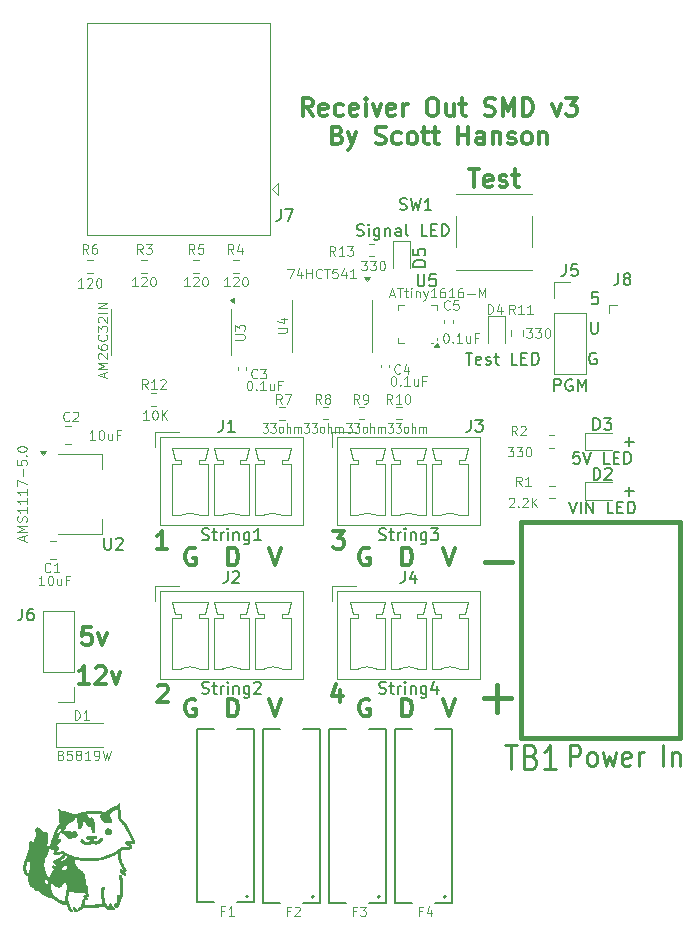
<source format=gbr>
%TF.GenerationSoftware,KiCad,Pcbnew,9.0.6*%
%TF.CreationDate,2025-12-29T09:33:38-05:00*%
%TF.ProjectId,Receiver_Out,52656365-6976-4657-925f-4f75742e6b69,v3*%
%TF.SameCoordinates,Original*%
%TF.FileFunction,Legend,Top*%
%TF.FilePolarity,Positive*%
%FSLAX46Y46*%
G04 Gerber Fmt 4.6, Leading zero omitted, Abs format (unit mm)*
G04 Created by KiCad (PCBNEW 9.0.6) date 2025-12-29 09:33:38*
%MOMM*%
%LPD*%
G01*
G04 APERTURE LIST*
%ADD10C,0.300000*%
%ADD11C,0.400000*%
%ADD12C,0.150000*%
%ADD13C,0.254000*%
%ADD14C,0.215900*%
%ADD15C,0.100000*%
%ADD16C,0.120000*%
%ADD17C,0.381000*%
%ADD18C,0.127000*%
%ADD19C,0.187000*%
%ADD20C,0.000000*%
%ADD21R,3.000000X3.000000*%
%ADD22C,3.000000*%
G04 APERTURE END LIST*
D10*
X-93419200Y-4792628D02*
X-92919200Y-6292628D01*
X-92919200Y-6292628D02*
X-92419200Y-4792628D01*
X-96868058Y-6292628D02*
X-96868058Y-4792628D01*
X-96868058Y-4792628D02*
X-96510915Y-4792628D01*
X-96510915Y-4792628D02*
X-96296629Y-4864057D01*
X-96296629Y-4864057D02*
X-96153772Y-5006914D01*
X-96153772Y-5006914D02*
X-96082343Y-5149771D01*
X-96082343Y-5149771D02*
X-96010915Y-5435485D01*
X-96010915Y-5435485D02*
X-96010915Y-5649771D01*
X-96010915Y-5649771D02*
X-96082343Y-5935485D01*
X-96082343Y-5935485D02*
X-96153772Y-6078342D01*
X-96153772Y-6078342D02*
X-96296629Y-6221200D01*
X-96296629Y-6221200D02*
X-96510915Y-6292628D01*
X-96510915Y-6292628D02*
X-96868058Y-6292628D01*
X-108151200Y7997172D02*
X-107651200Y6497172D01*
X-107651200Y6497172D02*
X-107151200Y7997172D01*
X-114370343Y-4864057D02*
X-114513200Y-4792628D01*
X-114513200Y-4792628D02*
X-114727486Y-4792628D01*
X-114727486Y-4792628D02*
X-114941772Y-4864057D01*
X-114941772Y-4864057D02*
X-115084629Y-5006914D01*
X-115084629Y-5006914D02*
X-115156058Y-5149771D01*
X-115156058Y-5149771D02*
X-115227486Y-5435485D01*
X-115227486Y-5435485D02*
X-115227486Y-5649771D01*
X-115227486Y-5649771D02*
X-115156058Y-5935485D01*
X-115156058Y-5935485D02*
X-115084629Y-6078342D01*
X-115084629Y-6078342D02*
X-114941772Y-6221200D01*
X-114941772Y-6221200D02*
X-114727486Y-6292628D01*
X-114727486Y-6292628D02*
X-114584629Y-6292628D01*
X-114584629Y-6292628D02*
X-114370343Y-6221200D01*
X-114370343Y-6221200D02*
X-114298915Y-6149771D01*
X-114298915Y-6149771D02*
X-114298915Y-5649771D01*
X-114298915Y-5649771D02*
X-114584629Y-5649771D01*
X-99638343Y7925743D02*
X-99781200Y7997172D01*
X-99781200Y7997172D02*
X-99995486Y7997172D01*
X-99995486Y7997172D02*
X-100209772Y7925743D01*
X-100209772Y7925743D02*
X-100352629Y7782886D01*
X-100352629Y7782886D02*
X-100424058Y7640029D01*
X-100424058Y7640029D02*
X-100495486Y7354315D01*
X-100495486Y7354315D02*
X-100495486Y7140029D01*
X-100495486Y7140029D02*
X-100424058Y6854315D01*
X-100424058Y6854315D02*
X-100352629Y6711458D01*
X-100352629Y6711458D02*
X-100209772Y6568600D01*
X-100209772Y6568600D02*
X-99995486Y6497172D01*
X-99995486Y6497172D02*
X-99852629Y6497172D01*
X-99852629Y6497172D02*
X-99638343Y6568600D01*
X-99638343Y6568600D02*
X-99566915Y6640029D01*
X-99566915Y6640029D02*
X-99566915Y7140029D01*
X-99566915Y7140029D02*
X-99852629Y7140029D01*
D11*
X-89859058Y6761500D02*
X-87573343Y6761500D01*
D10*
X-108151200Y-4792628D02*
X-107651200Y-6292628D01*
X-107651200Y-6292628D02*
X-107151200Y-4792628D01*
X-102716200Y9407372D02*
X-101787628Y9407372D01*
X-101787628Y9407372D02*
X-102287628Y8835943D01*
X-102287628Y8835943D02*
X-102073343Y8835943D01*
X-102073343Y8835943D02*
X-101930485Y8764515D01*
X-101930485Y8764515D02*
X-101859057Y8693086D01*
X-101859057Y8693086D02*
X-101787628Y8550229D01*
X-101787628Y8550229D02*
X-101787628Y8193086D01*
X-101787628Y8193086D02*
X-101859057Y8050229D01*
X-101859057Y8050229D02*
X-101930485Y7978800D01*
X-101930485Y7978800D02*
X-102073343Y7907372D01*
X-102073343Y7907372D02*
X-102501914Y7907372D01*
X-102501914Y7907372D02*
X-102644771Y7978800D01*
X-102644771Y7978800D02*
X-102716200Y8050229D01*
X-114370343Y7925743D02*
X-114513200Y7997172D01*
X-114513200Y7997172D02*
X-114727486Y7997172D01*
X-114727486Y7997172D02*
X-114941772Y7925743D01*
X-114941772Y7925743D02*
X-115084629Y7782886D01*
X-115084629Y7782886D02*
X-115156058Y7640029D01*
X-115156058Y7640029D02*
X-115227486Y7354315D01*
X-115227486Y7354315D02*
X-115227486Y7140029D01*
X-115227486Y7140029D02*
X-115156058Y6854315D01*
X-115156058Y6854315D02*
X-115084629Y6711458D01*
X-115084629Y6711458D02*
X-114941772Y6568600D01*
X-114941772Y6568600D02*
X-114727486Y6497172D01*
X-114727486Y6497172D02*
X-114584629Y6497172D01*
X-114584629Y6497172D02*
X-114370343Y6568600D01*
X-114370343Y6568600D02*
X-114298915Y6640029D01*
X-114298915Y6640029D02*
X-114298915Y7140029D01*
X-114298915Y7140029D02*
X-114584629Y7140029D01*
X-116787628Y7907372D02*
X-117644771Y7907372D01*
X-117216200Y7907372D02*
X-117216200Y9407372D01*
X-117216200Y9407372D02*
X-117359057Y9193086D01*
X-117359057Y9193086D02*
X-117501914Y9050229D01*
X-117501914Y9050229D02*
X-117644771Y8978800D01*
X-99638343Y-4864057D02*
X-99781200Y-4792628D01*
X-99781200Y-4792628D02*
X-99995486Y-4792628D01*
X-99995486Y-4792628D02*
X-100209772Y-4864057D01*
X-100209772Y-4864057D02*
X-100352629Y-5006914D01*
X-100352629Y-5006914D02*
X-100424058Y-5149771D01*
X-100424058Y-5149771D02*
X-100495486Y-5435485D01*
X-100495486Y-5435485D02*
X-100495486Y-5649771D01*
X-100495486Y-5649771D02*
X-100424058Y-5935485D01*
X-100424058Y-5935485D02*
X-100352629Y-6078342D01*
X-100352629Y-6078342D02*
X-100209772Y-6221200D01*
X-100209772Y-6221200D02*
X-99995486Y-6292628D01*
X-99995486Y-6292628D02*
X-99852629Y-6292628D01*
X-99852629Y-6292628D02*
X-99638343Y-6221200D01*
X-99638343Y-6221200D02*
X-99566915Y-6149771D01*
X-99566915Y-6149771D02*
X-99566915Y-5649771D01*
X-99566915Y-5649771D02*
X-99852629Y-5649771D01*
X-93419200Y7997172D02*
X-92919200Y6497172D01*
X-92919200Y6497172D02*
X-92419200Y7997172D01*
X-96868058Y6497172D02*
X-96868058Y7997172D01*
X-96868058Y7997172D02*
X-96510915Y7997172D01*
X-96510915Y7997172D02*
X-96296629Y7925743D01*
X-96296629Y7925743D02*
X-96153772Y7782886D01*
X-96153772Y7782886D02*
X-96082343Y7640029D01*
X-96082343Y7640029D02*
X-96010915Y7354315D01*
X-96010915Y7354315D02*
X-96010915Y7140029D01*
X-96010915Y7140029D02*
X-96082343Y6854315D01*
X-96082343Y6854315D02*
X-96153772Y6711458D01*
X-96153772Y6711458D02*
X-96296629Y6568600D01*
X-96296629Y6568600D02*
X-96510915Y6497172D01*
X-96510915Y6497172D02*
X-96868058Y6497172D01*
X-111600058Y6497172D02*
X-111600058Y7997172D01*
X-111600058Y7997172D02*
X-111242915Y7997172D01*
X-111242915Y7997172D02*
X-111028629Y7925743D01*
X-111028629Y7925743D02*
X-110885772Y7782886D01*
X-110885772Y7782886D02*
X-110814343Y7640029D01*
X-110814343Y7640029D02*
X-110742915Y7354315D01*
X-110742915Y7354315D02*
X-110742915Y7140029D01*
X-110742915Y7140029D02*
X-110814343Y6854315D01*
X-110814343Y6854315D02*
X-110885772Y6711458D01*
X-110885772Y6711458D02*
X-111028629Y6568600D01*
X-111028629Y6568600D02*
X-111242915Y6497172D01*
X-111242915Y6497172D02*
X-111600058Y6497172D01*
X-111600058Y-6292628D02*
X-111600058Y-4792628D01*
X-111600058Y-4792628D02*
X-111242915Y-4792628D01*
X-111242915Y-4792628D02*
X-111028629Y-4864057D01*
X-111028629Y-4864057D02*
X-110885772Y-5006914D01*
X-110885772Y-5006914D02*
X-110814343Y-5149771D01*
X-110814343Y-5149771D02*
X-110742915Y-5435485D01*
X-110742915Y-5435485D02*
X-110742915Y-5649771D01*
X-110742915Y-5649771D02*
X-110814343Y-5935485D01*
X-110814343Y-5935485D02*
X-110885772Y-6078342D01*
X-110885772Y-6078342D02*
X-111028629Y-6221200D01*
X-111028629Y-6221200D02*
X-111242915Y-6292628D01*
X-111242915Y-6292628D02*
X-111600058Y-6292628D01*
X-117544771Y-3735485D02*
X-117473343Y-3664057D01*
X-117473343Y-3664057D02*
X-117330485Y-3592628D01*
X-117330485Y-3592628D02*
X-116973343Y-3592628D01*
X-116973343Y-3592628D02*
X-116830485Y-3664057D01*
X-116830485Y-3664057D02*
X-116759057Y-3735485D01*
X-116759057Y-3735485D02*
X-116687628Y-3878342D01*
X-116687628Y-3878342D02*
X-116687628Y-4021200D01*
X-116687628Y-4021200D02*
X-116759057Y-4235485D01*
X-116759057Y-4235485D02*
X-117616200Y-5092628D01*
X-117616200Y-5092628D02*
X-116687628Y-5092628D01*
D11*
X-89959058Y-4738500D02*
X-87673343Y-4738500D01*
X-88816201Y-5881357D02*
X-88816201Y-3595642D01*
D10*
X-102130485Y-4092628D02*
X-102130485Y-5092628D01*
X-102487628Y-3521200D02*
X-102844771Y-4592628D01*
X-102844771Y-4592628D02*
X-101916200Y-4592628D01*
X-104440485Y44564830D02*
X-104940485Y45279116D01*
X-105297628Y44564830D02*
X-105297628Y46064830D01*
X-105297628Y46064830D02*
X-104726199Y46064830D01*
X-104726199Y46064830D02*
X-104583342Y45993401D01*
X-104583342Y45993401D02*
X-104511913Y45921973D01*
X-104511913Y45921973D02*
X-104440485Y45779116D01*
X-104440485Y45779116D02*
X-104440485Y45564830D01*
X-104440485Y45564830D02*
X-104511913Y45421973D01*
X-104511913Y45421973D02*
X-104583342Y45350544D01*
X-104583342Y45350544D02*
X-104726199Y45279116D01*
X-104726199Y45279116D02*
X-105297628Y45279116D01*
X-103226199Y44636258D02*
X-103369056Y44564830D01*
X-103369056Y44564830D02*
X-103654770Y44564830D01*
X-103654770Y44564830D02*
X-103797628Y44636258D01*
X-103797628Y44636258D02*
X-103869056Y44779116D01*
X-103869056Y44779116D02*
X-103869056Y45350544D01*
X-103869056Y45350544D02*
X-103797628Y45493401D01*
X-103797628Y45493401D02*
X-103654770Y45564830D01*
X-103654770Y45564830D02*
X-103369056Y45564830D01*
X-103369056Y45564830D02*
X-103226199Y45493401D01*
X-103226199Y45493401D02*
X-103154770Y45350544D01*
X-103154770Y45350544D02*
X-103154770Y45207687D01*
X-103154770Y45207687D02*
X-103869056Y45064830D01*
X-101869056Y44636258D02*
X-102011914Y44564830D01*
X-102011914Y44564830D02*
X-102297628Y44564830D01*
X-102297628Y44564830D02*
X-102440485Y44636258D01*
X-102440485Y44636258D02*
X-102511914Y44707687D01*
X-102511914Y44707687D02*
X-102583342Y44850544D01*
X-102583342Y44850544D02*
X-102583342Y45279116D01*
X-102583342Y45279116D02*
X-102511914Y45421973D01*
X-102511914Y45421973D02*
X-102440485Y45493401D01*
X-102440485Y45493401D02*
X-102297628Y45564830D01*
X-102297628Y45564830D02*
X-102011914Y45564830D01*
X-102011914Y45564830D02*
X-101869056Y45493401D01*
X-100654771Y44636258D02*
X-100797628Y44564830D01*
X-100797628Y44564830D02*
X-101083342Y44564830D01*
X-101083342Y44564830D02*
X-101226200Y44636258D01*
X-101226200Y44636258D02*
X-101297628Y44779116D01*
X-101297628Y44779116D02*
X-101297628Y45350544D01*
X-101297628Y45350544D02*
X-101226200Y45493401D01*
X-101226200Y45493401D02*
X-101083342Y45564830D01*
X-101083342Y45564830D02*
X-100797628Y45564830D01*
X-100797628Y45564830D02*
X-100654771Y45493401D01*
X-100654771Y45493401D02*
X-100583342Y45350544D01*
X-100583342Y45350544D02*
X-100583342Y45207687D01*
X-100583342Y45207687D02*
X-101297628Y45064830D01*
X-99940486Y44564830D02*
X-99940486Y45564830D01*
X-99940486Y46064830D02*
X-100011914Y45993401D01*
X-100011914Y45993401D02*
X-99940486Y45921973D01*
X-99940486Y45921973D02*
X-99869057Y45993401D01*
X-99869057Y45993401D02*
X-99940486Y46064830D01*
X-99940486Y46064830D02*
X-99940486Y45921973D01*
X-99369057Y45564830D02*
X-99011914Y44564830D01*
X-99011914Y44564830D02*
X-98654771Y45564830D01*
X-97511914Y44636258D02*
X-97654771Y44564830D01*
X-97654771Y44564830D02*
X-97940485Y44564830D01*
X-97940485Y44564830D02*
X-98083343Y44636258D01*
X-98083343Y44636258D02*
X-98154771Y44779116D01*
X-98154771Y44779116D02*
X-98154771Y45350544D01*
X-98154771Y45350544D02*
X-98083343Y45493401D01*
X-98083343Y45493401D02*
X-97940485Y45564830D01*
X-97940485Y45564830D02*
X-97654771Y45564830D01*
X-97654771Y45564830D02*
X-97511914Y45493401D01*
X-97511914Y45493401D02*
X-97440485Y45350544D01*
X-97440485Y45350544D02*
X-97440485Y45207687D01*
X-97440485Y45207687D02*
X-98154771Y45064830D01*
X-96797629Y44564830D02*
X-96797629Y45564830D01*
X-96797629Y45279116D02*
X-96726200Y45421973D01*
X-96726200Y45421973D02*
X-96654771Y45493401D01*
X-96654771Y45493401D02*
X-96511914Y45564830D01*
X-96511914Y45564830D02*
X-96369057Y45564830D01*
X-94440486Y46064830D02*
X-94154772Y46064830D01*
X-94154772Y46064830D02*
X-94011915Y45993401D01*
X-94011915Y45993401D02*
X-93869058Y45850544D01*
X-93869058Y45850544D02*
X-93797629Y45564830D01*
X-93797629Y45564830D02*
X-93797629Y45064830D01*
X-93797629Y45064830D02*
X-93869058Y44779116D01*
X-93869058Y44779116D02*
X-94011915Y44636258D01*
X-94011915Y44636258D02*
X-94154772Y44564830D01*
X-94154772Y44564830D02*
X-94440486Y44564830D01*
X-94440486Y44564830D02*
X-94583343Y44636258D01*
X-94583343Y44636258D02*
X-94726201Y44779116D01*
X-94726201Y44779116D02*
X-94797629Y45064830D01*
X-94797629Y45064830D02*
X-94797629Y45564830D01*
X-94797629Y45564830D02*
X-94726201Y45850544D01*
X-94726201Y45850544D02*
X-94583343Y45993401D01*
X-94583343Y45993401D02*
X-94440486Y46064830D01*
X-92511914Y45564830D02*
X-92511914Y44564830D01*
X-93154772Y45564830D02*
X-93154772Y44779116D01*
X-93154772Y44779116D02*
X-93083343Y44636258D01*
X-93083343Y44636258D02*
X-92940486Y44564830D01*
X-92940486Y44564830D02*
X-92726200Y44564830D01*
X-92726200Y44564830D02*
X-92583343Y44636258D01*
X-92583343Y44636258D02*
X-92511914Y44707687D01*
X-92011914Y45564830D02*
X-91440486Y45564830D01*
X-91797629Y46064830D02*
X-91797629Y44779116D01*
X-91797629Y44779116D02*
X-91726200Y44636258D01*
X-91726200Y44636258D02*
X-91583343Y44564830D01*
X-91583343Y44564830D02*
X-91440486Y44564830D01*
X-89869057Y44636258D02*
X-89654771Y44564830D01*
X-89654771Y44564830D02*
X-89297629Y44564830D01*
X-89297629Y44564830D02*
X-89154771Y44636258D01*
X-89154771Y44636258D02*
X-89083343Y44707687D01*
X-89083343Y44707687D02*
X-89011914Y44850544D01*
X-89011914Y44850544D02*
X-89011914Y44993401D01*
X-89011914Y44993401D02*
X-89083343Y45136258D01*
X-89083343Y45136258D02*
X-89154771Y45207687D01*
X-89154771Y45207687D02*
X-89297629Y45279116D01*
X-89297629Y45279116D02*
X-89583343Y45350544D01*
X-89583343Y45350544D02*
X-89726200Y45421973D01*
X-89726200Y45421973D02*
X-89797629Y45493401D01*
X-89797629Y45493401D02*
X-89869057Y45636258D01*
X-89869057Y45636258D02*
X-89869057Y45779116D01*
X-89869057Y45779116D02*
X-89797629Y45921973D01*
X-89797629Y45921973D02*
X-89726200Y45993401D01*
X-89726200Y45993401D02*
X-89583343Y46064830D01*
X-89583343Y46064830D02*
X-89226200Y46064830D01*
X-89226200Y46064830D02*
X-89011914Y45993401D01*
X-88369058Y44564830D02*
X-88369058Y46064830D01*
X-88369058Y46064830D02*
X-87869058Y44993401D01*
X-87869058Y44993401D02*
X-87369058Y46064830D01*
X-87369058Y46064830D02*
X-87369058Y44564830D01*
X-86654772Y44564830D02*
X-86654772Y46064830D01*
X-86654772Y46064830D02*
X-86297629Y46064830D01*
X-86297629Y46064830D02*
X-86083343Y45993401D01*
X-86083343Y45993401D02*
X-85940486Y45850544D01*
X-85940486Y45850544D02*
X-85869057Y45707687D01*
X-85869057Y45707687D02*
X-85797629Y45421973D01*
X-85797629Y45421973D02*
X-85797629Y45207687D01*
X-85797629Y45207687D02*
X-85869057Y44921973D01*
X-85869057Y44921973D02*
X-85940486Y44779116D01*
X-85940486Y44779116D02*
X-86083343Y44636258D01*
X-86083343Y44636258D02*
X-86297629Y44564830D01*
X-86297629Y44564830D02*
X-86654772Y44564830D01*
X-84154772Y45564830D02*
X-83797629Y44564830D01*
X-83797629Y44564830D02*
X-83440486Y45564830D01*
X-83011915Y46064830D02*
X-82083343Y46064830D01*
X-82083343Y46064830D02*
X-82583343Y45493401D01*
X-82583343Y45493401D02*
X-82369058Y45493401D01*
X-82369058Y45493401D02*
X-82226200Y45421973D01*
X-82226200Y45421973D02*
X-82154772Y45350544D01*
X-82154772Y45350544D02*
X-82083343Y45207687D01*
X-82083343Y45207687D02*
X-82083343Y44850544D01*
X-82083343Y44850544D02*
X-82154772Y44707687D01*
X-82154772Y44707687D02*
X-82226200Y44636258D01*
X-82226200Y44636258D02*
X-82369058Y44564830D01*
X-82369058Y44564830D02*
X-82797629Y44564830D01*
X-82797629Y44564830D02*
X-82940486Y44636258D01*
X-82940486Y44636258D02*
X-83011915Y44707687D01*
X-102333344Y42935628D02*
X-102119058Y42864200D01*
X-102119058Y42864200D02*
X-102047629Y42792771D01*
X-102047629Y42792771D02*
X-101976201Y42649914D01*
X-101976201Y42649914D02*
X-101976201Y42435628D01*
X-101976201Y42435628D02*
X-102047629Y42292771D01*
X-102047629Y42292771D02*
X-102119058Y42221342D01*
X-102119058Y42221342D02*
X-102261915Y42149914D01*
X-102261915Y42149914D02*
X-102833344Y42149914D01*
X-102833344Y42149914D02*
X-102833344Y43649914D01*
X-102833344Y43649914D02*
X-102333344Y43649914D01*
X-102333344Y43649914D02*
X-102190486Y43578485D01*
X-102190486Y43578485D02*
X-102119058Y43507057D01*
X-102119058Y43507057D02*
X-102047629Y43364200D01*
X-102047629Y43364200D02*
X-102047629Y43221342D01*
X-102047629Y43221342D02*
X-102119058Y43078485D01*
X-102119058Y43078485D02*
X-102190486Y43007057D01*
X-102190486Y43007057D02*
X-102333344Y42935628D01*
X-102333344Y42935628D02*
X-102833344Y42935628D01*
X-101476201Y43149914D02*
X-101119058Y42149914D01*
X-100761915Y43149914D02*
X-101119058Y42149914D01*
X-101119058Y42149914D02*
X-101261915Y41792771D01*
X-101261915Y41792771D02*
X-101333344Y41721342D01*
X-101333344Y41721342D02*
X-101476201Y41649914D01*
X-99119058Y42221342D02*
X-98904772Y42149914D01*
X-98904772Y42149914D02*
X-98547630Y42149914D01*
X-98547630Y42149914D02*
X-98404772Y42221342D01*
X-98404772Y42221342D02*
X-98333344Y42292771D01*
X-98333344Y42292771D02*
X-98261915Y42435628D01*
X-98261915Y42435628D02*
X-98261915Y42578485D01*
X-98261915Y42578485D02*
X-98333344Y42721342D01*
X-98333344Y42721342D02*
X-98404772Y42792771D01*
X-98404772Y42792771D02*
X-98547630Y42864200D01*
X-98547630Y42864200D02*
X-98833344Y42935628D01*
X-98833344Y42935628D02*
X-98976201Y43007057D01*
X-98976201Y43007057D02*
X-99047630Y43078485D01*
X-99047630Y43078485D02*
X-99119058Y43221342D01*
X-99119058Y43221342D02*
X-99119058Y43364200D01*
X-99119058Y43364200D02*
X-99047630Y43507057D01*
X-99047630Y43507057D02*
X-98976201Y43578485D01*
X-98976201Y43578485D02*
X-98833344Y43649914D01*
X-98833344Y43649914D02*
X-98476201Y43649914D01*
X-98476201Y43649914D02*
X-98261915Y43578485D01*
X-96976201Y42221342D02*
X-97119059Y42149914D01*
X-97119059Y42149914D02*
X-97404773Y42149914D01*
X-97404773Y42149914D02*
X-97547630Y42221342D01*
X-97547630Y42221342D02*
X-97619059Y42292771D01*
X-97619059Y42292771D02*
X-97690487Y42435628D01*
X-97690487Y42435628D02*
X-97690487Y42864200D01*
X-97690487Y42864200D02*
X-97619059Y43007057D01*
X-97619059Y43007057D02*
X-97547630Y43078485D01*
X-97547630Y43078485D02*
X-97404773Y43149914D01*
X-97404773Y43149914D02*
X-97119059Y43149914D01*
X-97119059Y43149914D02*
X-96976201Y43078485D01*
X-96119059Y42149914D02*
X-96261916Y42221342D01*
X-96261916Y42221342D02*
X-96333345Y42292771D01*
X-96333345Y42292771D02*
X-96404773Y42435628D01*
X-96404773Y42435628D02*
X-96404773Y42864200D01*
X-96404773Y42864200D02*
X-96333345Y43007057D01*
X-96333345Y43007057D02*
X-96261916Y43078485D01*
X-96261916Y43078485D02*
X-96119059Y43149914D01*
X-96119059Y43149914D02*
X-95904773Y43149914D01*
X-95904773Y43149914D02*
X-95761916Y43078485D01*
X-95761916Y43078485D02*
X-95690487Y43007057D01*
X-95690487Y43007057D02*
X-95619059Y42864200D01*
X-95619059Y42864200D02*
X-95619059Y42435628D01*
X-95619059Y42435628D02*
X-95690487Y42292771D01*
X-95690487Y42292771D02*
X-95761916Y42221342D01*
X-95761916Y42221342D02*
X-95904773Y42149914D01*
X-95904773Y42149914D02*
X-96119059Y42149914D01*
X-95190487Y43149914D02*
X-94619059Y43149914D01*
X-94976202Y43649914D02*
X-94976202Y42364200D01*
X-94976202Y42364200D02*
X-94904773Y42221342D01*
X-94904773Y42221342D02*
X-94761916Y42149914D01*
X-94761916Y42149914D02*
X-94619059Y42149914D01*
X-94333344Y43149914D02*
X-93761916Y43149914D01*
X-94119059Y43649914D02*
X-94119059Y42364200D01*
X-94119059Y42364200D02*
X-94047630Y42221342D01*
X-94047630Y42221342D02*
X-93904773Y42149914D01*
X-93904773Y42149914D02*
X-93761916Y42149914D01*
X-92119059Y42149914D02*
X-92119059Y43649914D01*
X-92119059Y42935628D02*
X-91261916Y42935628D01*
X-91261916Y42149914D02*
X-91261916Y43649914D01*
X-89904772Y42149914D02*
X-89904772Y42935628D01*
X-89904772Y42935628D02*
X-89976201Y43078485D01*
X-89976201Y43078485D02*
X-90119058Y43149914D01*
X-90119058Y43149914D02*
X-90404772Y43149914D01*
X-90404772Y43149914D02*
X-90547630Y43078485D01*
X-89904772Y42221342D02*
X-90047630Y42149914D01*
X-90047630Y42149914D02*
X-90404772Y42149914D01*
X-90404772Y42149914D02*
X-90547630Y42221342D01*
X-90547630Y42221342D02*
X-90619058Y42364200D01*
X-90619058Y42364200D02*
X-90619058Y42507057D01*
X-90619058Y42507057D02*
X-90547630Y42649914D01*
X-90547630Y42649914D02*
X-90404772Y42721342D01*
X-90404772Y42721342D02*
X-90047630Y42721342D01*
X-90047630Y42721342D02*
X-89904772Y42792771D01*
X-89190487Y43149914D02*
X-89190487Y42149914D01*
X-89190487Y43007057D02*
X-89119058Y43078485D01*
X-89119058Y43078485D02*
X-88976201Y43149914D01*
X-88976201Y43149914D02*
X-88761915Y43149914D01*
X-88761915Y43149914D02*
X-88619058Y43078485D01*
X-88619058Y43078485D02*
X-88547629Y42935628D01*
X-88547629Y42935628D02*
X-88547629Y42149914D01*
X-87904772Y42221342D02*
X-87761915Y42149914D01*
X-87761915Y42149914D02*
X-87476201Y42149914D01*
X-87476201Y42149914D02*
X-87333344Y42221342D01*
X-87333344Y42221342D02*
X-87261915Y42364200D01*
X-87261915Y42364200D02*
X-87261915Y42435628D01*
X-87261915Y42435628D02*
X-87333344Y42578485D01*
X-87333344Y42578485D02*
X-87476201Y42649914D01*
X-87476201Y42649914D02*
X-87690486Y42649914D01*
X-87690486Y42649914D02*
X-87833344Y42721342D01*
X-87833344Y42721342D02*
X-87904772Y42864200D01*
X-87904772Y42864200D02*
X-87904772Y42935628D01*
X-87904772Y42935628D02*
X-87833344Y43078485D01*
X-87833344Y43078485D02*
X-87690486Y43149914D01*
X-87690486Y43149914D02*
X-87476201Y43149914D01*
X-87476201Y43149914D02*
X-87333344Y43078485D01*
X-86404772Y42149914D02*
X-86547629Y42221342D01*
X-86547629Y42221342D02*
X-86619058Y42292771D01*
X-86619058Y42292771D02*
X-86690486Y42435628D01*
X-86690486Y42435628D02*
X-86690486Y42864200D01*
X-86690486Y42864200D02*
X-86619058Y43007057D01*
X-86619058Y43007057D02*
X-86547629Y43078485D01*
X-86547629Y43078485D02*
X-86404772Y43149914D01*
X-86404772Y43149914D02*
X-86190486Y43149914D01*
X-86190486Y43149914D02*
X-86047629Y43078485D01*
X-86047629Y43078485D02*
X-85976200Y43007057D01*
X-85976200Y43007057D02*
X-85904772Y42864200D01*
X-85904772Y42864200D02*
X-85904772Y42435628D01*
X-85904772Y42435628D02*
X-85976200Y42292771D01*
X-85976200Y42292771D02*
X-86047629Y42221342D01*
X-86047629Y42221342D02*
X-86190486Y42149914D01*
X-86190486Y42149914D02*
X-86404772Y42149914D01*
X-85261915Y43149914D02*
X-85261915Y42149914D01*
X-85261915Y43007057D02*
X-85190486Y43078485D01*
X-85190486Y43078485D02*
X-85047629Y43149914D01*
X-85047629Y43149914D02*
X-84833343Y43149914D01*
X-84833343Y43149914D02*
X-84690486Y43078485D01*
X-84690486Y43078485D02*
X-84619057Y42935628D01*
X-84619057Y42935628D02*
X-84619057Y42149914D01*
D12*
X-77634334Y12406749D02*
X-77634334Y13168653D01*
X-77253381Y12787701D02*
X-78015286Y12787701D01*
X-77659334Y16599750D02*
X-77659334Y17361654D01*
X-77278381Y16980702D02*
X-78040286Y16980702D01*
D10*
X-123373342Y-3542628D02*
X-124230485Y-3542628D01*
X-123801914Y-3542628D02*
X-123801914Y-2042628D01*
X-123801914Y-2042628D02*
X-123944771Y-2256914D01*
X-123944771Y-2256914D02*
X-124087628Y-2399771D01*
X-124087628Y-2399771D02*
X-124230485Y-2471200D01*
X-122801914Y-2185485D02*
X-122730486Y-2114057D01*
X-122730486Y-2114057D02*
X-122587628Y-2042628D01*
X-122587628Y-2042628D02*
X-122230486Y-2042628D01*
X-122230486Y-2042628D02*
X-122087628Y-2114057D01*
X-122087628Y-2114057D02*
X-122016200Y-2185485D01*
X-122016200Y-2185485D02*
X-121944771Y-2328342D01*
X-121944771Y-2328342D02*
X-121944771Y-2471200D01*
X-121944771Y-2471200D02*
X-122016200Y-2685485D01*
X-122016200Y-2685485D02*
X-122873343Y-3542628D01*
X-122873343Y-3542628D02*
X-121944771Y-3542628D01*
X-121444772Y-2542628D02*
X-121087629Y-3542628D01*
X-121087629Y-3542628D02*
X-120730486Y-2542628D01*
D12*
X-80879421Y27115881D02*
X-80879421Y26306358D01*
X-80879421Y26306358D02*
X-80831802Y26211120D01*
X-80831802Y26211120D02*
X-80784183Y26163500D01*
X-80784183Y26163500D02*
X-80688945Y26115881D01*
X-80688945Y26115881D02*
X-80498469Y26115881D01*
X-80498469Y26115881D02*
X-80403231Y26163500D01*
X-80403231Y26163500D02*
X-80355612Y26211120D01*
X-80355612Y26211120D02*
X-80307993Y26306358D01*
X-80307993Y26306358D02*
X-80307993Y27115881D01*
D10*
X-123180486Y1257372D02*
X-123894772Y1257372D01*
X-123894772Y1257372D02*
X-123966200Y543086D01*
X-123966200Y543086D02*
X-123894772Y614515D01*
X-123894772Y614515D02*
X-123751914Y685943D01*
X-123751914Y685943D02*
X-123394772Y685943D01*
X-123394772Y685943D02*
X-123251914Y614515D01*
X-123251914Y614515D02*
X-123180486Y543086D01*
X-123180486Y543086D02*
X-123109057Y400229D01*
X-123109057Y400229D02*
X-123109057Y43086D01*
X-123109057Y43086D02*
X-123180486Y-99771D01*
X-123180486Y-99771D02*
X-123251914Y-171200D01*
X-123251914Y-171200D02*
X-123394772Y-242628D01*
X-123394772Y-242628D02*
X-123751914Y-242628D01*
X-123751914Y-242628D02*
X-123894772Y-171200D01*
X-123894772Y-171200D02*
X-123966200Y-99771D01*
X-122609058Y757372D02*
X-122251915Y-242628D01*
X-122251915Y-242628D02*
X-121894772Y757372D01*
D12*
X-80303231Y29615881D02*
X-80779421Y29615881D01*
X-80779421Y29615881D02*
X-80827040Y29139691D01*
X-80827040Y29139691D02*
X-80779421Y29187310D01*
X-80779421Y29187310D02*
X-80684183Y29234929D01*
X-80684183Y29234929D02*
X-80446088Y29234929D01*
X-80446088Y29234929D02*
X-80350850Y29187310D01*
X-80350850Y29187310D02*
X-80303231Y29139691D01*
X-80303231Y29139691D02*
X-80255612Y29044453D01*
X-80255612Y29044453D02*
X-80255612Y28806358D01*
X-80255612Y28806358D02*
X-80303231Y28711120D01*
X-80303231Y28711120D02*
X-80350850Y28663500D01*
X-80350850Y28663500D02*
X-80446088Y28615881D01*
X-80446088Y28615881D02*
X-80684183Y28615881D01*
X-80684183Y28615881D02*
X-80779421Y28663500D01*
X-80779421Y28663500D02*
X-80827040Y28711120D01*
X-80455612Y24468262D02*
X-80550850Y24515881D01*
X-80550850Y24515881D02*
X-80693707Y24515881D01*
X-80693707Y24515881D02*
X-80836564Y24468262D01*
X-80836564Y24468262D02*
X-80931802Y24373024D01*
X-80931802Y24373024D02*
X-80979421Y24277786D01*
X-80979421Y24277786D02*
X-81027040Y24087310D01*
X-81027040Y24087310D02*
X-81027040Y23944453D01*
X-81027040Y23944453D02*
X-80979421Y23753977D01*
X-80979421Y23753977D02*
X-80931802Y23658739D01*
X-80931802Y23658739D02*
X-80836564Y23563500D01*
X-80836564Y23563500D02*
X-80693707Y23515881D01*
X-80693707Y23515881D02*
X-80598469Y23515881D01*
X-80598469Y23515881D02*
X-80455612Y23563500D01*
X-80455612Y23563500D02*
X-80407993Y23611120D01*
X-80407993Y23611120D02*
X-80407993Y23944453D01*
X-80407993Y23944453D02*
X-80598469Y23944453D01*
X-111650534Y5998681D02*
X-111650534Y5284396D01*
X-111650534Y5284396D02*
X-111698153Y5141539D01*
X-111698153Y5141539D02*
X-111793391Y5046300D01*
X-111793391Y5046300D02*
X-111936248Y4998681D01*
X-111936248Y4998681D02*
X-112031486Y4998681D01*
X-111221962Y5903443D02*
X-111174343Y5951062D01*
X-111174343Y5951062D02*
X-111079105Y5998681D01*
X-111079105Y5998681D02*
X-110841010Y5998681D01*
X-110841010Y5998681D02*
X-110745772Y5951062D01*
X-110745772Y5951062D02*
X-110698153Y5903443D01*
X-110698153Y5903443D02*
X-110650534Y5808205D01*
X-110650534Y5808205D02*
X-110650534Y5712967D01*
X-110650534Y5712967D02*
X-110698153Y5570110D01*
X-110698153Y5570110D02*
X-111269581Y4998681D01*
X-111269581Y4998681D02*
X-110650534Y4998681D01*
X-113816200Y-4321500D02*
X-113673343Y-4369119D01*
X-113673343Y-4369119D02*
X-113435248Y-4369119D01*
X-113435248Y-4369119D02*
X-113340010Y-4321500D01*
X-113340010Y-4321500D02*
X-113292391Y-4273880D01*
X-113292391Y-4273880D02*
X-113244772Y-4178642D01*
X-113244772Y-4178642D02*
X-113244772Y-4083404D01*
X-113244772Y-4083404D02*
X-113292391Y-3988166D01*
X-113292391Y-3988166D02*
X-113340010Y-3940547D01*
X-113340010Y-3940547D02*
X-113435248Y-3892928D01*
X-113435248Y-3892928D02*
X-113625724Y-3845309D01*
X-113625724Y-3845309D02*
X-113720962Y-3797690D01*
X-113720962Y-3797690D02*
X-113768581Y-3750071D01*
X-113768581Y-3750071D02*
X-113816200Y-3654833D01*
X-113816200Y-3654833D02*
X-113816200Y-3559595D01*
X-113816200Y-3559595D02*
X-113768581Y-3464357D01*
X-113768581Y-3464357D02*
X-113720962Y-3416738D01*
X-113720962Y-3416738D02*
X-113625724Y-3369119D01*
X-113625724Y-3369119D02*
X-113387629Y-3369119D01*
X-113387629Y-3369119D02*
X-113244772Y-3416738D01*
X-112959057Y-3702452D02*
X-112578105Y-3702452D01*
X-112816200Y-3369119D02*
X-112816200Y-4226261D01*
X-112816200Y-4226261D02*
X-112768581Y-4321500D01*
X-112768581Y-4321500D02*
X-112673343Y-4369119D01*
X-112673343Y-4369119D02*
X-112578105Y-4369119D01*
X-112244771Y-4369119D02*
X-112244771Y-3702452D01*
X-112244771Y-3892928D02*
X-112197152Y-3797690D01*
X-112197152Y-3797690D02*
X-112149533Y-3750071D01*
X-112149533Y-3750071D02*
X-112054295Y-3702452D01*
X-112054295Y-3702452D02*
X-111959057Y-3702452D01*
X-111625723Y-4369119D02*
X-111625723Y-3702452D01*
X-111625723Y-3369119D02*
X-111673342Y-3416738D01*
X-111673342Y-3416738D02*
X-111625723Y-3464357D01*
X-111625723Y-3464357D02*
X-111578104Y-3416738D01*
X-111578104Y-3416738D02*
X-111625723Y-3369119D01*
X-111625723Y-3369119D02*
X-111625723Y-3464357D01*
X-111149533Y-3702452D02*
X-111149533Y-4369119D01*
X-111149533Y-3797690D02*
X-111101914Y-3750071D01*
X-111101914Y-3750071D02*
X-111006676Y-3702452D01*
X-111006676Y-3702452D02*
X-110863819Y-3702452D01*
X-110863819Y-3702452D02*
X-110768581Y-3750071D01*
X-110768581Y-3750071D02*
X-110720962Y-3845309D01*
X-110720962Y-3845309D02*
X-110720962Y-4369119D01*
X-109816200Y-3702452D02*
X-109816200Y-4511976D01*
X-109816200Y-4511976D02*
X-109863819Y-4607214D01*
X-109863819Y-4607214D02*
X-109911438Y-4654833D01*
X-109911438Y-4654833D02*
X-110006676Y-4702452D01*
X-110006676Y-4702452D02*
X-110149533Y-4702452D01*
X-110149533Y-4702452D02*
X-110244771Y-4654833D01*
X-109816200Y-4321500D02*
X-109911438Y-4369119D01*
X-109911438Y-4369119D02*
X-110101914Y-4369119D01*
X-110101914Y-4369119D02*
X-110197152Y-4321500D01*
X-110197152Y-4321500D02*
X-110244771Y-4273880D01*
X-110244771Y-4273880D02*
X-110292390Y-4178642D01*
X-110292390Y-4178642D02*
X-110292390Y-3892928D01*
X-110292390Y-3892928D02*
X-110244771Y-3797690D01*
X-110244771Y-3797690D02*
X-110197152Y-3750071D01*
X-110197152Y-3750071D02*
X-110101914Y-3702452D01*
X-110101914Y-3702452D02*
X-109911438Y-3702452D01*
X-109911438Y-3702452D02*
X-109816200Y-3750071D01*
X-109387628Y-3464357D02*
X-109340009Y-3416738D01*
X-109340009Y-3416738D02*
X-109244771Y-3369119D01*
X-109244771Y-3369119D02*
X-109006676Y-3369119D01*
X-109006676Y-3369119D02*
X-108911438Y-3416738D01*
X-108911438Y-3416738D02*
X-108863819Y-3464357D01*
X-108863819Y-3464357D02*
X-108816200Y-3559595D01*
X-108816200Y-3559595D02*
X-108816200Y-3654833D01*
X-108816200Y-3654833D02*
X-108863819Y-3797690D01*
X-108863819Y-3797690D02*
X-109435247Y-4369119D01*
X-109435247Y-4369119D02*
X-108816200Y-4369119D01*
X-96650534Y5998681D02*
X-96650534Y5284396D01*
X-96650534Y5284396D02*
X-96698153Y5141539D01*
X-96698153Y5141539D02*
X-96793391Y5046300D01*
X-96793391Y5046300D02*
X-96936248Y4998681D01*
X-96936248Y4998681D02*
X-97031486Y4998681D01*
X-95745772Y5665348D02*
X-95745772Y4998681D01*
X-95983867Y6046300D02*
X-96221962Y5332015D01*
X-96221962Y5332015D02*
X-95602915Y5332015D01*
X-98817200Y-4321500D02*
X-98674343Y-4369119D01*
X-98674343Y-4369119D02*
X-98436248Y-4369119D01*
X-98436248Y-4369119D02*
X-98341010Y-4321500D01*
X-98341010Y-4321500D02*
X-98293391Y-4273880D01*
X-98293391Y-4273880D02*
X-98245772Y-4178642D01*
X-98245772Y-4178642D02*
X-98245772Y-4083404D01*
X-98245772Y-4083404D02*
X-98293391Y-3988166D01*
X-98293391Y-3988166D02*
X-98341010Y-3940547D01*
X-98341010Y-3940547D02*
X-98436248Y-3892928D01*
X-98436248Y-3892928D02*
X-98626724Y-3845309D01*
X-98626724Y-3845309D02*
X-98721962Y-3797690D01*
X-98721962Y-3797690D02*
X-98769581Y-3750071D01*
X-98769581Y-3750071D02*
X-98817200Y-3654833D01*
X-98817200Y-3654833D02*
X-98817200Y-3559595D01*
X-98817200Y-3559595D02*
X-98769581Y-3464357D01*
X-98769581Y-3464357D02*
X-98721962Y-3416738D01*
X-98721962Y-3416738D02*
X-98626724Y-3369119D01*
X-98626724Y-3369119D02*
X-98388629Y-3369119D01*
X-98388629Y-3369119D02*
X-98245772Y-3416738D01*
X-97960057Y-3702452D02*
X-97579105Y-3702452D01*
X-97817200Y-3369119D02*
X-97817200Y-4226261D01*
X-97817200Y-4226261D02*
X-97769581Y-4321500D01*
X-97769581Y-4321500D02*
X-97674343Y-4369119D01*
X-97674343Y-4369119D02*
X-97579105Y-4369119D01*
X-97245771Y-4369119D02*
X-97245771Y-3702452D01*
X-97245771Y-3892928D02*
X-97198152Y-3797690D01*
X-97198152Y-3797690D02*
X-97150533Y-3750071D01*
X-97150533Y-3750071D02*
X-97055295Y-3702452D01*
X-97055295Y-3702452D02*
X-96960057Y-3702452D01*
X-96626723Y-4369119D02*
X-96626723Y-3702452D01*
X-96626723Y-3369119D02*
X-96674342Y-3416738D01*
X-96674342Y-3416738D02*
X-96626723Y-3464357D01*
X-96626723Y-3464357D02*
X-96579104Y-3416738D01*
X-96579104Y-3416738D02*
X-96626723Y-3369119D01*
X-96626723Y-3369119D02*
X-96626723Y-3464357D01*
X-96150533Y-3702452D02*
X-96150533Y-4369119D01*
X-96150533Y-3797690D02*
X-96102914Y-3750071D01*
X-96102914Y-3750071D02*
X-96007676Y-3702452D01*
X-96007676Y-3702452D02*
X-95864819Y-3702452D01*
X-95864819Y-3702452D02*
X-95769581Y-3750071D01*
X-95769581Y-3750071D02*
X-95721962Y-3845309D01*
X-95721962Y-3845309D02*
X-95721962Y-4369119D01*
X-94817200Y-3702452D02*
X-94817200Y-4511976D01*
X-94817200Y-4511976D02*
X-94864819Y-4607214D01*
X-94864819Y-4607214D02*
X-94912438Y-4654833D01*
X-94912438Y-4654833D02*
X-95007676Y-4702452D01*
X-95007676Y-4702452D02*
X-95150533Y-4702452D01*
X-95150533Y-4702452D02*
X-95245771Y-4654833D01*
X-94817200Y-4321500D02*
X-94912438Y-4369119D01*
X-94912438Y-4369119D02*
X-95102914Y-4369119D01*
X-95102914Y-4369119D02*
X-95198152Y-4321500D01*
X-95198152Y-4321500D02*
X-95245771Y-4273880D01*
X-95245771Y-4273880D02*
X-95293390Y-4178642D01*
X-95293390Y-4178642D02*
X-95293390Y-3892928D01*
X-95293390Y-3892928D02*
X-95245771Y-3797690D01*
X-95245771Y-3797690D02*
X-95198152Y-3750071D01*
X-95198152Y-3750071D02*
X-95102914Y-3702452D01*
X-95102914Y-3702452D02*
X-94912438Y-3702452D01*
X-94912438Y-3702452D02*
X-94817200Y-3750071D01*
X-93912438Y-3702452D02*
X-93912438Y-4369119D01*
X-94150533Y-3321500D02*
X-94388628Y-4035785D01*
X-94388628Y-4035785D02*
X-93769581Y-4035785D01*
X-91049534Y18830881D02*
X-91049534Y18116596D01*
X-91049534Y18116596D02*
X-91097153Y17973739D01*
X-91097153Y17973739D02*
X-91192391Y17878500D01*
X-91192391Y17878500D02*
X-91335248Y17830881D01*
X-91335248Y17830881D02*
X-91430486Y17830881D01*
X-90668581Y18830881D02*
X-90049534Y18830881D01*
X-90049534Y18830881D02*
X-90382867Y18449929D01*
X-90382867Y18449929D02*
X-90240010Y18449929D01*
X-90240010Y18449929D02*
X-90144772Y18402310D01*
X-90144772Y18402310D02*
X-90097153Y18354691D01*
X-90097153Y18354691D02*
X-90049534Y18259453D01*
X-90049534Y18259453D02*
X-90049534Y18021358D01*
X-90049534Y18021358D02*
X-90097153Y17926120D01*
X-90097153Y17926120D02*
X-90144772Y17878500D01*
X-90144772Y17878500D02*
X-90240010Y17830881D01*
X-90240010Y17830881D02*
X-90525724Y17830881D01*
X-90525724Y17830881D02*
X-90620962Y17878500D01*
X-90620962Y17878500D02*
X-90668581Y17926120D01*
X-98817200Y8678500D02*
X-98674343Y8630881D01*
X-98674343Y8630881D02*
X-98436248Y8630881D01*
X-98436248Y8630881D02*
X-98341010Y8678500D01*
X-98341010Y8678500D02*
X-98293391Y8726120D01*
X-98293391Y8726120D02*
X-98245772Y8821358D01*
X-98245772Y8821358D02*
X-98245772Y8916596D01*
X-98245772Y8916596D02*
X-98293391Y9011834D01*
X-98293391Y9011834D02*
X-98341010Y9059453D01*
X-98341010Y9059453D02*
X-98436248Y9107072D01*
X-98436248Y9107072D02*
X-98626724Y9154691D01*
X-98626724Y9154691D02*
X-98721962Y9202310D01*
X-98721962Y9202310D02*
X-98769581Y9249929D01*
X-98769581Y9249929D02*
X-98817200Y9345167D01*
X-98817200Y9345167D02*
X-98817200Y9440405D01*
X-98817200Y9440405D02*
X-98769581Y9535643D01*
X-98769581Y9535643D02*
X-98721962Y9583262D01*
X-98721962Y9583262D02*
X-98626724Y9630881D01*
X-98626724Y9630881D02*
X-98388629Y9630881D01*
X-98388629Y9630881D02*
X-98245772Y9583262D01*
X-97960057Y9297548D02*
X-97579105Y9297548D01*
X-97817200Y9630881D02*
X-97817200Y8773739D01*
X-97817200Y8773739D02*
X-97769581Y8678500D01*
X-97769581Y8678500D02*
X-97674343Y8630881D01*
X-97674343Y8630881D02*
X-97579105Y8630881D01*
X-97245771Y8630881D02*
X-97245771Y9297548D01*
X-97245771Y9107072D02*
X-97198152Y9202310D01*
X-97198152Y9202310D02*
X-97150533Y9249929D01*
X-97150533Y9249929D02*
X-97055295Y9297548D01*
X-97055295Y9297548D02*
X-96960057Y9297548D01*
X-96626723Y8630881D02*
X-96626723Y9297548D01*
X-96626723Y9630881D02*
X-96674342Y9583262D01*
X-96674342Y9583262D02*
X-96626723Y9535643D01*
X-96626723Y9535643D02*
X-96579104Y9583262D01*
X-96579104Y9583262D02*
X-96626723Y9630881D01*
X-96626723Y9630881D02*
X-96626723Y9535643D01*
X-96150533Y9297548D02*
X-96150533Y8630881D01*
X-96150533Y9202310D02*
X-96102914Y9249929D01*
X-96102914Y9249929D02*
X-96007676Y9297548D01*
X-96007676Y9297548D02*
X-95864819Y9297548D01*
X-95864819Y9297548D02*
X-95769581Y9249929D01*
X-95769581Y9249929D02*
X-95721962Y9154691D01*
X-95721962Y9154691D02*
X-95721962Y8630881D01*
X-94817200Y9297548D02*
X-94817200Y8488024D01*
X-94817200Y8488024D02*
X-94864819Y8392786D01*
X-94864819Y8392786D02*
X-94912438Y8345167D01*
X-94912438Y8345167D02*
X-95007676Y8297548D01*
X-95007676Y8297548D02*
X-95150533Y8297548D01*
X-95150533Y8297548D02*
X-95245771Y8345167D01*
X-94817200Y8678500D02*
X-94912438Y8630881D01*
X-94912438Y8630881D02*
X-95102914Y8630881D01*
X-95102914Y8630881D02*
X-95198152Y8678500D01*
X-95198152Y8678500D02*
X-95245771Y8726120D01*
X-95245771Y8726120D02*
X-95293390Y8821358D01*
X-95293390Y8821358D02*
X-95293390Y9107072D01*
X-95293390Y9107072D02*
X-95245771Y9202310D01*
X-95245771Y9202310D02*
X-95198152Y9249929D01*
X-95198152Y9249929D02*
X-95102914Y9297548D01*
X-95102914Y9297548D02*
X-94912438Y9297548D01*
X-94912438Y9297548D02*
X-94817200Y9249929D01*
X-94436247Y9630881D02*
X-93817200Y9630881D01*
X-93817200Y9630881D02*
X-94150533Y9249929D01*
X-94150533Y9249929D02*
X-94007676Y9249929D01*
X-94007676Y9249929D02*
X-93912438Y9202310D01*
X-93912438Y9202310D02*
X-93864819Y9154691D01*
X-93864819Y9154691D02*
X-93817200Y9059453D01*
X-93817200Y9059453D02*
X-93817200Y8821358D01*
X-93817200Y8821358D02*
X-93864819Y8726120D01*
X-93864819Y8726120D02*
X-93912438Y8678500D01*
X-93912438Y8678500D02*
X-94007676Y8630881D01*
X-94007676Y8630881D02*
X-94293390Y8630881D01*
X-94293390Y8630881D02*
X-94388628Y8678500D01*
X-94388628Y8678500D02*
X-94436247Y8726120D01*
X-112049534Y18830881D02*
X-112049534Y18116596D01*
X-112049534Y18116596D02*
X-112097153Y17973739D01*
X-112097153Y17973739D02*
X-112192391Y17878500D01*
X-112192391Y17878500D02*
X-112335248Y17830881D01*
X-112335248Y17830881D02*
X-112430486Y17830881D01*
X-111049534Y17830881D02*
X-111620962Y17830881D01*
X-111335248Y17830881D02*
X-111335248Y18830881D01*
X-111335248Y18830881D02*
X-111430486Y18688024D01*
X-111430486Y18688024D02*
X-111525724Y18592786D01*
X-111525724Y18592786D02*
X-111620962Y18545167D01*
X-113816200Y8678500D02*
X-113673343Y8630881D01*
X-113673343Y8630881D02*
X-113435248Y8630881D01*
X-113435248Y8630881D02*
X-113340010Y8678500D01*
X-113340010Y8678500D02*
X-113292391Y8726120D01*
X-113292391Y8726120D02*
X-113244772Y8821358D01*
X-113244772Y8821358D02*
X-113244772Y8916596D01*
X-113244772Y8916596D02*
X-113292391Y9011834D01*
X-113292391Y9011834D02*
X-113340010Y9059453D01*
X-113340010Y9059453D02*
X-113435248Y9107072D01*
X-113435248Y9107072D02*
X-113625724Y9154691D01*
X-113625724Y9154691D02*
X-113720962Y9202310D01*
X-113720962Y9202310D02*
X-113768581Y9249929D01*
X-113768581Y9249929D02*
X-113816200Y9345167D01*
X-113816200Y9345167D02*
X-113816200Y9440405D01*
X-113816200Y9440405D02*
X-113768581Y9535643D01*
X-113768581Y9535643D02*
X-113720962Y9583262D01*
X-113720962Y9583262D02*
X-113625724Y9630881D01*
X-113625724Y9630881D02*
X-113387629Y9630881D01*
X-113387629Y9630881D02*
X-113244772Y9583262D01*
X-112959057Y9297548D02*
X-112578105Y9297548D01*
X-112816200Y9630881D02*
X-112816200Y8773739D01*
X-112816200Y8773739D02*
X-112768581Y8678500D01*
X-112768581Y8678500D02*
X-112673343Y8630881D01*
X-112673343Y8630881D02*
X-112578105Y8630881D01*
X-112244771Y8630881D02*
X-112244771Y9297548D01*
X-112244771Y9107072D02*
X-112197152Y9202310D01*
X-112197152Y9202310D02*
X-112149533Y9249929D01*
X-112149533Y9249929D02*
X-112054295Y9297548D01*
X-112054295Y9297548D02*
X-111959057Y9297548D01*
X-111625723Y8630881D02*
X-111625723Y9297548D01*
X-111625723Y9630881D02*
X-111673342Y9583262D01*
X-111673342Y9583262D02*
X-111625723Y9535643D01*
X-111625723Y9535643D02*
X-111578104Y9583262D01*
X-111578104Y9583262D02*
X-111625723Y9630881D01*
X-111625723Y9630881D02*
X-111625723Y9535643D01*
X-111149533Y9297548D02*
X-111149533Y8630881D01*
X-111149533Y9202310D02*
X-111101914Y9249929D01*
X-111101914Y9249929D02*
X-111006676Y9297548D01*
X-111006676Y9297548D02*
X-110863819Y9297548D01*
X-110863819Y9297548D02*
X-110768581Y9249929D01*
X-110768581Y9249929D02*
X-110720962Y9154691D01*
X-110720962Y9154691D02*
X-110720962Y8630881D01*
X-109816200Y9297548D02*
X-109816200Y8488024D01*
X-109816200Y8488024D02*
X-109863819Y8392786D01*
X-109863819Y8392786D02*
X-109911438Y8345167D01*
X-109911438Y8345167D02*
X-110006676Y8297548D01*
X-110006676Y8297548D02*
X-110149533Y8297548D01*
X-110149533Y8297548D02*
X-110244771Y8345167D01*
X-109816200Y8678500D02*
X-109911438Y8630881D01*
X-109911438Y8630881D02*
X-110101914Y8630881D01*
X-110101914Y8630881D02*
X-110197152Y8678500D01*
X-110197152Y8678500D02*
X-110244771Y8726120D01*
X-110244771Y8726120D02*
X-110292390Y8821358D01*
X-110292390Y8821358D02*
X-110292390Y9107072D01*
X-110292390Y9107072D02*
X-110244771Y9202310D01*
X-110244771Y9202310D02*
X-110197152Y9249929D01*
X-110197152Y9249929D02*
X-110101914Y9297548D01*
X-110101914Y9297548D02*
X-109911438Y9297548D01*
X-109911438Y9297548D02*
X-109816200Y9249929D01*
X-108816200Y8630881D02*
X-109387628Y8630881D01*
X-109101914Y8630881D02*
X-109101914Y9630881D01*
X-109101914Y9630881D02*
X-109197152Y9488024D01*
X-109197152Y9488024D02*
X-109292390Y9392786D01*
X-109292390Y9392786D02*
X-109387628Y9345167D01*
D13*
X-88159867Y-8709133D02*
X-87143867Y-8709133D01*
X-87651867Y-10741133D02*
X-87651867Y-8709133D01*
X-85958533Y-9676752D02*
X-85704533Y-9773514D01*
X-85704533Y-9773514D02*
X-85619867Y-9870276D01*
X-85619867Y-9870276D02*
X-85535200Y-10063800D01*
X-85535200Y-10063800D02*
X-85535200Y-10354086D01*
X-85535200Y-10354086D02*
X-85619867Y-10547610D01*
X-85619867Y-10547610D02*
X-85704533Y-10644372D01*
X-85704533Y-10644372D02*
X-85873867Y-10741133D01*
X-85873867Y-10741133D02*
X-86551200Y-10741133D01*
X-86551200Y-10741133D02*
X-86551200Y-8709133D01*
X-86551200Y-8709133D02*
X-85958533Y-8709133D01*
X-85958533Y-8709133D02*
X-85789200Y-8805895D01*
X-85789200Y-8805895D02*
X-85704533Y-8902657D01*
X-85704533Y-8902657D02*
X-85619867Y-9096181D01*
X-85619867Y-9096181D02*
X-85619867Y-9289705D01*
X-85619867Y-9289705D02*
X-85704533Y-9483229D01*
X-85704533Y-9483229D02*
X-85789200Y-9579991D01*
X-85789200Y-9579991D02*
X-85958533Y-9676752D01*
X-85958533Y-9676752D02*
X-86551200Y-9676752D01*
X-83841867Y-10741133D02*
X-84857867Y-10741133D01*
X-84349867Y-10741133D02*
X-84349867Y-8709133D01*
X-84349867Y-8709133D02*
X-84519200Y-8999419D01*
X-84519200Y-8999419D02*
X-84688533Y-9192943D01*
X-84688533Y-9192943D02*
X-84857867Y-9289705D01*
D14*
X-82660771Y-10525610D02*
X-82660771Y-8747610D01*
X-82660771Y-8747610D02*
X-82080200Y-8747610D01*
X-82080200Y-8747610D02*
X-81935057Y-8832277D01*
X-81935057Y-8832277D02*
X-81862486Y-8916944D01*
X-81862486Y-8916944D02*
X-81789914Y-9086277D01*
X-81789914Y-9086277D02*
X-81789914Y-9340277D01*
X-81789914Y-9340277D02*
X-81862486Y-9509610D01*
X-81862486Y-9509610D02*
X-81935057Y-9594277D01*
X-81935057Y-9594277D02*
X-82080200Y-9678944D01*
X-82080200Y-9678944D02*
X-82660771Y-9678944D01*
X-80919057Y-10525610D02*
X-81064200Y-10440944D01*
X-81064200Y-10440944D02*
X-81136771Y-10356277D01*
X-81136771Y-10356277D02*
X-81209343Y-10186944D01*
X-81209343Y-10186944D02*
X-81209343Y-9678944D01*
X-81209343Y-9678944D02*
X-81136771Y-9509610D01*
X-81136771Y-9509610D02*
X-81064200Y-9424944D01*
X-81064200Y-9424944D02*
X-80919057Y-9340277D01*
X-80919057Y-9340277D02*
X-80701343Y-9340277D01*
X-80701343Y-9340277D02*
X-80556200Y-9424944D01*
X-80556200Y-9424944D02*
X-80483628Y-9509610D01*
X-80483628Y-9509610D02*
X-80411057Y-9678944D01*
X-80411057Y-9678944D02*
X-80411057Y-10186944D01*
X-80411057Y-10186944D02*
X-80483628Y-10356277D01*
X-80483628Y-10356277D02*
X-80556200Y-10440944D01*
X-80556200Y-10440944D02*
X-80701343Y-10525610D01*
X-80701343Y-10525610D02*
X-80919057Y-10525610D01*
X-79903057Y-9340277D02*
X-79612771Y-10525610D01*
X-79612771Y-10525610D02*
X-79322486Y-9678944D01*
X-79322486Y-9678944D02*
X-79032200Y-10525610D01*
X-79032200Y-10525610D02*
X-78741914Y-9340277D01*
X-77580772Y-10440944D02*
X-77725915Y-10525610D01*
X-77725915Y-10525610D02*
X-78016200Y-10525610D01*
X-78016200Y-10525610D02*
X-78161343Y-10440944D01*
X-78161343Y-10440944D02*
X-78233915Y-10271610D01*
X-78233915Y-10271610D02*
X-78233915Y-9594277D01*
X-78233915Y-9594277D02*
X-78161343Y-9424944D01*
X-78161343Y-9424944D02*
X-78016200Y-9340277D01*
X-78016200Y-9340277D02*
X-77725915Y-9340277D01*
X-77725915Y-9340277D02*
X-77580772Y-9424944D01*
X-77580772Y-9424944D02*
X-77508200Y-9594277D01*
X-77508200Y-9594277D02*
X-77508200Y-9763610D01*
X-77508200Y-9763610D02*
X-78233915Y-9932944D01*
X-76855057Y-10525610D02*
X-76855057Y-9340277D01*
X-76855057Y-9678944D02*
X-76782486Y-9509610D01*
X-76782486Y-9509610D02*
X-76709914Y-9424944D01*
X-76709914Y-9424944D02*
X-76564772Y-9340277D01*
X-76564772Y-9340277D02*
X-76419629Y-9340277D01*
X-74750485Y-10525610D02*
X-74750485Y-8747610D01*
X-74024771Y-9340277D02*
X-74024771Y-10525610D01*
X-74024771Y-9509610D02*
X-73952200Y-9424944D01*
X-73952200Y-9424944D02*
X-73807057Y-9340277D01*
X-73807057Y-9340277D02*
X-73589343Y-9340277D01*
X-73589343Y-9340277D02*
X-73444200Y-9424944D01*
X-73444200Y-9424944D02*
X-73371628Y-9594277D01*
X-73371628Y-9594277D02*
X-73371628Y-10525610D01*
D15*
X-106359867Y-22773947D02*
X-106626533Y-22773947D01*
X-106626533Y-23192995D02*
X-106626533Y-22392995D01*
X-106626533Y-22392995D02*
X-106245581Y-22392995D01*
X-105978915Y-22469185D02*
X-105940819Y-22431090D01*
X-105940819Y-22431090D02*
X-105864629Y-22392995D01*
X-105864629Y-22392995D02*
X-105674153Y-22392995D01*
X-105674153Y-22392995D02*
X-105597962Y-22431090D01*
X-105597962Y-22431090D02*
X-105559867Y-22469185D01*
X-105559867Y-22469185D02*
X-105521772Y-22545376D01*
X-105521772Y-22545376D02*
X-105521772Y-22621566D01*
X-105521772Y-22621566D02*
X-105559867Y-22735852D01*
X-105559867Y-22735852D02*
X-106017010Y-23192995D01*
X-106017010Y-23192995D02*
X-105521772Y-23192995D01*
X-95183867Y-22773947D02*
X-95450533Y-22773947D01*
X-95450533Y-23192995D02*
X-95450533Y-22392995D01*
X-95450533Y-22392995D02*
X-95069581Y-22392995D01*
X-94421962Y-22659661D02*
X-94421962Y-23192995D01*
X-94612438Y-22354900D02*
X-94802915Y-22926328D01*
X-94802915Y-22926328D02*
X-94307676Y-22926328D01*
X-111947867Y-22758947D02*
X-112214533Y-22758947D01*
X-112214533Y-23177995D02*
X-112214533Y-22377995D01*
X-112214533Y-22377995D02*
X-111833581Y-22377995D01*
X-111109772Y-23177995D02*
X-111566915Y-23177995D01*
X-111338343Y-23177995D02*
X-111338343Y-22377995D01*
X-111338343Y-22377995D02*
X-111414534Y-22492280D01*
X-111414534Y-22492280D02*
X-111490724Y-22568471D01*
X-111490724Y-22568471D02*
X-111566915Y-22606566D01*
X-100771867Y-22773947D02*
X-101038533Y-22773947D01*
X-101038533Y-23192995D02*
X-101038533Y-22392995D01*
X-101038533Y-22392995D02*
X-100657581Y-22392995D01*
X-100429010Y-22392995D02*
X-99933772Y-22392995D01*
X-99933772Y-22392995D02*
X-100200438Y-22697757D01*
X-100200438Y-22697757D02*
X-100086153Y-22697757D01*
X-100086153Y-22697757D02*
X-100009962Y-22735852D01*
X-100009962Y-22735852D02*
X-99971867Y-22773947D01*
X-99971867Y-22773947D02*
X-99933772Y-22850138D01*
X-99933772Y-22850138D02*
X-99933772Y-23040614D01*
X-99933772Y-23040614D02*
X-99971867Y-23116804D01*
X-99971867Y-23116804D02*
X-100009962Y-23154900D01*
X-100009962Y-23154900D02*
X-100086153Y-23192995D01*
X-100086153Y-23192995D02*
X-100314724Y-23192995D01*
X-100314724Y-23192995D02*
X-100390915Y-23154900D01*
X-100390915Y-23154900D02*
X-100429010Y-23116804D01*
X-126649533Y5996996D02*
X-126687629Y5958900D01*
X-126687629Y5958900D02*
X-126801914Y5920805D01*
X-126801914Y5920805D02*
X-126878105Y5920805D01*
X-126878105Y5920805D02*
X-126992391Y5958900D01*
X-126992391Y5958900D02*
X-127068581Y6035091D01*
X-127068581Y6035091D02*
X-127106676Y6111281D01*
X-127106676Y6111281D02*
X-127144772Y6263662D01*
X-127144772Y6263662D02*
X-127144772Y6377948D01*
X-127144772Y6377948D02*
X-127106676Y6530329D01*
X-127106676Y6530329D02*
X-127068581Y6606520D01*
X-127068581Y6606520D02*
X-126992391Y6682710D01*
X-126992391Y6682710D02*
X-126878105Y6720805D01*
X-126878105Y6720805D02*
X-126801914Y6720805D01*
X-126801914Y6720805D02*
X-126687629Y6682710D01*
X-126687629Y6682710D02*
X-126649533Y6644615D01*
X-125887629Y5920805D02*
X-126344772Y5920805D01*
X-126116200Y5920805D02*
X-126116200Y6720805D01*
X-126116200Y6720805D02*
X-126192391Y6606520D01*
X-126192391Y6606520D02*
X-126268581Y6530329D01*
X-126268581Y6530329D02*
X-126344772Y6492234D01*
X-127173344Y4820805D02*
X-127630487Y4820805D01*
X-127401915Y4820805D02*
X-127401915Y5620805D01*
X-127401915Y5620805D02*
X-127478106Y5506520D01*
X-127478106Y5506520D02*
X-127554296Y5430329D01*
X-127554296Y5430329D02*
X-127630487Y5392234D01*
X-126678105Y5620805D02*
X-126601915Y5620805D01*
X-126601915Y5620805D02*
X-126525724Y5582710D01*
X-126525724Y5582710D02*
X-126487629Y5544615D01*
X-126487629Y5544615D02*
X-126449534Y5468424D01*
X-126449534Y5468424D02*
X-126411439Y5316043D01*
X-126411439Y5316043D02*
X-126411439Y5125567D01*
X-126411439Y5125567D02*
X-126449534Y4973186D01*
X-126449534Y4973186D02*
X-126487629Y4896996D01*
X-126487629Y4896996D02*
X-126525724Y4858900D01*
X-126525724Y4858900D02*
X-126601915Y4820805D01*
X-126601915Y4820805D02*
X-126678105Y4820805D01*
X-126678105Y4820805D02*
X-126754296Y4858900D01*
X-126754296Y4858900D02*
X-126792391Y4896996D01*
X-126792391Y4896996D02*
X-126830486Y4973186D01*
X-126830486Y4973186D02*
X-126868582Y5125567D01*
X-126868582Y5125567D02*
X-126868582Y5316043D01*
X-126868582Y5316043D02*
X-126830486Y5468424D01*
X-126830486Y5468424D02*
X-126792391Y5544615D01*
X-126792391Y5544615D02*
X-126754296Y5582710D01*
X-126754296Y5582710D02*
X-126678105Y5620805D01*
X-125725724Y5354139D02*
X-125725724Y4820805D01*
X-126068581Y5354139D02*
X-126068581Y4935091D01*
X-126068581Y4935091D02*
X-126030486Y4858900D01*
X-126030486Y4858900D02*
X-125954296Y4820805D01*
X-125954296Y4820805D02*
X-125840010Y4820805D01*
X-125840010Y4820805D02*
X-125763819Y4858900D01*
X-125763819Y4858900D02*
X-125725724Y4896996D01*
X-125078105Y5239853D02*
X-125344771Y5239853D01*
X-125344771Y4820805D02*
X-125344771Y5620805D01*
X-125344771Y5620805D02*
X-124963819Y5620805D01*
D12*
X-129049534Y2830881D02*
X-129049534Y2116596D01*
X-129049534Y2116596D02*
X-129097153Y1973739D01*
X-129097153Y1973739D02*
X-129192391Y1878500D01*
X-129192391Y1878500D02*
X-129335248Y1830881D01*
X-129335248Y1830881D02*
X-129430486Y1830881D01*
X-128144772Y2830881D02*
X-128335248Y2830881D01*
X-128335248Y2830881D02*
X-128430486Y2783262D01*
X-128430486Y2783262D02*
X-128478105Y2735643D01*
X-128478105Y2735643D02*
X-128573343Y2592786D01*
X-128573343Y2592786D02*
X-128620962Y2402310D01*
X-128620962Y2402310D02*
X-128620962Y2021358D01*
X-128620962Y2021358D02*
X-128573343Y1926120D01*
X-128573343Y1926120D02*
X-128525724Y1878500D01*
X-128525724Y1878500D02*
X-128430486Y1830881D01*
X-128430486Y1830881D02*
X-128240010Y1830881D01*
X-128240010Y1830881D02*
X-128144772Y1878500D01*
X-128144772Y1878500D02*
X-128097153Y1926120D01*
X-128097153Y1926120D02*
X-128049534Y2021358D01*
X-128049534Y2021358D02*
X-128049534Y2259453D01*
X-128049534Y2259453D02*
X-128097153Y2354691D01*
X-128097153Y2354691D02*
X-128144772Y2402310D01*
X-128144772Y2402310D02*
X-128240010Y2449929D01*
X-128240010Y2449929D02*
X-128430486Y2449929D01*
X-128430486Y2449929D02*
X-128525724Y2402310D01*
X-128525724Y2402310D02*
X-128573343Y2354691D01*
X-128573343Y2354691D02*
X-128620962Y2259453D01*
D15*
X-125049533Y18796996D02*
X-125087629Y18758900D01*
X-125087629Y18758900D02*
X-125201914Y18720805D01*
X-125201914Y18720805D02*
X-125278105Y18720805D01*
X-125278105Y18720805D02*
X-125392391Y18758900D01*
X-125392391Y18758900D02*
X-125468581Y18835091D01*
X-125468581Y18835091D02*
X-125506676Y18911281D01*
X-125506676Y18911281D02*
X-125544772Y19063662D01*
X-125544772Y19063662D02*
X-125544772Y19177948D01*
X-125544772Y19177948D02*
X-125506676Y19330329D01*
X-125506676Y19330329D02*
X-125468581Y19406520D01*
X-125468581Y19406520D02*
X-125392391Y19482710D01*
X-125392391Y19482710D02*
X-125278105Y19520805D01*
X-125278105Y19520805D02*
X-125201914Y19520805D01*
X-125201914Y19520805D02*
X-125087629Y19482710D01*
X-125087629Y19482710D02*
X-125049533Y19444615D01*
X-124744772Y19444615D02*
X-124706676Y19482710D01*
X-124706676Y19482710D02*
X-124630486Y19520805D01*
X-124630486Y19520805D02*
X-124440010Y19520805D01*
X-124440010Y19520805D02*
X-124363819Y19482710D01*
X-124363819Y19482710D02*
X-124325724Y19444615D01*
X-124325724Y19444615D02*
X-124287629Y19368424D01*
X-124287629Y19368424D02*
X-124287629Y19292234D01*
X-124287629Y19292234D02*
X-124325724Y19177948D01*
X-124325724Y19177948D02*
X-124782867Y18720805D01*
X-124782867Y18720805D02*
X-124287629Y18720805D01*
X-122873344Y17120805D02*
X-123330487Y17120805D01*
X-123101915Y17120805D02*
X-123101915Y17920805D01*
X-123101915Y17920805D02*
X-123178106Y17806520D01*
X-123178106Y17806520D02*
X-123254296Y17730329D01*
X-123254296Y17730329D02*
X-123330487Y17692234D01*
X-122378105Y17920805D02*
X-122301915Y17920805D01*
X-122301915Y17920805D02*
X-122225724Y17882710D01*
X-122225724Y17882710D02*
X-122187629Y17844615D01*
X-122187629Y17844615D02*
X-122149534Y17768424D01*
X-122149534Y17768424D02*
X-122111439Y17616043D01*
X-122111439Y17616043D02*
X-122111439Y17425567D01*
X-122111439Y17425567D02*
X-122149534Y17273186D01*
X-122149534Y17273186D02*
X-122187629Y17196996D01*
X-122187629Y17196996D02*
X-122225724Y17158900D01*
X-122225724Y17158900D02*
X-122301915Y17120805D01*
X-122301915Y17120805D02*
X-122378105Y17120805D01*
X-122378105Y17120805D02*
X-122454296Y17158900D01*
X-122454296Y17158900D02*
X-122492391Y17196996D01*
X-122492391Y17196996D02*
X-122530486Y17273186D01*
X-122530486Y17273186D02*
X-122568582Y17425567D01*
X-122568582Y17425567D02*
X-122568582Y17616043D01*
X-122568582Y17616043D02*
X-122530486Y17768424D01*
X-122530486Y17768424D02*
X-122492391Y17844615D01*
X-122492391Y17844615D02*
X-122454296Y17882710D01*
X-122454296Y17882710D02*
X-122378105Y17920805D01*
X-121425724Y17654139D02*
X-121425724Y17120805D01*
X-121768581Y17654139D02*
X-121768581Y17235091D01*
X-121768581Y17235091D02*
X-121730486Y17158900D01*
X-121730486Y17158900D02*
X-121654296Y17120805D01*
X-121654296Y17120805D02*
X-121540010Y17120805D01*
X-121540010Y17120805D02*
X-121463819Y17158900D01*
X-121463819Y17158900D02*
X-121425724Y17196996D01*
X-120778105Y17539853D02*
X-121044771Y17539853D01*
X-121044771Y17120805D02*
X-121044771Y17920805D01*
X-121044771Y17920805D02*
X-120663819Y17920805D01*
X-86749533Y13220805D02*
X-87016200Y13601758D01*
X-87206676Y13220805D02*
X-87206676Y14020805D01*
X-87206676Y14020805D02*
X-86901914Y14020805D01*
X-86901914Y14020805D02*
X-86825724Y13982710D01*
X-86825724Y13982710D02*
X-86787629Y13944615D01*
X-86787629Y13944615D02*
X-86749533Y13868424D01*
X-86749533Y13868424D02*
X-86749533Y13754139D01*
X-86749533Y13754139D02*
X-86787629Y13677948D01*
X-86787629Y13677948D02*
X-86825724Y13639853D01*
X-86825724Y13639853D02*
X-86901914Y13601758D01*
X-86901914Y13601758D02*
X-87206676Y13601758D01*
X-85987629Y13220805D02*
X-86444772Y13220805D01*
X-86216200Y13220805D02*
X-86216200Y14020805D01*
X-86216200Y14020805D02*
X-86292391Y13906520D01*
X-86292391Y13906520D02*
X-86368581Y13830329D01*
X-86368581Y13830329D02*
X-86444772Y13792234D01*
X-87816201Y12144615D02*
X-87778105Y12182710D01*
X-87778105Y12182710D02*
X-87701915Y12220805D01*
X-87701915Y12220805D02*
X-87511439Y12220805D01*
X-87511439Y12220805D02*
X-87435248Y12182710D01*
X-87435248Y12182710D02*
X-87397153Y12144615D01*
X-87397153Y12144615D02*
X-87359058Y12068424D01*
X-87359058Y12068424D02*
X-87359058Y11992234D01*
X-87359058Y11992234D02*
X-87397153Y11877948D01*
X-87397153Y11877948D02*
X-87854296Y11420805D01*
X-87854296Y11420805D02*
X-87359058Y11420805D01*
X-87016200Y11496996D02*
X-86978105Y11458900D01*
X-86978105Y11458900D02*
X-87016200Y11420805D01*
X-87016200Y11420805D02*
X-87054296Y11458900D01*
X-87054296Y11458900D02*
X-87016200Y11496996D01*
X-87016200Y11496996D02*
X-87016200Y11420805D01*
X-86673344Y12144615D02*
X-86635248Y12182710D01*
X-86635248Y12182710D02*
X-86559058Y12220805D01*
X-86559058Y12220805D02*
X-86368582Y12220805D01*
X-86368582Y12220805D02*
X-86292391Y12182710D01*
X-86292391Y12182710D02*
X-86254296Y12144615D01*
X-86254296Y12144615D02*
X-86216201Y12068424D01*
X-86216201Y12068424D02*
X-86216201Y11992234D01*
X-86216201Y11992234D02*
X-86254296Y11877948D01*
X-86254296Y11877948D02*
X-86711439Y11420805D01*
X-86711439Y11420805D02*
X-86216201Y11420805D01*
X-85873343Y11420805D02*
X-85873343Y12220805D01*
X-85416200Y11420805D02*
X-85759058Y11877948D01*
X-85416200Y12220805D02*
X-85873343Y11763662D01*
D12*
X-80671295Y17960881D02*
X-80671295Y18960881D01*
X-80671295Y18960881D02*
X-80433200Y18960881D01*
X-80433200Y18960881D02*
X-80290343Y18913262D01*
X-80290343Y18913262D02*
X-80195105Y18818024D01*
X-80195105Y18818024D02*
X-80147486Y18722786D01*
X-80147486Y18722786D02*
X-80099867Y18532310D01*
X-80099867Y18532310D02*
X-80099867Y18389453D01*
X-80099867Y18389453D02*
X-80147486Y18198977D01*
X-80147486Y18198977D02*
X-80195105Y18103739D01*
X-80195105Y18103739D02*
X-80290343Y18008500D01*
X-80290343Y18008500D02*
X-80433200Y17960881D01*
X-80433200Y17960881D02*
X-80671295Y17960881D01*
X-79766533Y18960881D02*
X-79147486Y18960881D01*
X-79147486Y18960881D02*
X-79480819Y18579929D01*
X-79480819Y18579929D02*
X-79337962Y18579929D01*
X-79337962Y18579929D02*
X-79242724Y18532310D01*
X-79242724Y18532310D02*
X-79195105Y18484691D01*
X-79195105Y18484691D02*
X-79147486Y18389453D01*
X-79147486Y18389453D02*
X-79147486Y18151358D01*
X-79147486Y18151358D02*
X-79195105Y18056120D01*
X-79195105Y18056120D02*
X-79242724Y18008500D01*
X-79242724Y18008500D02*
X-79337962Y17960881D01*
X-79337962Y17960881D02*
X-79623676Y17960881D01*
X-79623676Y17960881D02*
X-79718914Y18008500D01*
X-79718914Y18008500D02*
X-79766533Y18056120D01*
X-81861772Y16100881D02*
X-82337962Y16100881D01*
X-82337962Y16100881D02*
X-82385581Y15624691D01*
X-82385581Y15624691D02*
X-82337962Y15672310D01*
X-82337962Y15672310D02*
X-82242724Y15719929D01*
X-82242724Y15719929D02*
X-82004629Y15719929D01*
X-82004629Y15719929D02*
X-81909391Y15672310D01*
X-81909391Y15672310D02*
X-81861772Y15624691D01*
X-81861772Y15624691D02*
X-81814153Y15529453D01*
X-81814153Y15529453D02*
X-81814153Y15291358D01*
X-81814153Y15291358D02*
X-81861772Y15196120D01*
X-81861772Y15196120D02*
X-81909391Y15148500D01*
X-81909391Y15148500D02*
X-82004629Y15100881D01*
X-82004629Y15100881D02*
X-82242724Y15100881D01*
X-82242724Y15100881D02*
X-82337962Y15148500D01*
X-82337962Y15148500D02*
X-82385581Y15196120D01*
X-81528438Y16100881D02*
X-81195105Y15100881D01*
X-81195105Y15100881D02*
X-80861772Y16100881D01*
X-79290343Y15100881D02*
X-79766533Y15100881D01*
X-79766533Y15100881D02*
X-79766533Y16100881D01*
X-78957009Y15624691D02*
X-78623676Y15624691D01*
X-78480819Y15100881D02*
X-78957009Y15100881D01*
X-78957009Y15100881D02*
X-78957009Y16100881D01*
X-78957009Y16100881D02*
X-78480819Y16100881D01*
X-78052247Y15100881D02*
X-78052247Y16100881D01*
X-78052247Y16100881D02*
X-77814152Y16100881D01*
X-77814152Y16100881D02*
X-77671295Y16053262D01*
X-77671295Y16053262D02*
X-77576057Y15958024D01*
X-77576057Y15958024D02*
X-77528438Y15862786D01*
X-77528438Y15862786D02*
X-77480819Y15672310D01*
X-77480819Y15672310D02*
X-77480819Y15529453D01*
X-77480819Y15529453D02*
X-77528438Y15338977D01*
X-77528438Y15338977D02*
X-77576057Y15243739D01*
X-77576057Y15243739D02*
X-77671295Y15148500D01*
X-77671295Y15148500D02*
X-77814152Y15100881D01*
X-77814152Y15100881D02*
X-78052247Y15100881D01*
D15*
X-87149533Y17520805D02*
X-87416200Y17901758D01*
X-87606676Y17520805D02*
X-87606676Y18320805D01*
X-87606676Y18320805D02*
X-87301914Y18320805D01*
X-87301914Y18320805D02*
X-87225724Y18282710D01*
X-87225724Y18282710D02*
X-87187629Y18244615D01*
X-87187629Y18244615D02*
X-87149533Y18168424D01*
X-87149533Y18168424D02*
X-87149533Y18054139D01*
X-87149533Y18054139D02*
X-87187629Y17977948D01*
X-87187629Y17977948D02*
X-87225724Y17939853D01*
X-87225724Y17939853D02*
X-87301914Y17901758D01*
X-87301914Y17901758D02*
X-87606676Y17901758D01*
X-86844772Y18244615D02*
X-86806676Y18282710D01*
X-86806676Y18282710D02*
X-86730486Y18320805D01*
X-86730486Y18320805D02*
X-86540010Y18320805D01*
X-86540010Y18320805D02*
X-86463819Y18282710D01*
X-86463819Y18282710D02*
X-86425724Y18244615D01*
X-86425724Y18244615D02*
X-86387629Y18168424D01*
X-86387629Y18168424D02*
X-86387629Y18092234D01*
X-86387629Y18092234D02*
X-86425724Y17977948D01*
X-86425724Y17977948D02*
X-86882867Y17520805D01*
X-86882867Y17520805D02*
X-86387629Y17520805D01*
X-87944772Y16520805D02*
X-87449534Y16520805D01*
X-87449534Y16520805D02*
X-87716200Y16216043D01*
X-87716200Y16216043D02*
X-87601915Y16216043D01*
X-87601915Y16216043D02*
X-87525724Y16177948D01*
X-87525724Y16177948D02*
X-87487629Y16139853D01*
X-87487629Y16139853D02*
X-87449534Y16063662D01*
X-87449534Y16063662D02*
X-87449534Y15873186D01*
X-87449534Y15873186D02*
X-87487629Y15796996D01*
X-87487629Y15796996D02*
X-87525724Y15758900D01*
X-87525724Y15758900D02*
X-87601915Y15720805D01*
X-87601915Y15720805D02*
X-87830486Y15720805D01*
X-87830486Y15720805D02*
X-87906677Y15758900D01*
X-87906677Y15758900D02*
X-87944772Y15796996D01*
X-87182867Y16520805D02*
X-86687629Y16520805D01*
X-86687629Y16520805D02*
X-86954295Y16216043D01*
X-86954295Y16216043D02*
X-86840010Y16216043D01*
X-86840010Y16216043D02*
X-86763819Y16177948D01*
X-86763819Y16177948D02*
X-86725724Y16139853D01*
X-86725724Y16139853D02*
X-86687629Y16063662D01*
X-86687629Y16063662D02*
X-86687629Y15873186D01*
X-86687629Y15873186D02*
X-86725724Y15796996D01*
X-86725724Y15796996D02*
X-86763819Y15758900D01*
X-86763819Y15758900D02*
X-86840010Y15720805D01*
X-86840010Y15720805D02*
X-87068581Y15720805D01*
X-87068581Y15720805D02*
X-87144772Y15758900D01*
X-87144772Y15758900D02*
X-87182867Y15796996D01*
X-86192390Y16520805D02*
X-86116200Y16520805D01*
X-86116200Y16520805D02*
X-86040009Y16482710D01*
X-86040009Y16482710D02*
X-86001914Y16444615D01*
X-86001914Y16444615D02*
X-85963819Y16368424D01*
X-85963819Y16368424D02*
X-85925724Y16216043D01*
X-85925724Y16216043D02*
X-85925724Y16025567D01*
X-85925724Y16025567D02*
X-85963819Y15873186D01*
X-85963819Y15873186D02*
X-86001914Y15796996D01*
X-86001914Y15796996D02*
X-86040009Y15758900D01*
X-86040009Y15758900D02*
X-86116200Y15720805D01*
X-86116200Y15720805D02*
X-86192390Y15720805D01*
X-86192390Y15720805D02*
X-86268581Y15758900D01*
X-86268581Y15758900D02*
X-86306676Y15796996D01*
X-86306676Y15796996D02*
X-86344771Y15873186D01*
X-86344771Y15873186D02*
X-86382867Y16025567D01*
X-86382867Y16025567D02*
X-86382867Y16216043D01*
X-86382867Y16216043D02*
X-86344771Y16368424D01*
X-86344771Y16368424D02*
X-86306676Y16444615D01*
X-86306676Y16444615D02*
X-86268581Y16482710D01*
X-86268581Y16482710D02*
X-86192390Y16520805D01*
D12*
X-80646295Y13755881D02*
X-80646295Y14755881D01*
X-80646295Y14755881D02*
X-80408200Y14755881D01*
X-80408200Y14755881D02*
X-80265343Y14708262D01*
X-80265343Y14708262D02*
X-80170105Y14613024D01*
X-80170105Y14613024D02*
X-80122486Y14517786D01*
X-80122486Y14517786D02*
X-80074867Y14327310D01*
X-80074867Y14327310D02*
X-80074867Y14184453D01*
X-80074867Y14184453D02*
X-80122486Y13993977D01*
X-80122486Y13993977D02*
X-80170105Y13898739D01*
X-80170105Y13898739D02*
X-80265343Y13803500D01*
X-80265343Y13803500D02*
X-80408200Y13755881D01*
X-80408200Y13755881D02*
X-80646295Y13755881D01*
X-79693914Y14660643D02*
X-79646295Y14708262D01*
X-79646295Y14708262D02*
X-79551057Y14755881D01*
X-79551057Y14755881D02*
X-79312962Y14755881D01*
X-79312962Y14755881D02*
X-79217724Y14708262D01*
X-79217724Y14708262D02*
X-79170105Y14660643D01*
X-79170105Y14660643D02*
X-79122486Y14565405D01*
X-79122486Y14565405D02*
X-79122486Y14470167D01*
X-79122486Y14470167D02*
X-79170105Y14327310D01*
X-79170105Y14327310D02*
X-79741533Y13755881D01*
X-79741533Y13755881D02*
X-79122486Y13755881D01*
X-82741533Y11895881D02*
X-82408200Y10895881D01*
X-82408200Y10895881D02*
X-82074867Y11895881D01*
X-81741533Y10895881D02*
X-81741533Y11895881D01*
X-81265343Y10895881D02*
X-81265343Y11895881D01*
X-81265343Y11895881D02*
X-80693915Y10895881D01*
X-80693915Y10895881D02*
X-80693915Y11895881D01*
X-78979629Y10895881D02*
X-79455819Y10895881D01*
X-79455819Y10895881D02*
X-79455819Y11895881D01*
X-78646295Y11419691D02*
X-78312962Y11419691D01*
X-78170105Y10895881D02*
X-78646295Y10895881D01*
X-78646295Y10895881D02*
X-78646295Y11895881D01*
X-78646295Y11895881D02*
X-78170105Y11895881D01*
X-77741533Y10895881D02*
X-77741533Y11895881D01*
X-77741533Y11895881D02*
X-77503438Y11895881D01*
X-77503438Y11895881D02*
X-77360581Y11848262D01*
X-77360581Y11848262D02*
X-77265343Y11753024D01*
X-77265343Y11753024D02*
X-77217724Y11657786D01*
X-77217724Y11657786D02*
X-77170105Y11467310D01*
X-77170105Y11467310D02*
X-77170105Y11324453D01*
X-77170105Y11324453D02*
X-77217724Y11133977D01*
X-77217724Y11133977D02*
X-77265343Y11038739D01*
X-77265343Y11038739D02*
X-77360581Y10943500D01*
X-77360581Y10943500D02*
X-77503438Y10895881D01*
X-77503438Y10895881D02*
X-77741533Y10895881D01*
X-107149534Y36650881D02*
X-107149534Y35936596D01*
X-107149534Y35936596D02*
X-107197153Y35793739D01*
X-107197153Y35793739D02*
X-107292391Y35698500D01*
X-107292391Y35698500D02*
X-107435248Y35650881D01*
X-107435248Y35650881D02*
X-107530486Y35650881D01*
X-106768581Y36650881D02*
X-106101915Y36650881D01*
X-106101915Y36650881D02*
X-106530486Y35650881D01*
D15*
X-118849533Y32870805D02*
X-119116200Y33251758D01*
X-119306676Y32870805D02*
X-119306676Y33670805D01*
X-119306676Y33670805D02*
X-119001914Y33670805D01*
X-119001914Y33670805D02*
X-118925724Y33632710D01*
X-118925724Y33632710D02*
X-118887629Y33594615D01*
X-118887629Y33594615D02*
X-118849533Y33518424D01*
X-118849533Y33518424D02*
X-118849533Y33404139D01*
X-118849533Y33404139D02*
X-118887629Y33327948D01*
X-118887629Y33327948D02*
X-118925724Y33289853D01*
X-118925724Y33289853D02*
X-119001914Y33251758D01*
X-119001914Y33251758D02*
X-119306676Y33251758D01*
X-118582867Y33670805D02*
X-118087629Y33670805D01*
X-118087629Y33670805D02*
X-118354295Y33366043D01*
X-118354295Y33366043D02*
X-118240010Y33366043D01*
X-118240010Y33366043D02*
X-118163819Y33327948D01*
X-118163819Y33327948D02*
X-118125724Y33289853D01*
X-118125724Y33289853D02*
X-118087629Y33213662D01*
X-118087629Y33213662D02*
X-118087629Y33023186D01*
X-118087629Y33023186D02*
X-118125724Y32946996D01*
X-118125724Y32946996D02*
X-118163819Y32908900D01*
X-118163819Y32908900D02*
X-118240010Y32870805D01*
X-118240010Y32870805D02*
X-118468581Y32870805D01*
X-118468581Y32870805D02*
X-118544772Y32908900D01*
X-118544772Y32908900D02*
X-118582867Y32946996D01*
X-119249534Y30120805D02*
X-119706677Y30120805D01*
X-119478105Y30120805D02*
X-119478105Y30920805D01*
X-119478105Y30920805D02*
X-119554296Y30806520D01*
X-119554296Y30806520D02*
X-119630486Y30730329D01*
X-119630486Y30730329D02*
X-119706677Y30692234D01*
X-118944772Y30844615D02*
X-118906676Y30882710D01*
X-118906676Y30882710D02*
X-118830486Y30920805D01*
X-118830486Y30920805D02*
X-118640010Y30920805D01*
X-118640010Y30920805D02*
X-118563819Y30882710D01*
X-118563819Y30882710D02*
X-118525724Y30844615D01*
X-118525724Y30844615D02*
X-118487629Y30768424D01*
X-118487629Y30768424D02*
X-118487629Y30692234D01*
X-118487629Y30692234D02*
X-118525724Y30577948D01*
X-118525724Y30577948D02*
X-118982867Y30120805D01*
X-118982867Y30120805D02*
X-118487629Y30120805D01*
X-117992390Y30920805D02*
X-117916200Y30920805D01*
X-117916200Y30920805D02*
X-117840009Y30882710D01*
X-117840009Y30882710D02*
X-117801914Y30844615D01*
X-117801914Y30844615D02*
X-117763819Y30768424D01*
X-117763819Y30768424D02*
X-117725724Y30616043D01*
X-117725724Y30616043D02*
X-117725724Y30425567D01*
X-117725724Y30425567D02*
X-117763819Y30273186D01*
X-117763819Y30273186D02*
X-117801914Y30196996D01*
X-117801914Y30196996D02*
X-117840009Y30158900D01*
X-117840009Y30158900D02*
X-117916200Y30120805D01*
X-117916200Y30120805D02*
X-117992390Y30120805D01*
X-117992390Y30120805D02*
X-118068581Y30158900D01*
X-118068581Y30158900D02*
X-118106676Y30196996D01*
X-118106676Y30196996D02*
X-118144771Y30273186D01*
X-118144771Y30273186D02*
X-118182867Y30425567D01*
X-118182867Y30425567D02*
X-118182867Y30616043D01*
X-118182867Y30616043D02*
X-118144771Y30768424D01*
X-118144771Y30768424D02*
X-118106676Y30844615D01*
X-118106676Y30844615D02*
X-118068581Y30882710D01*
X-118068581Y30882710D02*
X-117992390Y30920805D01*
X-111149533Y32870805D02*
X-111416200Y33251758D01*
X-111606676Y32870805D02*
X-111606676Y33670805D01*
X-111606676Y33670805D02*
X-111301914Y33670805D01*
X-111301914Y33670805D02*
X-111225724Y33632710D01*
X-111225724Y33632710D02*
X-111187629Y33594615D01*
X-111187629Y33594615D02*
X-111149533Y33518424D01*
X-111149533Y33518424D02*
X-111149533Y33404139D01*
X-111149533Y33404139D02*
X-111187629Y33327948D01*
X-111187629Y33327948D02*
X-111225724Y33289853D01*
X-111225724Y33289853D02*
X-111301914Y33251758D01*
X-111301914Y33251758D02*
X-111606676Y33251758D01*
X-110463819Y33404139D02*
X-110463819Y32870805D01*
X-110654295Y33708900D02*
X-110844772Y33137472D01*
X-110844772Y33137472D02*
X-110349533Y33137472D01*
X-111474534Y30120805D02*
X-111931677Y30120805D01*
X-111703105Y30120805D02*
X-111703105Y30920805D01*
X-111703105Y30920805D02*
X-111779296Y30806520D01*
X-111779296Y30806520D02*
X-111855486Y30730329D01*
X-111855486Y30730329D02*
X-111931677Y30692234D01*
X-111169772Y30844615D02*
X-111131676Y30882710D01*
X-111131676Y30882710D02*
X-111055486Y30920805D01*
X-111055486Y30920805D02*
X-110865010Y30920805D01*
X-110865010Y30920805D02*
X-110788819Y30882710D01*
X-110788819Y30882710D02*
X-110750724Y30844615D01*
X-110750724Y30844615D02*
X-110712629Y30768424D01*
X-110712629Y30768424D02*
X-110712629Y30692234D01*
X-110712629Y30692234D02*
X-110750724Y30577948D01*
X-110750724Y30577948D02*
X-111207867Y30120805D01*
X-111207867Y30120805D02*
X-110712629Y30120805D01*
X-110217390Y30920805D02*
X-110141200Y30920805D01*
X-110141200Y30920805D02*
X-110065009Y30882710D01*
X-110065009Y30882710D02*
X-110026914Y30844615D01*
X-110026914Y30844615D02*
X-109988819Y30768424D01*
X-109988819Y30768424D02*
X-109950724Y30616043D01*
X-109950724Y30616043D02*
X-109950724Y30425567D01*
X-109950724Y30425567D02*
X-109988819Y30273186D01*
X-109988819Y30273186D02*
X-110026914Y30196996D01*
X-110026914Y30196996D02*
X-110065009Y30158900D01*
X-110065009Y30158900D02*
X-110141200Y30120805D01*
X-110141200Y30120805D02*
X-110217390Y30120805D01*
X-110217390Y30120805D02*
X-110293581Y30158900D01*
X-110293581Y30158900D02*
X-110331676Y30196996D01*
X-110331676Y30196996D02*
X-110369771Y30273186D01*
X-110369771Y30273186D02*
X-110407867Y30425567D01*
X-110407867Y30425567D02*
X-110407867Y30616043D01*
X-110407867Y30616043D02*
X-110369771Y30768424D01*
X-110369771Y30768424D02*
X-110331676Y30844615D01*
X-110331676Y30844615D02*
X-110293581Y30882710D01*
X-110293581Y30882710D02*
X-110217390Y30920805D01*
X-114449533Y32878805D02*
X-114716200Y33259758D01*
X-114906676Y32878805D02*
X-114906676Y33678805D01*
X-114906676Y33678805D02*
X-114601914Y33678805D01*
X-114601914Y33678805D02*
X-114525724Y33640710D01*
X-114525724Y33640710D02*
X-114487629Y33602615D01*
X-114487629Y33602615D02*
X-114449533Y33526424D01*
X-114449533Y33526424D02*
X-114449533Y33412139D01*
X-114449533Y33412139D02*
X-114487629Y33335948D01*
X-114487629Y33335948D02*
X-114525724Y33297853D01*
X-114525724Y33297853D02*
X-114601914Y33259758D01*
X-114601914Y33259758D02*
X-114906676Y33259758D01*
X-113725724Y33678805D02*
X-114106676Y33678805D01*
X-114106676Y33678805D02*
X-114144772Y33297853D01*
X-114144772Y33297853D02*
X-114106676Y33335948D01*
X-114106676Y33335948D02*
X-114030486Y33374043D01*
X-114030486Y33374043D02*
X-113840010Y33374043D01*
X-113840010Y33374043D02*
X-113763819Y33335948D01*
X-113763819Y33335948D02*
X-113725724Y33297853D01*
X-113725724Y33297853D02*
X-113687629Y33221662D01*
X-113687629Y33221662D02*
X-113687629Y33031186D01*
X-113687629Y33031186D02*
X-113725724Y32954996D01*
X-113725724Y32954996D02*
X-113763819Y32916900D01*
X-113763819Y32916900D02*
X-113840010Y32878805D01*
X-113840010Y32878805D02*
X-114030486Y32878805D01*
X-114030486Y32878805D02*
X-114106676Y32916900D01*
X-114106676Y32916900D02*
X-114144772Y32954996D01*
X-114849534Y30120805D02*
X-115306677Y30120805D01*
X-115078105Y30120805D02*
X-115078105Y30920805D01*
X-115078105Y30920805D02*
X-115154296Y30806520D01*
X-115154296Y30806520D02*
X-115230486Y30730329D01*
X-115230486Y30730329D02*
X-115306677Y30692234D01*
X-114544772Y30844615D02*
X-114506676Y30882710D01*
X-114506676Y30882710D02*
X-114430486Y30920805D01*
X-114430486Y30920805D02*
X-114240010Y30920805D01*
X-114240010Y30920805D02*
X-114163819Y30882710D01*
X-114163819Y30882710D02*
X-114125724Y30844615D01*
X-114125724Y30844615D02*
X-114087629Y30768424D01*
X-114087629Y30768424D02*
X-114087629Y30692234D01*
X-114087629Y30692234D02*
X-114125724Y30577948D01*
X-114125724Y30577948D02*
X-114582867Y30120805D01*
X-114582867Y30120805D02*
X-114087629Y30120805D01*
X-113592390Y30920805D02*
X-113516200Y30920805D01*
X-113516200Y30920805D02*
X-113440009Y30882710D01*
X-113440009Y30882710D02*
X-113401914Y30844615D01*
X-113401914Y30844615D02*
X-113363819Y30768424D01*
X-113363819Y30768424D02*
X-113325724Y30616043D01*
X-113325724Y30616043D02*
X-113325724Y30425567D01*
X-113325724Y30425567D02*
X-113363819Y30273186D01*
X-113363819Y30273186D02*
X-113401914Y30196996D01*
X-113401914Y30196996D02*
X-113440009Y30158900D01*
X-113440009Y30158900D02*
X-113516200Y30120805D01*
X-113516200Y30120805D02*
X-113592390Y30120805D01*
X-113592390Y30120805D02*
X-113668581Y30158900D01*
X-113668581Y30158900D02*
X-113706676Y30196996D01*
X-113706676Y30196996D02*
X-113744771Y30273186D01*
X-113744771Y30273186D02*
X-113782867Y30425567D01*
X-113782867Y30425567D02*
X-113782867Y30616043D01*
X-113782867Y30616043D02*
X-113744771Y30768424D01*
X-113744771Y30768424D02*
X-113706676Y30844615D01*
X-113706676Y30844615D02*
X-113668581Y30882710D01*
X-113668581Y30882710D02*
X-113592390Y30920805D01*
X-123448533Y32878805D02*
X-123715200Y33259758D01*
X-123905676Y32878805D02*
X-123905676Y33678805D01*
X-123905676Y33678805D02*
X-123600914Y33678805D01*
X-123600914Y33678805D02*
X-123524724Y33640710D01*
X-123524724Y33640710D02*
X-123486629Y33602615D01*
X-123486629Y33602615D02*
X-123448533Y33526424D01*
X-123448533Y33526424D02*
X-123448533Y33412139D01*
X-123448533Y33412139D02*
X-123486629Y33335948D01*
X-123486629Y33335948D02*
X-123524724Y33297853D01*
X-123524724Y33297853D02*
X-123600914Y33259758D01*
X-123600914Y33259758D02*
X-123905676Y33259758D01*
X-122762819Y33678805D02*
X-122915200Y33678805D01*
X-122915200Y33678805D02*
X-122991391Y33640710D01*
X-122991391Y33640710D02*
X-123029486Y33602615D01*
X-123029486Y33602615D02*
X-123105676Y33488329D01*
X-123105676Y33488329D02*
X-123143772Y33335948D01*
X-123143772Y33335948D02*
X-123143772Y33031186D01*
X-123143772Y33031186D02*
X-123105676Y32954996D01*
X-123105676Y32954996D02*
X-123067581Y32916900D01*
X-123067581Y32916900D02*
X-122991391Y32878805D01*
X-122991391Y32878805D02*
X-122839010Y32878805D01*
X-122839010Y32878805D02*
X-122762819Y32916900D01*
X-122762819Y32916900D02*
X-122724724Y32954996D01*
X-122724724Y32954996D02*
X-122686629Y33031186D01*
X-122686629Y33031186D02*
X-122686629Y33221662D01*
X-122686629Y33221662D02*
X-122724724Y33297853D01*
X-122724724Y33297853D02*
X-122762819Y33335948D01*
X-122762819Y33335948D02*
X-122839010Y33374043D01*
X-122839010Y33374043D02*
X-122991391Y33374043D01*
X-122991391Y33374043D02*
X-123067581Y33335948D01*
X-123067581Y33335948D02*
X-123105676Y33297853D01*
X-123105676Y33297853D02*
X-123143772Y33221662D01*
X-123848534Y30018805D02*
X-124305677Y30018805D01*
X-124077105Y30018805D02*
X-124077105Y30818805D01*
X-124077105Y30818805D02*
X-124153296Y30704520D01*
X-124153296Y30704520D02*
X-124229486Y30628329D01*
X-124229486Y30628329D02*
X-124305677Y30590234D01*
X-123543772Y30742615D02*
X-123505676Y30780710D01*
X-123505676Y30780710D02*
X-123429486Y30818805D01*
X-123429486Y30818805D02*
X-123239010Y30818805D01*
X-123239010Y30818805D02*
X-123162819Y30780710D01*
X-123162819Y30780710D02*
X-123124724Y30742615D01*
X-123124724Y30742615D02*
X-123086629Y30666424D01*
X-123086629Y30666424D02*
X-123086629Y30590234D01*
X-123086629Y30590234D02*
X-123124724Y30475948D01*
X-123124724Y30475948D02*
X-123581867Y30018805D01*
X-123581867Y30018805D02*
X-123086629Y30018805D01*
X-122591390Y30818805D02*
X-122515200Y30818805D01*
X-122515200Y30818805D02*
X-122439009Y30780710D01*
X-122439009Y30780710D02*
X-122400914Y30742615D01*
X-122400914Y30742615D02*
X-122362819Y30666424D01*
X-122362819Y30666424D02*
X-122324724Y30514043D01*
X-122324724Y30514043D02*
X-122324724Y30323567D01*
X-122324724Y30323567D02*
X-122362819Y30171186D01*
X-122362819Y30171186D02*
X-122400914Y30094996D01*
X-122400914Y30094996D02*
X-122439009Y30056900D01*
X-122439009Y30056900D02*
X-122515200Y30018805D01*
X-122515200Y30018805D02*
X-122591390Y30018805D01*
X-122591390Y30018805D02*
X-122667581Y30056900D01*
X-122667581Y30056900D02*
X-122705676Y30094996D01*
X-122705676Y30094996D02*
X-122743771Y30171186D01*
X-122743771Y30171186D02*
X-122781867Y30323567D01*
X-122781867Y30323567D02*
X-122781867Y30514043D01*
X-122781867Y30514043D02*
X-122743771Y30666424D01*
X-122743771Y30666424D02*
X-122705676Y30742615D01*
X-122705676Y30742615D02*
X-122667581Y30780710D01*
X-122667581Y30780710D02*
X-122591390Y30818805D01*
X-110983305Y25616177D02*
X-110335686Y25616177D01*
X-110335686Y25616177D02*
X-110259496Y25654272D01*
X-110259496Y25654272D02*
X-110221400Y25692367D01*
X-110221400Y25692367D02*
X-110183305Y25768558D01*
X-110183305Y25768558D02*
X-110183305Y25920939D01*
X-110183305Y25920939D02*
X-110221400Y25997129D01*
X-110221400Y25997129D02*
X-110259496Y26035224D01*
X-110259496Y26035224D02*
X-110335686Y26073320D01*
X-110335686Y26073320D02*
X-110983305Y26073320D01*
X-110983305Y26378081D02*
X-110983305Y26873319D01*
X-110983305Y26873319D02*
X-110678543Y26606653D01*
X-110678543Y26606653D02*
X-110678543Y26720938D01*
X-110678543Y26720938D02*
X-110640448Y26797129D01*
X-110640448Y26797129D02*
X-110602353Y26835224D01*
X-110602353Y26835224D02*
X-110526162Y26873319D01*
X-110526162Y26873319D02*
X-110335686Y26873319D01*
X-110335686Y26873319D02*
X-110259496Y26835224D01*
X-110259496Y26835224D02*
X-110221400Y26797129D01*
X-110221400Y26797129D02*
X-110183305Y26720938D01*
X-110183305Y26720938D02*
X-110183305Y26492367D01*
X-110183305Y26492367D02*
X-110221400Y26416176D01*
X-110221400Y26416176D02*
X-110259496Y26378081D01*
X-122079877Y22404748D02*
X-122079877Y22785701D01*
X-121851305Y22328558D02*
X-122651305Y22595225D01*
X-122651305Y22595225D02*
X-121851305Y22861891D01*
X-121851305Y23128558D02*
X-122651305Y23128558D01*
X-122651305Y23128558D02*
X-122079877Y23395224D01*
X-122079877Y23395224D02*
X-122651305Y23661891D01*
X-122651305Y23661891D02*
X-121851305Y23661891D01*
X-122575115Y24004748D02*
X-122613210Y24042844D01*
X-122613210Y24042844D02*
X-122651305Y24119034D01*
X-122651305Y24119034D02*
X-122651305Y24309510D01*
X-122651305Y24309510D02*
X-122613210Y24385701D01*
X-122613210Y24385701D02*
X-122575115Y24423796D01*
X-122575115Y24423796D02*
X-122498924Y24461891D01*
X-122498924Y24461891D02*
X-122422734Y24461891D01*
X-122422734Y24461891D02*
X-122308448Y24423796D01*
X-122308448Y24423796D02*
X-121851305Y23966653D01*
X-121851305Y23966653D02*
X-121851305Y24461891D01*
X-122651305Y25147606D02*
X-122651305Y24995225D01*
X-122651305Y24995225D02*
X-122613210Y24919034D01*
X-122613210Y24919034D02*
X-122575115Y24880939D01*
X-122575115Y24880939D02*
X-122460829Y24804749D01*
X-122460829Y24804749D02*
X-122308448Y24766653D01*
X-122308448Y24766653D02*
X-122003686Y24766653D01*
X-122003686Y24766653D02*
X-121927496Y24804749D01*
X-121927496Y24804749D02*
X-121889400Y24842844D01*
X-121889400Y24842844D02*
X-121851305Y24919034D01*
X-121851305Y24919034D02*
X-121851305Y25071415D01*
X-121851305Y25071415D02*
X-121889400Y25147606D01*
X-121889400Y25147606D02*
X-121927496Y25185701D01*
X-121927496Y25185701D02*
X-122003686Y25223796D01*
X-122003686Y25223796D02*
X-122194162Y25223796D01*
X-122194162Y25223796D02*
X-122270353Y25185701D01*
X-122270353Y25185701D02*
X-122308448Y25147606D01*
X-122308448Y25147606D02*
X-122346543Y25071415D01*
X-122346543Y25071415D02*
X-122346543Y24919034D01*
X-122346543Y24919034D02*
X-122308448Y24842844D01*
X-122308448Y24842844D02*
X-122270353Y24804749D01*
X-122270353Y24804749D02*
X-122194162Y24766653D01*
X-121927496Y26023797D02*
X-121889400Y25985701D01*
X-121889400Y25985701D02*
X-121851305Y25871416D01*
X-121851305Y25871416D02*
X-121851305Y25795225D01*
X-121851305Y25795225D02*
X-121889400Y25680939D01*
X-121889400Y25680939D02*
X-121965591Y25604749D01*
X-121965591Y25604749D02*
X-122041781Y25566654D01*
X-122041781Y25566654D02*
X-122194162Y25528558D01*
X-122194162Y25528558D02*
X-122308448Y25528558D01*
X-122308448Y25528558D02*
X-122460829Y25566654D01*
X-122460829Y25566654D02*
X-122537020Y25604749D01*
X-122537020Y25604749D02*
X-122613210Y25680939D01*
X-122613210Y25680939D02*
X-122651305Y25795225D01*
X-122651305Y25795225D02*
X-122651305Y25871416D01*
X-122651305Y25871416D02*
X-122613210Y25985701D01*
X-122613210Y25985701D02*
X-122575115Y26023797D01*
X-122651305Y26290463D02*
X-122651305Y26785701D01*
X-122651305Y26785701D02*
X-122346543Y26519035D01*
X-122346543Y26519035D02*
X-122346543Y26633320D01*
X-122346543Y26633320D02*
X-122308448Y26709511D01*
X-122308448Y26709511D02*
X-122270353Y26747606D01*
X-122270353Y26747606D02*
X-122194162Y26785701D01*
X-122194162Y26785701D02*
X-122003686Y26785701D01*
X-122003686Y26785701D02*
X-121927496Y26747606D01*
X-121927496Y26747606D02*
X-121889400Y26709511D01*
X-121889400Y26709511D02*
X-121851305Y26633320D01*
X-121851305Y26633320D02*
X-121851305Y26404749D01*
X-121851305Y26404749D02*
X-121889400Y26328558D01*
X-121889400Y26328558D02*
X-121927496Y26290463D01*
X-122575115Y27090463D02*
X-122613210Y27128559D01*
X-122613210Y27128559D02*
X-122651305Y27204749D01*
X-122651305Y27204749D02*
X-122651305Y27395225D01*
X-122651305Y27395225D02*
X-122613210Y27471416D01*
X-122613210Y27471416D02*
X-122575115Y27509511D01*
X-122575115Y27509511D02*
X-122498924Y27547606D01*
X-122498924Y27547606D02*
X-122422734Y27547606D01*
X-122422734Y27547606D02*
X-122308448Y27509511D01*
X-122308448Y27509511D02*
X-121851305Y27052368D01*
X-121851305Y27052368D02*
X-121851305Y27547606D01*
X-121851305Y27890464D02*
X-122651305Y27890464D01*
X-121851305Y28271416D02*
X-122651305Y28271416D01*
X-122651305Y28271416D02*
X-121851305Y28728559D01*
X-121851305Y28728559D02*
X-122651305Y28728559D01*
X-109149533Y22396996D02*
X-109187629Y22358900D01*
X-109187629Y22358900D02*
X-109301914Y22320805D01*
X-109301914Y22320805D02*
X-109378105Y22320805D01*
X-109378105Y22320805D02*
X-109492391Y22358900D01*
X-109492391Y22358900D02*
X-109568581Y22435091D01*
X-109568581Y22435091D02*
X-109606676Y22511281D01*
X-109606676Y22511281D02*
X-109644772Y22663662D01*
X-109644772Y22663662D02*
X-109644772Y22777948D01*
X-109644772Y22777948D02*
X-109606676Y22930329D01*
X-109606676Y22930329D02*
X-109568581Y23006520D01*
X-109568581Y23006520D02*
X-109492391Y23082710D01*
X-109492391Y23082710D02*
X-109378105Y23120805D01*
X-109378105Y23120805D02*
X-109301914Y23120805D01*
X-109301914Y23120805D02*
X-109187629Y23082710D01*
X-109187629Y23082710D02*
X-109149533Y23044615D01*
X-108882867Y23120805D02*
X-108387629Y23120805D01*
X-108387629Y23120805D02*
X-108654295Y22816043D01*
X-108654295Y22816043D02*
X-108540010Y22816043D01*
X-108540010Y22816043D02*
X-108463819Y22777948D01*
X-108463819Y22777948D02*
X-108425724Y22739853D01*
X-108425724Y22739853D02*
X-108387629Y22663662D01*
X-108387629Y22663662D02*
X-108387629Y22473186D01*
X-108387629Y22473186D02*
X-108425724Y22396996D01*
X-108425724Y22396996D02*
X-108463819Y22358900D01*
X-108463819Y22358900D02*
X-108540010Y22320805D01*
X-108540010Y22320805D02*
X-108768581Y22320805D01*
X-108768581Y22320805D02*
X-108844772Y22358900D01*
X-108844772Y22358900D02*
X-108882867Y22396996D01*
X-109830486Y22120805D02*
X-109754296Y22120805D01*
X-109754296Y22120805D02*
X-109678105Y22082710D01*
X-109678105Y22082710D02*
X-109640010Y22044615D01*
X-109640010Y22044615D02*
X-109601915Y21968424D01*
X-109601915Y21968424D02*
X-109563820Y21816043D01*
X-109563820Y21816043D02*
X-109563820Y21625567D01*
X-109563820Y21625567D02*
X-109601915Y21473186D01*
X-109601915Y21473186D02*
X-109640010Y21396996D01*
X-109640010Y21396996D02*
X-109678105Y21358900D01*
X-109678105Y21358900D02*
X-109754296Y21320805D01*
X-109754296Y21320805D02*
X-109830486Y21320805D01*
X-109830486Y21320805D02*
X-109906677Y21358900D01*
X-109906677Y21358900D02*
X-109944772Y21396996D01*
X-109944772Y21396996D02*
X-109982867Y21473186D01*
X-109982867Y21473186D02*
X-110020963Y21625567D01*
X-110020963Y21625567D02*
X-110020963Y21816043D01*
X-110020963Y21816043D02*
X-109982867Y21968424D01*
X-109982867Y21968424D02*
X-109944772Y22044615D01*
X-109944772Y22044615D02*
X-109906677Y22082710D01*
X-109906677Y22082710D02*
X-109830486Y22120805D01*
X-109220962Y21396996D02*
X-109182867Y21358900D01*
X-109182867Y21358900D02*
X-109220962Y21320805D01*
X-109220962Y21320805D02*
X-109259058Y21358900D01*
X-109259058Y21358900D02*
X-109220962Y21396996D01*
X-109220962Y21396996D02*
X-109220962Y21320805D01*
X-108420963Y21320805D02*
X-108878106Y21320805D01*
X-108649534Y21320805D02*
X-108649534Y22120805D01*
X-108649534Y22120805D02*
X-108725725Y22006520D01*
X-108725725Y22006520D02*
X-108801915Y21930329D01*
X-108801915Y21930329D02*
X-108878106Y21892234D01*
X-107735248Y21854139D02*
X-107735248Y21320805D01*
X-108078105Y21854139D02*
X-108078105Y21435091D01*
X-108078105Y21435091D02*
X-108040010Y21358900D01*
X-108040010Y21358900D02*
X-107963820Y21320805D01*
X-107963820Y21320805D02*
X-107849534Y21320805D01*
X-107849534Y21320805D02*
X-107773343Y21358900D01*
X-107773343Y21358900D02*
X-107735248Y21396996D01*
X-107087629Y21739853D02*
X-107354295Y21739853D01*
X-107354295Y21320805D02*
X-107354295Y22120805D01*
X-107354295Y22120805D02*
X-106973343Y22120805D01*
X-124606676Y-6579195D02*
X-124606676Y-5779195D01*
X-124606676Y-5779195D02*
X-124416200Y-5779195D01*
X-124416200Y-5779195D02*
X-124301914Y-5817290D01*
X-124301914Y-5817290D02*
X-124225724Y-5893480D01*
X-124225724Y-5893480D02*
X-124187629Y-5969671D01*
X-124187629Y-5969671D02*
X-124149533Y-6122052D01*
X-124149533Y-6122052D02*
X-124149533Y-6236338D01*
X-124149533Y-6236338D02*
X-124187629Y-6388719D01*
X-124187629Y-6388719D02*
X-124225724Y-6464909D01*
X-124225724Y-6464909D02*
X-124301914Y-6541100D01*
X-124301914Y-6541100D02*
X-124416200Y-6579195D01*
X-124416200Y-6579195D02*
X-124606676Y-6579195D01*
X-123387629Y-6579195D02*
X-123844772Y-6579195D01*
X-123616200Y-6579195D02*
X-123616200Y-5779195D01*
X-123616200Y-5779195D02*
X-123692391Y-5893480D01*
X-123692391Y-5893480D02*
X-123768581Y-5969671D01*
X-123768581Y-5969671D02*
X-123844772Y-6007766D01*
X-125740011Y-9560147D02*
X-125625725Y-9598242D01*
X-125625725Y-9598242D02*
X-125587630Y-9636338D01*
X-125587630Y-9636338D02*
X-125549534Y-9712528D01*
X-125549534Y-9712528D02*
X-125549534Y-9826814D01*
X-125549534Y-9826814D02*
X-125587630Y-9903004D01*
X-125587630Y-9903004D02*
X-125625725Y-9941100D01*
X-125625725Y-9941100D02*
X-125701915Y-9979195D01*
X-125701915Y-9979195D02*
X-126006677Y-9979195D01*
X-126006677Y-9979195D02*
X-126006677Y-9179195D01*
X-126006677Y-9179195D02*
X-125740011Y-9179195D01*
X-125740011Y-9179195D02*
X-125663820Y-9217290D01*
X-125663820Y-9217290D02*
X-125625725Y-9255385D01*
X-125625725Y-9255385D02*
X-125587630Y-9331576D01*
X-125587630Y-9331576D02*
X-125587630Y-9407766D01*
X-125587630Y-9407766D02*
X-125625725Y-9483957D01*
X-125625725Y-9483957D02*
X-125663820Y-9522052D01*
X-125663820Y-9522052D02*
X-125740011Y-9560147D01*
X-125740011Y-9560147D02*
X-126006677Y-9560147D01*
X-124825725Y-9179195D02*
X-125206677Y-9179195D01*
X-125206677Y-9179195D02*
X-125244773Y-9560147D01*
X-125244773Y-9560147D02*
X-125206677Y-9522052D01*
X-125206677Y-9522052D02*
X-125130487Y-9483957D01*
X-125130487Y-9483957D02*
X-124940011Y-9483957D01*
X-124940011Y-9483957D02*
X-124863820Y-9522052D01*
X-124863820Y-9522052D02*
X-124825725Y-9560147D01*
X-124825725Y-9560147D02*
X-124787630Y-9636338D01*
X-124787630Y-9636338D02*
X-124787630Y-9826814D01*
X-124787630Y-9826814D02*
X-124825725Y-9903004D01*
X-124825725Y-9903004D02*
X-124863820Y-9941100D01*
X-124863820Y-9941100D02*
X-124940011Y-9979195D01*
X-124940011Y-9979195D02*
X-125130487Y-9979195D01*
X-125130487Y-9979195D02*
X-125206677Y-9941100D01*
X-125206677Y-9941100D02*
X-125244773Y-9903004D01*
X-124330487Y-9522052D02*
X-124406677Y-9483957D01*
X-124406677Y-9483957D02*
X-124444772Y-9445861D01*
X-124444772Y-9445861D02*
X-124482868Y-9369671D01*
X-124482868Y-9369671D02*
X-124482868Y-9331576D01*
X-124482868Y-9331576D02*
X-124444772Y-9255385D01*
X-124444772Y-9255385D02*
X-124406677Y-9217290D01*
X-124406677Y-9217290D02*
X-124330487Y-9179195D01*
X-124330487Y-9179195D02*
X-124178106Y-9179195D01*
X-124178106Y-9179195D02*
X-124101915Y-9217290D01*
X-124101915Y-9217290D02*
X-124063820Y-9255385D01*
X-124063820Y-9255385D02*
X-124025725Y-9331576D01*
X-124025725Y-9331576D02*
X-124025725Y-9369671D01*
X-124025725Y-9369671D02*
X-124063820Y-9445861D01*
X-124063820Y-9445861D02*
X-124101915Y-9483957D01*
X-124101915Y-9483957D02*
X-124178106Y-9522052D01*
X-124178106Y-9522052D02*
X-124330487Y-9522052D01*
X-124330487Y-9522052D02*
X-124406677Y-9560147D01*
X-124406677Y-9560147D02*
X-124444772Y-9598242D01*
X-124444772Y-9598242D02*
X-124482868Y-9674433D01*
X-124482868Y-9674433D02*
X-124482868Y-9826814D01*
X-124482868Y-9826814D02*
X-124444772Y-9903004D01*
X-124444772Y-9903004D02*
X-124406677Y-9941100D01*
X-124406677Y-9941100D02*
X-124330487Y-9979195D01*
X-124330487Y-9979195D02*
X-124178106Y-9979195D01*
X-124178106Y-9979195D02*
X-124101915Y-9941100D01*
X-124101915Y-9941100D02*
X-124063820Y-9903004D01*
X-124063820Y-9903004D02*
X-124025725Y-9826814D01*
X-124025725Y-9826814D02*
X-124025725Y-9674433D01*
X-124025725Y-9674433D02*
X-124063820Y-9598242D01*
X-124063820Y-9598242D02*
X-124101915Y-9560147D01*
X-124101915Y-9560147D02*
X-124178106Y-9522052D01*
X-123263820Y-9979195D02*
X-123720963Y-9979195D01*
X-123492391Y-9979195D02*
X-123492391Y-9179195D01*
X-123492391Y-9179195D02*
X-123568582Y-9293480D01*
X-123568582Y-9293480D02*
X-123644772Y-9369671D01*
X-123644772Y-9369671D02*
X-123720963Y-9407766D01*
X-122882867Y-9979195D02*
X-122730486Y-9979195D01*
X-122730486Y-9979195D02*
X-122654296Y-9941100D01*
X-122654296Y-9941100D02*
X-122616200Y-9903004D01*
X-122616200Y-9903004D02*
X-122540010Y-9788719D01*
X-122540010Y-9788719D02*
X-122501915Y-9636338D01*
X-122501915Y-9636338D02*
X-122501915Y-9331576D01*
X-122501915Y-9331576D02*
X-122540010Y-9255385D01*
X-122540010Y-9255385D02*
X-122578105Y-9217290D01*
X-122578105Y-9217290D02*
X-122654296Y-9179195D01*
X-122654296Y-9179195D02*
X-122806677Y-9179195D01*
X-122806677Y-9179195D02*
X-122882867Y-9217290D01*
X-122882867Y-9217290D02*
X-122920962Y-9255385D01*
X-122920962Y-9255385D02*
X-122959058Y-9331576D01*
X-122959058Y-9331576D02*
X-122959058Y-9522052D01*
X-122959058Y-9522052D02*
X-122920962Y-9598242D01*
X-122920962Y-9598242D02*
X-122882867Y-9636338D01*
X-122882867Y-9636338D02*
X-122806677Y-9674433D01*
X-122806677Y-9674433D02*
X-122654296Y-9674433D01*
X-122654296Y-9674433D02*
X-122578105Y-9636338D01*
X-122578105Y-9636338D02*
X-122540010Y-9598242D01*
X-122540010Y-9598242D02*
X-122501915Y-9522052D01*
X-122235248Y-9179195D02*
X-122044772Y-9979195D01*
X-122044772Y-9979195D02*
X-121892391Y-9407766D01*
X-121892391Y-9407766D02*
X-121740010Y-9979195D01*
X-121740010Y-9979195D02*
X-121549533Y-9179195D01*
X-107049533Y20170805D02*
X-107316200Y20551758D01*
X-107506676Y20170805D02*
X-107506676Y20970805D01*
X-107506676Y20970805D02*
X-107201914Y20970805D01*
X-107201914Y20970805D02*
X-107125724Y20932710D01*
X-107125724Y20932710D02*
X-107087629Y20894615D01*
X-107087629Y20894615D02*
X-107049533Y20818424D01*
X-107049533Y20818424D02*
X-107049533Y20704139D01*
X-107049533Y20704139D02*
X-107087629Y20627948D01*
X-107087629Y20627948D02*
X-107125724Y20589853D01*
X-107125724Y20589853D02*
X-107201914Y20551758D01*
X-107201914Y20551758D02*
X-107506676Y20551758D01*
X-106782867Y20970805D02*
X-106249533Y20970805D01*
X-106249533Y20970805D02*
X-106592391Y20170805D01*
X-108682866Y18520805D02*
X-108249533Y18520805D01*
X-108249533Y18520805D02*
X-108482866Y18216043D01*
X-108482866Y18216043D02*
X-108382866Y18216043D01*
X-108382866Y18216043D02*
X-108316200Y18177948D01*
X-108316200Y18177948D02*
X-108282866Y18139853D01*
X-108282866Y18139853D02*
X-108249533Y18063662D01*
X-108249533Y18063662D02*
X-108249533Y17873186D01*
X-108249533Y17873186D02*
X-108282866Y17796996D01*
X-108282866Y17796996D02*
X-108316200Y17758900D01*
X-108316200Y17758900D02*
X-108382866Y17720805D01*
X-108382866Y17720805D02*
X-108582866Y17720805D01*
X-108582866Y17720805D02*
X-108649533Y17758900D01*
X-108649533Y17758900D02*
X-108682866Y17796996D01*
X-108016199Y18520805D02*
X-107582866Y18520805D01*
X-107582866Y18520805D02*
X-107816199Y18216043D01*
X-107816199Y18216043D02*
X-107716199Y18216043D01*
X-107716199Y18216043D02*
X-107649533Y18177948D01*
X-107649533Y18177948D02*
X-107616199Y18139853D01*
X-107616199Y18139853D02*
X-107582866Y18063662D01*
X-107582866Y18063662D02*
X-107582866Y17873186D01*
X-107582866Y17873186D02*
X-107616199Y17796996D01*
X-107616199Y17796996D02*
X-107649533Y17758900D01*
X-107649533Y17758900D02*
X-107716199Y17720805D01*
X-107716199Y17720805D02*
X-107916199Y17720805D01*
X-107916199Y17720805D02*
X-107982866Y17758900D01*
X-107982866Y17758900D02*
X-108016199Y17796996D01*
X-107182866Y17720805D02*
X-107249532Y17758900D01*
X-107249532Y17758900D02*
X-107282866Y17796996D01*
X-107282866Y17796996D02*
X-107316199Y17873186D01*
X-107316199Y17873186D02*
X-107316199Y18101758D01*
X-107316199Y18101758D02*
X-107282866Y18177948D01*
X-107282866Y18177948D02*
X-107249532Y18216043D01*
X-107249532Y18216043D02*
X-107182866Y18254139D01*
X-107182866Y18254139D02*
X-107082866Y18254139D01*
X-107082866Y18254139D02*
X-107016199Y18216043D01*
X-107016199Y18216043D02*
X-106982866Y18177948D01*
X-106982866Y18177948D02*
X-106949532Y18101758D01*
X-106949532Y18101758D02*
X-106949532Y17873186D01*
X-106949532Y17873186D02*
X-106982866Y17796996D01*
X-106982866Y17796996D02*
X-107016199Y17758900D01*
X-107016199Y17758900D02*
X-107082866Y17720805D01*
X-107082866Y17720805D02*
X-107182866Y17720805D01*
X-106649533Y17720805D02*
X-106649533Y18520805D01*
X-106349533Y17720805D02*
X-106349533Y18139853D01*
X-106349533Y18139853D02*
X-106382866Y18216043D01*
X-106382866Y18216043D02*
X-106449533Y18254139D01*
X-106449533Y18254139D02*
X-106549533Y18254139D01*
X-106549533Y18254139D02*
X-106616199Y18216043D01*
X-106616199Y18216043D02*
X-106649533Y18177948D01*
X-106016200Y17720805D02*
X-106016200Y18254139D01*
X-106016200Y18177948D02*
X-105982866Y18216043D01*
X-105982866Y18216043D02*
X-105916200Y18254139D01*
X-105916200Y18254139D02*
X-105816200Y18254139D01*
X-105816200Y18254139D02*
X-105749533Y18216043D01*
X-105749533Y18216043D02*
X-105716200Y18139853D01*
X-105716200Y18139853D02*
X-105716200Y17720805D01*
X-105716200Y18139853D02*
X-105682866Y18216043D01*
X-105682866Y18216043D02*
X-105616200Y18254139D01*
X-105616200Y18254139D02*
X-105516200Y18254139D01*
X-105516200Y18254139D02*
X-105449533Y18216043D01*
X-105449533Y18216043D02*
X-105416200Y18139853D01*
X-105416200Y18139853D02*
X-105416200Y17720805D01*
X-103709533Y20200805D02*
X-103976200Y20581758D01*
X-104166676Y20200805D02*
X-104166676Y21000805D01*
X-104166676Y21000805D02*
X-103861914Y21000805D01*
X-103861914Y21000805D02*
X-103785724Y20962710D01*
X-103785724Y20962710D02*
X-103747629Y20924615D01*
X-103747629Y20924615D02*
X-103709533Y20848424D01*
X-103709533Y20848424D02*
X-103709533Y20734139D01*
X-103709533Y20734139D02*
X-103747629Y20657948D01*
X-103747629Y20657948D02*
X-103785724Y20619853D01*
X-103785724Y20619853D02*
X-103861914Y20581758D01*
X-103861914Y20581758D02*
X-104166676Y20581758D01*
X-103252391Y20657948D02*
X-103328581Y20696043D01*
X-103328581Y20696043D02*
X-103366676Y20734139D01*
X-103366676Y20734139D02*
X-103404772Y20810329D01*
X-103404772Y20810329D02*
X-103404772Y20848424D01*
X-103404772Y20848424D02*
X-103366676Y20924615D01*
X-103366676Y20924615D02*
X-103328581Y20962710D01*
X-103328581Y20962710D02*
X-103252391Y21000805D01*
X-103252391Y21000805D02*
X-103100010Y21000805D01*
X-103100010Y21000805D02*
X-103023819Y20962710D01*
X-103023819Y20962710D02*
X-102985724Y20924615D01*
X-102985724Y20924615D02*
X-102947629Y20848424D01*
X-102947629Y20848424D02*
X-102947629Y20810329D01*
X-102947629Y20810329D02*
X-102985724Y20734139D01*
X-102985724Y20734139D02*
X-103023819Y20696043D01*
X-103023819Y20696043D02*
X-103100010Y20657948D01*
X-103100010Y20657948D02*
X-103252391Y20657948D01*
X-103252391Y20657948D02*
X-103328581Y20619853D01*
X-103328581Y20619853D02*
X-103366676Y20581758D01*
X-103366676Y20581758D02*
X-103404772Y20505567D01*
X-103404772Y20505567D02*
X-103404772Y20353186D01*
X-103404772Y20353186D02*
X-103366676Y20276996D01*
X-103366676Y20276996D02*
X-103328581Y20238900D01*
X-103328581Y20238900D02*
X-103252391Y20200805D01*
X-103252391Y20200805D02*
X-103100010Y20200805D01*
X-103100010Y20200805D02*
X-103023819Y20238900D01*
X-103023819Y20238900D02*
X-102985724Y20276996D01*
X-102985724Y20276996D02*
X-102947629Y20353186D01*
X-102947629Y20353186D02*
X-102947629Y20505567D01*
X-102947629Y20505567D02*
X-102985724Y20581758D01*
X-102985724Y20581758D02*
X-103023819Y20619853D01*
X-103023819Y20619853D02*
X-103100010Y20657948D01*
X-105182866Y18520805D02*
X-104749533Y18520805D01*
X-104749533Y18520805D02*
X-104982866Y18216043D01*
X-104982866Y18216043D02*
X-104882866Y18216043D01*
X-104882866Y18216043D02*
X-104816200Y18177948D01*
X-104816200Y18177948D02*
X-104782866Y18139853D01*
X-104782866Y18139853D02*
X-104749533Y18063662D01*
X-104749533Y18063662D02*
X-104749533Y17873186D01*
X-104749533Y17873186D02*
X-104782866Y17796996D01*
X-104782866Y17796996D02*
X-104816200Y17758900D01*
X-104816200Y17758900D02*
X-104882866Y17720805D01*
X-104882866Y17720805D02*
X-105082866Y17720805D01*
X-105082866Y17720805D02*
X-105149533Y17758900D01*
X-105149533Y17758900D02*
X-105182866Y17796996D01*
X-104516199Y18520805D02*
X-104082866Y18520805D01*
X-104082866Y18520805D02*
X-104316199Y18216043D01*
X-104316199Y18216043D02*
X-104216199Y18216043D01*
X-104216199Y18216043D02*
X-104149533Y18177948D01*
X-104149533Y18177948D02*
X-104116199Y18139853D01*
X-104116199Y18139853D02*
X-104082866Y18063662D01*
X-104082866Y18063662D02*
X-104082866Y17873186D01*
X-104082866Y17873186D02*
X-104116199Y17796996D01*
X-104116199Y17796996D02*
X-104149533Y17758900D01*
X-104149533Y17758900D02*
X-104216199Y17720805D01*
X-104216199Y17720805D02*
X-104416199Y17720805D01*
X-104416199Y17720805D02*
X-104482866Y17758900D01*
X-104482866Y17758900D02*
X-104516199Y17796996D01*
X-103682866Y17720805D02*
X-103749532Y17758900D01*
X-103749532Y17758900D02*
X-103782866Y17796996D01*
X-103782866Y17796996D02*
X-103816199Y17873186D01*
X-103816199Y17873186D02*
X-103816199Y18101758D01*
X-103816199Y18101758D02*
X-103782866Y18177948D01*
X-103782866Y18177948D02*
X-103749532Y18216043D01*
X-103749532Y18216043D02*
X-103682866Y18254139D01*
X-103682866Y18254139D02*
X-103582866Y18254139D01*
X-103582866Y18254139D02*
X-103516199Y18216043D01*
X-103516199Y18216043D02*
X-103482866Y18177948D01*
X-103482866Y18177948D02*
X-103449532Y18101758D01*
X-103449532Y18101758D02*
X-103449532Y17873186D01*
X-103449532Y17873186D02*
X-103482866Y17796996D01*
X-103482866Y17796996D02*
X-103516199Y17758900D01*
X-103516199Y17758900D02*
X-103582866Y17720805D01*
X-103582866Y17720805D02*
X-103682866Y17720805D01*
X-103149533Y17720805D02*
X-103149533Y18520805D01*
X-102849533Y17720805D02*
X-102849533Y18139853D01*
X-102849533Y18139853D02*
X-102882866Y18216043D01*
X-102882866Y18216043D02*
X-102949533Y18254139D01*
X-102949533Y18254139D02*
X-103049533Y18254139D01*
X-103049533Y18254139D02*
X-103116199Y18216043D01*
X-103116199Y18216043D02*
X-103149533Y18177948D01*
X-102516200Y17720805D02*
X-102516200Y18254139D01*
X-102516200Y18177948D02*
X-102482866Y18216043D01*
X-102482866Y18216043D02*
X-102416200Y18254139D01*
X-102416200Y18254139D02*
X-102316200Y18254139D01*
X-102316200Y18254139D02*
X-102249533Y18216043D01*
X-102249533Y18216043D02*
X-102216200Y18139853D01*
X-102216200Y18139853D02*
X-102216200Y17720805D01*
X-102216200Y18139853D02*
X-102182866Y18216043D01*
X-102182866Y18216043D02*
X-102116200Y18254139D01*
X-102116200Y18254139D02*
X-102016200Y18254139D01*
X-102016200Y18254139D02*
X-101949533Y18216043D01*
X-101949533Y18216043D02*
X-101916200Y18139853D01*
X-101916200Y18139853D02*
X-101916200Y17720805D01*
X-97705486Y20195805D02*
X-97972153Y20576758D01*
X-98162629Y20195805D02*
X-98162629Y20995805D01*
X-98162629Y20995805D02*
X-97857867Y20995805D01*
X-97857867Y20995805D02*
X-97781677Y20957710D01*
X-97781677Y20957710D02*
X-97743582Y20919615D01*
X-97743582Y20919615D02*
X-97705486Y20843424D01*
X-97705486Y20843424D02*
X-97705486Y20729139D01*
X-97705486Y20729139D02*
X-97743582Y20652948D01*
X-97743582Y20652948D02*
X-97781677Y20614853D01*
X-97781677Y20614853D02*
X-97857867Y20576758D01*
X-97857867Y20576758D02*
X-98162629Y20576758D01*
X-96943582Y20195805D02*
X-97400725Y20195805D01*
X-97172153Y20195805D02*
X-97172153Y20995805D01*
X-97172153Y20995805D02*
X-97248344Y20881520D01*
X-97248344Y20881520D02*
X-97324534Y20805329D01*
X-97324534Y20805329D02*
X-97400725Y20767234D01*
X-96448343Y20995805D02*
X-96372153Y20995805D01*
X-96372153Y20995805D02*
X-96295962Y20957710D01*
X-96295962Y20957710D02*
X-96257867Y20919615D01*
X-96257867Y20919615D02*
X-96219772Y20843424D01*
X-96219772Y20843424D02*
X-96181677Y20691043D01*
X-96181677Y20691043D02*
X-96181677Y20500567D01*
X-96181677Y20500567D02*
X-96219772Y20348186D01*
X-96219772Y20348186D02*
X-96257867Y20271996D01*
X-96257867Y20271996D02*
X-96295962Y20233900D01*
X-96295962Y20233900D02*
X-96372153Y20195805D01*
X-96372153Y20195805D02*
X-96448343Y20195805D01*
X-96448343Y20195805D02*
X-96524534Y20233900D01*
X-96524534Y20233900D02*
X-96562629Y20271996D01*
X-96562629Y20271996D02*
X-96600724Y20348186D01*
X-96600724Y20348186D02*
X-96638820Y20500567D01*
X-96638820Y20500567D02*
X-96638820Y20691043D01*
X-96638820Y20691043D02*
X-96600724Y20843424D01*
X-96600724Y20843424D02*
X-96562629Y20919615D01*
X-96562629Y20919615D02*
X-96524534Y20957710D01*
X-96524534Y20957710D02*
X-96448343Y20995805D01*
X-98082866Y18520805D02*
X-97649533Y18520805D01*
X-97649533Y18520805D02*
X-97882866Y18216043D01*
X-97882866Y18216043D02*
X-97782866Y18216043D01*
X-97782866Y18216043D02*
X-97716200Y18177948D01*
X-97716200Y18177948D02*
X-97682866Y18139853D01*
X-97682866Y18139853D02*
X-97649533Y18063662D01*
X-97649533Y18063662D02*
X-97649533Y17873186D01*
X-97649533Y17873186D02*
X-97682866Y17796996D01*
X-97682866Y17796996D02*
X-97716200Y17758900D01*
X-97716200Y17758900D02*
X-97782866Y17720805D01*
X-97782866Y17720805D02*
X-97982866Y17720805D01*
X-97982866Y17720805D02*
X-98049533Y17758900D01*
X-98049533Y17758900D02*
X-98082866Y17796996D01*
X-97416199Y18520805D02*
X-96982866Y18520805D01*
X-96982866Y18520805D02*
X-97216199Y18216043D01*
X-97216199Y18216043D02*
X-97116199Y18216043D01*
X-97116199Y18216043D02*
X-97049533Y18177948D01*
X-97049533Y18177948D02*
X-97016199Y18139853D01*
X-97016199Y18139853D02*
X-96982866Y18063662D01*
X-96982866Y18063662D02*
X-96982866Y17873186D01*
X-96982866Y17873186D02*
X-97016199Y17796996D01*
X-97016199Y17796996D02*
X-97049533Y17758900D01*
X-97049533Y17758900D02*
X-97116199Y17720805D01*
X-97116199Y17720805D02*
X-97316199Y17720805D01*
X-97316199Y17720805D02*
X-97382866Y17758900D01*
X-97382866Y17758900D02*
X-97416199Y17796996D01*
X-96582866Y17720805D02*
X-96649532Y17758900D01*
X-96649532Y17758900D02*
X-96682866Y17796996D01*
X-96682866Y17796996D02*
X-96716199Y17873186D01*
X-96716199Y17873186D02*
X-96716199Y18101758D01*
X-96716199Y18101758D02*
X-96682866Y18177948D01*
X-96682866Y18177948D02*
X-96649532Y18216043D01*
X-96649532Y18216043D02*
X-96582866Y18254139D01*
X-96582866Y18254139D02*
X-96482866Y18254139D01*
X-96482866Y18254139D02*
X-96416199Y18216043D01*
X-96416199Y18216043D02*
X-96382866Y18177948D01*
X-96382866Y18177948D02*
X-96349532Y18101758D01*
X-96349532Y18101758D02*
X-96349532Y17873186D01*
X-96349532Y17873186D02*
X-96382866Y17796996D01*
X-96382866Y17796996D02*
X-96416199Y17758900D01*
X-96416199Y17758900D02*
X-96482866Y17720805D01*
X-96482866Y17720805D02*
X-96582866Y17720805D01*
X-96049533Y17720805D02*
X-96049533Y18520805D01*
X-95749533Y17720805D02*
X-95749533Y18139853D01*
X-95749533Y18139853D02*
X-95782866Y18216043D01*
X-95782866Y18216043D02*
X-95849533Y18254139D01*
X-95849533Y18254139D02*
X-95949533Y18254139D01*
X-95949533Y18254139D02*
X-96016199Y18216043D01*
X-96016199Y18216043D02*
X-96049533Y18177948D01*
X-95416200Y17720805D02*
X-95416200Y18254139D01*
X-95416200Y18177948D02*
X-95382866Y18216043D01*
X-95382866Y18216043D02*
X-95316200Y18254139D01*
X-95316200Y18254139D02*
X-95216200Y18254139D01*
X-95216200Y18254139D02*
X-95149533Y18216043D01*
X-95149533Y18216043D02*
X-95116200Y18139853D01*
X-95116200Y18139853D02*
X-95116200Y17720805D01*
X-95116200Y18139853D02*
X-95082866Y18216043D01*
X-95082866Y18216043D02*
X-95016200Y18254139D01*
X-95016200Y18254139D02*
X-94916200Y18254139D01*
X-94916200Y18254139D02*
X-94849533Y18216043D01*
X-94849533Y18216043D02*
X-94816200Y18139853D01*
X-94816200Y18139853D02*
X-94816200Y17720805D01*
D12*
X-122078105Y8830881D02*
X-122078105Y8021358D01*
X-122078105Y8021358D02*
X-122030486Y7926120D01*
X-122030486Y7926120D02*
X-121982867Y7878500D01*
X-121982867Y7878500D02*
X-121887629Y7830881D01*
X-121887629Y7830881D02*
X-121697153Y7830881D01*
X-121697153Y7830881D02*
X-121601915Y7878500D01*
X-121601915Y7878500D02*
X-121554296Y7926120D01*
X-121554296Y7926120D02*
X-121506677Y8021358D01*
X-121506677Y8021358D02*
X-121506677Y8830881D01*
X-121078105Y8735643D02*
X-121030486Y8783262D01*
X-121030486Y8783262D02*
X-120935248Y8830881D01*
X-120935248Y8830881D02*
X-120697153Y8830881D01*
X-120697153Y8830881D02*
X-120601915Y8783262D01*
X-120601915Y8783262D02*
X-120554296Y8735643D01*
X-120554296Y8735643D02*
X-120506677Y8640405D01*
X-120506677Y8640405D02*
X-120506677Y8545167D01*
X-120506677Y8545167D02*
X-120554296Y8402310D01*
X-120554296Y8402310D02*
X-121125724Y7830881D01*
X-121125724Y7830881D02*
X-120506677Y7830881D01*
D15*
X-128879877Y8585700D02*
X-128879877Y8966653D01*
X-128651305Y8509510D02*
X-129451305Y8776177D01*
X-129451305Y8776177D02*
X-128651305Y9042843D01*
X-128651305Y9309510D02*
X-129451305Y9309510D01*
X-129451305Y9309510D02*
X-128879877Y9576176D01*
X-128879877Y9576176D02*
X-129451305Y9842843D01*
X-129451305Y9842843D02*
X-128651305Y9842843D01*
X-128689400Y10185700D02*
X-128651305Y10299986D01*
X-128651305Y10299986D02*
X-128651305Y10490462D01*
X-128651305Y10490462D02*
X-128689400Y10566653D01*
X-128689400Y10566653D02*
X-128727496Y10604748D01*
X-128727496Y10604748D02*
X-128803686Y10642843D01*
X-128803686Y10642843D02*
X-128879877Y10642843D01*
X-128879877Y10642843D02*
X-128956067Y10604748D01*
X-128956067Y10604748D02*
X-128994162Y10566653D01*
X-128994162Y10566653D02*
X-129032258Y10490462D01*
X-129032258Y10490462D02*
X-129070353Y10338081D01*
X-129070353Y10338081D02*
X-129108448Y10261891D01*
X-129108448Y10261891D02*
X-129146543Y10223796D01*
X-129146543Y10223796D02*
X-129222734Y10185700D01*
X-129222734Y10185700D02*
X-129298924Y10185700D01*
X-129298924Y10185700D02*
X-129375115Y10223796D01*
X-129375115Y10223796D02*
X-129413210Y10261891D01*
X-129413210Y10261891D02*
X-129451305Y10338081D01*
X-129451305Y10338081D02*
X-129451305Y10528558D01*
X-129451305Y10528558D02*
X-129413210Y10642843D01*
X-128651305Y11404748D02*
X-128651305Y10947605D01*
X-128651305Y11176177D02*
X-129451305Y11176177D01*
X-129451305Y11176177D02*
X-129337020Y11099986D01*
X-129337020Y11099986D02*
X-129260829Y11023796D01*
X-129260829Y11023796D02*
X-129222734Y10947605D01*
X-128651305Y12166653D02*
X-128651305Y11709510D01*
X-128651305Y11938082D02*
X-129451305Y11938082D01*
X-129451305Y11938082D02*
X-129337020Y11861891D01*
X-129337020Y11861891D02*
X-129260829Y11785701D01*
X-129260829Y11785701D02*
X-129222734Y11709510D01*
X-128651305Y12928558D02*
X-128651305Y12471415D01*
X-128651305Y12699987D02*
X-129451305Y12699987D01*
X-129451305Y12699987D02*
X-129337020Y12623796D01*
X-129337020Y12623796D02*
X-129260829Y12547606D01*
X-129260829Y12547606D02*
X-129222734Y12471415D01*
X-129451305Y13195225D02*
X-129451305Y13728559D01*
X-129451305Y13728559D02*
X-128651305Y13385701D01*
X-128956067Y14033321D02*
X-128956067Y14642844D01*
X-129451305Y15404749D02*
X-129451305Y15023797D01*
X-129451305Y15023797D02*
X-129070353Y14985701D01*
X-129070353Y14985701D02*
X-129108448Y15023797D01*
X-129108448Y15023797D02*
X-129146543Y15099987D01*
X-129146543Y15099987D02*
X-129146543Y15290463D01*
X-129146543Y15290463D02*
X-129108448Y15366654D01*
X-129108448Y15366654D02*
X-129070353Y15404749D01*
X-129070353Y15404749D02*
X-128994162Y15442844D01*
X-128994162Y15442844D02*
X-128803686Y15442844D01*
X-128803686Y15442844D02*
X-128727496Y15404749D01*
X-128727496Y15404749D02*
X-128689400Y15366654D01*
X-128689400Y15366654D02*
X-128651305Y15290463D01*
X-128651305Y15290463D02*
X-128651305Y15099987D01*
X-128651305Y15099987D02*
X-128689400Y15023797D01*
X-128689400Y15023797D02*
X-128727496Y14985701D01*
X-128727496Y15785702D02*
X-128689400Y15823797D01*
X-128689400Y15823797D02*
X-128651305Y15785702D01*
X-128651305Y15785702D02*
X-128689400Y15747606D01*
X-128689400Y15747606D02*
X-128727496Y15785702D01*
X-128727496Y15785702D02*
X-128651305Y15785702D01*
X-129451305Y16319035D02*
X-129451305Y16395225D01*
X-129451305Y16395225D02*
X-129413210Y16471416D01*
X-129413210Y16471416D02*
X-129375115Y16509511D01*
X-129375115Y16509511D02*
X-129298924Y16547606D01*
X-129298924Y16547606D02*
X-129146543Y16585701D01*
X-129146543Y16585701D02*
X-128956067Y16585701D01*
X-128956067Y16585701D02*
X-128803686Y16547606D01*
X-128803686Y16547606D02*
X-128727496Y16509511D01*
X-128727496Y16509511D02*
X-128689400Y16471416D01*
X-128689400Y16471416D02*
X-128651305Y16395225D01*
X-128651305Y16395225D02*
X-128651305Y16319035D01*
X-128651305Y16319035D02*
X-128689400Y16242844D01*
X-128689400Y16242844D02*
X-128727496Y16204749D01*
X-128727496Y16204749D02*
X-128803686Y16166654D01*
X-128803686Y16166654D02*
X-128956067Y16128558D01*
X-128956067Y16128558D02*
X-129146543Y16128558D01*
X-129146543Y16128558D02*
X-129298924Y16166654D01*
X-129298924Y16166654D02*
X-129375115Y16204749D01*
X-129375115Y16204749D02*
X-129413210Y16242844D01*
X-129413210Y16242844D02*
X-129451305Y16319035D01*
X-97049533Y22796996D02*
X-97087629Y22758900D01*
X-97087629Y22758900D02*
X-97201914Y22720805D01*
X-97201914Y22720805D02*
X-97278105Y22720805D01*
X-97278105Y22720805D02*
X-97392391Y22758900D01*
X-97392391Y22758900D02*
X-97468581Y22835091D01*
X-97468581Y22835091D02*
X-97506676Y22911281D01*
X-97506676Y22911281D02*
X-97544772Y23063662D01*
X-97544772Y23063662D02*
X-97544772Y23177948D01*
X-97544772Y23177948D02*
X-97506676Y23330329D01*
X-97506676Y23330329D02*
X-97468581Y23406520D01*
X-97468581Y23406520D02*
X-97392391Y23482710D01*
X-97392391Y23482710D02*
X-97278105Y23520805D01*
X-97278105Y23520805D02*
X-97201914Y23520805D01*
X-97201914Y23520805D02*
X-97087629Y23482710D01*
X-97087629Y23482710D02*
X-97049533Y23444615D01*
X-96363819Y23254139D02*
X-96363819Y22720805D01*
X-96554295Y23558900D02*
X-96744772Y22987472D01*
X-96744772Y22987472D02*
X-96249533Y22987472D01*
X-97630486Y22520805D02*
X-97554296Y22520805D01*
X-97554296Y22520805D02*
X-97478105Y22482710D01*
X-97478105Y22482710D02*
X-97440010Y22444615D01*
X-97440010Y22444615D02*
X-97401915Y22368424D01*
X-97401915Y22368424D02*
X-97363820Y22216043D01*
X-97363820Y22216043D02*
X-97363820Y22025567D01*
X-97363820Y22025567D02*
X-97401915Y21873186D01*
X-97401915Y21873186D02*
X-97440010Y21796996D01*
X-97440010Y21796996D02*
X-97478105Y21758900D01*
X-97478105Y21758900D02*
X-97554296Y21720805D01*
X-97554296Y21720805D02*
X-97630486Y21720805D01*
X-97630486Y21720805D02*
X-97706677Y21758900D01*
X-97706677Y21758900D02*
X-97744772Y21796996D01*
X-97744772Y21796996D02*
X-97782867Y21873186D01*
X-97782867Y21873186D02*
X-97820963Y22025567D01*
X-97820963Y22025567D02*
X-97820963Y22216043D01*
X-97820963Y22216043D02*
X-97782867Y22368424D01*
X-97782867Y22368424D02*
X-97744772Y22444615D01*
X-97744772Y22444615D02*
X-97706677Y22482710D01*
X-97706677Y22482710D02*
X-97630486Y22520805D01*
X-97020962Y21796996D02*
X-96982867Y21758900D01*
X-96982867Y21758900D02*
X-97020962Y21720805D01*
X-97020962Y21720805D02*
X-97059058Y21758900D01*
X-97059058Y21758900D02*
X-97020962Y21796996D01*
X-97020962Y21796996D02*
X-97020962Y21720805D01*
X-96220963Y21720805D02*
X-96678106Y21720805D01*
X-96449534Y21720805D02*
X-96449534Y22520805D01*
X-96449534Y22520805D02*
X-96525725Y22406520D01*
X-96525725Y22406520D02*
X-96601915Y22330329D01*
X-96601915Y22330329D02*
X-96678106Y22292234D01*
X-95535248Y22254139D02*
X-95535248Y21720805D01*
X-95878105Y22254139D02*
X-95878105Y21835091D01*
X-95878105Y21835091D02*
X-95840010Y21758900D01*
X-95840010Y21758900D02*
X-95763820Y21720805D01*
X-95763820Y21720805D02*
X-95649534Y21720805D01*
X-95649534Y21720805D02*
X-95573343Y21758900D01*
X-95573343Y21758900D02*
X-95535248Y21796996D01*
X-94887629Y22139853D02*
X-95154295Y22139853D01*
X-95154295Y21720805D02*
X-95154295Y22520805D01*
X-95154295Y22520805D02*
X-94773343Y22520805D01*
X-100499533Y20170805D02*
X-100766200Y20551758D01*
X-100956676Y20170805D02*
X-100956676Y20970805D01*
X-100956676Y20970805D02*
X-100651914Y20970805D01*
X-100651914Y20970805D02*
X-100575724Y20932710D01*
X-100575724Y20932710D02*
X-100537629Y20894615D01*
X-100537629Y20894615D02*
X-100499533Y20818424D01*
X-100499533Y20818424D02*
X-100499533Y20704139D01*
X-100499533Y20704139D02*
X-100537629Y20627948D01*
X-100537629Y20627948D02*
X-100575724Y20589853D01*
X-100575724Y20589853D02*
X-100651914Y20551758D01*
X-100651914Y20551758D02*
X-100956676Y20551758D01*
X-100118581Y20170805D02*
X-99966200Y20170805D01*
X-99966200Y20170805D02*
X-99890010Y20208900D01*
X-99890010Y20208900D02*
X-99851914Y20246996D01*
X-99851914Y20246996D02*
X-99775724Y20361281D01*
X-99775724Y20361281D02*
X-99737629Y20513662D01*
X-99737629Y20513662D02*
X-99737629Y20818424D01*
X-99737629Y20818424D02*
X-99775724Y20894615D01*
X-99775724Y20894615D02*
X-99813819Y20932710D01*
X-99813819Y20932710D02*
X-99890010Y20970805D01*
X-99890010Y20970805D02*
X-100042391Y20970805D01*
X-100042391Y20970805D02*
X-100118581Y20932710D01*
X-100118581Y20932710D02*
X-100156676Y20894615D01*
X-100156676Y20894615D02*
X-100194772Y20818424D01*
X-100194772Y20818424D02*
X-100194772Y20627948D01*
X-100194772Y20627948D02*
X-100156676Y20551758D01*
X-100156676Y20551758D02*
X-100118581Y20513662D01*
X-100118581Y20513662D02*
X-100042391Y20475567D01*
X-100042391Y20475567D02*
X-99890010Y20475567D01*
X-99890010Y20475567D02*
X-99813819Y20513662D01*
X-99813819Y20513662D02*
X-99775724Y20551758D01*
X-99775724Y20551758D02*
X-99737629Y20627948D01*
X-101582866Y18520805D02*
X-101149533Y18520805D01*
X-101149533Y18520805D02*
X-101382866Y18216043D01*
X-101382866Y18216043D02*
X-101282866Y18216043D01*
X-101282866Y18216043D02*
X-101216200Y18177948D01*
X-101216200Y18177948D02*
X-101182866Y18139853D01*
X-101182866Y18139853D02*
X-101149533Y18063662D01*
X-101149533Y18063662D02*
X-101149533Y17873186D01*
X-101149533Y17873186D02*
X-101182866Y17796996D01*
X-101182866Y17796996D02*
X-101216200Y17758900D01*
X-101216200Y17758900D02*
X-101282866Y17720805D01*
X-101282866Y17720805D02*
X-101482866Y17720805D01*
X-101482866Y17720805D02*
X-101549533Y17758900D01*
X-101549533Y17758900D02*
X-101582866Y17796996D01*
X-100916199Y18520805D02*
X-100482866Y18520805D01*
X-100482866Y18520805D02*
X-100716199Y18216043D01*
X-100716199Y18216043D02*
X-100616199Y18216043D01*
X-100616199Y18216043D02*
X-100549533Y18177948D01*
X-100549533Y18177948D02*
X-100516199Y18139853D01*
X-100516199Y18139853D02*
X-100482866Y18063662D01*
X-100482866Y18063662D02*
X-100482866Y17873186D01*
X-100482866Y17873186D02*
X-100516199Y17796996D01*
X-100516199Y17796996D02*
X-100549533Y17758900D01*
X-100549533Y17758900D02*
X-100616199Y17720805D01*
X-100616199Y17720805D02*
X-100816199Y17720805D01*
X-100816199Y17720805D02*
X-100882866Y17758900D01*
X-100882866Y17758900D02*
X-100916199Y17796996D01*
X-100082866Y17720805D02*
X-100149532Y17758900D01*
X-100149532Y17758900D02*
X-100182866Y17796996D01*
X-100182866Y17796996D02*
X-100216199Y17873186D01*
X-100216199Y17873186D02*
X-100216199Y18101758D01*
X-100216199Y18101758D02*
X-100182866Y18177948D01*
X-100182866Y18177948D02*
X-100149532Y18216043D01*
X-100149532Y18216043D02*
X-100082866Y18254139D01*
X-100082866Y18254139D02*
X-99982866Y18254139D01*
X-99982866Y18254139D02*
X-99916199Y18216043D01*
X-99916199Y18216043D02*
X-99882866Y18177948D01*
X-99882866Y18177948D02*
X-99849532Y18101758D01*
X-99849532Y18101758D02*
X-99849532Y17873186D01*
X-99849532Y17873186D02*
X-99882866Y17796996D01*
X-99882866Y17796996D02*
X-99916199Y17758900D01*
X-99916199Y17758900D02*
X-99982866Y17720805D01*
X-99982866Y17720805D02*
X-100082866Y17720805D01*
X-99549533Y17720805D02*
X-99549533Y18520805D01*
X-99249533Y17720805D02*
X-99249533Y18139853D01*
X-99249533Y18139853D02*
X-99282866Y18216043D01*
X-99282866Y18216043D02*
X-99349533Y18254139D01*
X-99349533Y18254139D02*
X-99449533Y18254139D01*
X-99449533Y18254139D02*
X-99516199Y18216043D01*
X-99516199Y18216043D02*
X-99549533Y18177948D01*
X-98916200Y17720805D02*
X-98916200Y18254139D01*
X-98916200Y18177948D02*
X-98882866Y18216043D01*
X-98882866Y18216043D02*
X-98816200Y18254139D01*
X-98816200Y18254139D02*
X-98716200Y18254139D01*
X-98716200Y18254139D02*
X-98649533Y18216043D01*
X-98649533Y18216043D02*
X-98616200Y18139853D01*
X-98616200Y18139853D02*
X-98616200Y17720805D01*
X-98616200Y18139853D02*
X-98582866Y18216043D01*
X-98582866Y18216043D02*
X-98516200Y18254139D01*
X-98516200Y18254139D02*
X-98416200Y18254139D01*
X-98416200Y18254139D02*
X-98349533Y18216043D01*
X-98349533Y18216043D02*
X-98316200Y18139853D01*
X-98316200Y18139853D02*
X-98316200Y17720805D01*
X-107401305Y26176177D02*
X-106753686Y26176177D01*
X-106753686Y26176177D02*
X-106677496Y26214272D01*
X-106677496Y26214272D02*
X-106639400Y26252367D01*
X-106639400Y26252367D02*
X-106601305Y26328558D01*
X-106601305Y26328558D02*
X-106601305Y26480939D01*
X-106601305Y26480939D02*
X-106639400Y26557129D01*
X-106639400Y26557129D02*
X-106677496Y26595224D01*
X-106677496Y26595224D02*
X-106753686Y26633320D01*
X-106753686Y26633320D02*
X-107401305Y26633320D01*
X-107134639Y27357129D02*
X-106601305Y27357129D01*
X-107439400Y27166653D02*
X-106867972Y26976176D01*
X-106867972Y26976176D02*
X-106867972Y27471415D01*
X-106580487Y31620805D02*
X-106047153Y31620805D01*
X-106047153Y31620805D02*
X-106390011Y30820805D01*
X-105399534Y31354139D02*
X-105399534Y30820805D01*
X-105590010Y31658900D02*
X-105780487Y31087472D01*
X-105780487Y31087472D02*
X-105285248Y31087472D01*
X-104980486Y30820805D02*
X-104980486Y31620805D01*
X-104980486Y31239853D02*
X-104523343Y31239853D01*
X-104523343Y30820805D02*
X-104523343Y31620805D01*
X-103685248Y30896996D02*
X-103723344Y30858900D01*
X-103723344Y30858900D02*
X-103837629Y30820805D01*
X-103837629Y30820805D02*
X-103913820Y30820805D01*
X-103913820Y30820805D02*
X-104028106Y30858900D01*
X-104028106Y30858900D02*
X-104104296Y30935091D01*
X-104104296Y30935091D02*
X-104142391Y31011281D01*
X-104142391Y31011281D02*
X-104180487Y31163662D01*
X-104180487Y31163662D02*
X-104180487Y31277948D01*
X-104180487Y31277948D02*
X-104142391Y31430329D01*
X-104142391Y31430329D02*
X-104104296Y31506520D01*
X-104104296Y31506520D02*
X-104028106Y31582710D01*
X-104028106Y31582710D02*
X-103913820Y31620805D01*
X-103913820Y31620805D02*
X-103837629Y31620805D01*
X-103837629Y31620805D02*
X-103723344Y31582710D01*
X-103723344Y31582710D02*
X-103685248Y31544615D01*
X-103456677Y31620805D02*
X-102999534Y31620805D01*
X-103228106Y30820805D02*
X-103228106Y31620805D01*
X-102351915Y31620805D02*
X-102732867Y31620805D01*
X-102732867Y31620805D02*
X-102770963Y31239853D01*
X-102770963Y31239853D02*
X-102732867Y31277948D01*
X-102732867Y31277948D02*
X-102656677Y31316043D01*
X-102656677Y31316043D02*
X-102466201Y31316043D01*
X-102466201Y31316043D02*
X-102390010Y31277948D01*
X-102390010Y31277948D02*
X-102351915Y31239853D01*
X-102351915Y31239853D02*
X-102313820Y31163662D01*
X-102313820Y31163662D02*
X-102313820Y30973186D01*
X-102313820Y30973186D02*
X-102351915Y30896996D01*
X-102351915Y30896996D02*
X-102390010Y30858900D01*
X-102390010Y30858900D02*
X-102466201Y30820805D01*
X-102466201Y30820805D02*
X-102656677Y30820805D01*
X-102656677Y30820805D02*
X-102732867Y30858900D01*
X-102732867Y30858900D02*
X-102770963Y30896996D01*
X-101628105Y31354139D02*
X-101628105Y30820805D01*
X-101818581Y31658900D02*
X-102009058Y31087472D01*
X-102009058Y31087472D02*
X-101513819Y31087472D01*
X-100790010Y30820805D02*
X-101247153Y30820805D01*
X-101018581Y30820805D02*
X-101018581Y31620805D01*
X-101018581Y31620805D02*
X-101094772Y31506520D01*
X-101094772Y31506520D02*
X-101170962Y31430329D01*
X-101170962Y31430329D02*
X-101247153Y31392234D01*
X-92824533Y28221996D02*
X-92862629Y28183900D01*
X-92862629Y28183900D02*
X-92976914Y28145805D01*
X-92976914Y28145805D02*
X-93053105Y28145805D01*
X-93053105Y28145805D02*
X-93167391Y28183900D01*
X-93167391Y28183900D02*
X-93243581Y28260091D01*
X-93243581Y28260091D02*
X-93281676Y28336281D01*
X-93281676Y28336281D02*
X-93319772Y28488662D01*
X-93319772Y28488662D02*
X-93319772Y28602948D01*
X-93319772Y28602948D02*
X-93281676Y28755329D01*
X-93281676Y28755329D02*
X-93243581Y28831520D01*
X-93243581Y28831520D02*
X-93167391Y28907710D01*
X-93167391Y28907710D02*
X-93053105Y28945805D01*
X-93053105Y28945805D02*
X-92976914Y28945805D01*
X-92976914Y28945805D02*
X-92862629Y28907710D01*
X-92862629Y28907710D02*
X-92824533Y28869615D01*
X-92100724Y28945805D02*
X-92481676Y28945805D01*
X-92481676Y28945805D02*
X-92519772Y28564853D01*
X-92519772Y28564853D02*
X-92481676Y28602948D01*
X-92481676Y28602948D02*
X-92405486Y28641043D01*
X-92405486Y28641043D02*
X-92215010Y28641043D01*
X-92215010Y28641043D02*
X-92138819Y28602948D01*
X-92138819Y28602948D02*
X-92100724Y28564853D01*
X-92100724Y28564853D02*
X-92062629Y28488662D01*
X-92062629Y28488662D02*
X-92062629Y28298186D01*
X-92062629Y28298186D02*
X-92100724Y28221996D01*
X-92100724Y28221996D02*
X-92138819Y28183900D01*
X-92138819Y28183900D02*
X-92215010Y28145805D01*
X-92215010Y28145805D02*
X-92405486Y28145805D01*
X-92405486Y28145805D02*
X-92481676Y28183900D01*
X-92481676Y28183900D02*
X-92519772Y28221996D01*
X-93205486Y26145805D02*
X-93129296Y26145805D01*
X-93129296Y26145805D02*
X-93053105Y26107710D01*
X-93053105Y26107710D02*
X-93015010Y26069615D01*
X-93015010Y26069615D02*
X-92976915Y25993424D01*
X-92976915Y25993424D02*
X-92938820Y25841043D01*
X-92938820Y25841043D02*
X-92938820Y25650567D01*
X-92938820Y25650567D02*
X-92976915Y25498186D01*
X-92976915Y25498186D02*
X-93015010Y25421996D01*
X-93015010Y25421996D02*
X-93053105Y25383900D01*
X-93053105Y25383900D02*
X-93129296Y25345805D01*
X-93129296Y25345805D02*
X-93205486Y25345805D01*
X-93205486Y25345805D02*
X-93281677Y25383900D01*
X-93281677Y25383900D02*
X-93319772Y25421996D01*
X-93319772Y25421996D02*
X-93357867Y25498186D01*
X-93357867Y25498186D02*
X-93395963Y25650567D01*
X-93395963Y25650567D02*
X-93395963Y25841043D01*
X-93395963Y25841043D02*
X-93357867Y25993424D01*
X-93357867Y25993424D02*
X-93319772Y26069615D01*
X-93319772Y26069615D02*
X-93281677Y26107710D01*
X-93281677Y26107710D02*
X-93205486Y26145805D01*
X-92595962Y25421996D02*
X-92557867Y25383900D01*
X-92557867Y25383900D02*
X-92595962Y25345805D01*
X-92595962Y25345805D02*
X-92634058Y25383900D01*
X-92634058Y25383900D02*
X-92595962Y25421996D01*
X-92595962Y25421996D02*
X-92595962Y25345805D01*
X-91795963Y25345805D02*
X-92253106Y25345805D01*
X-92024534Y25345805D02*
X-92024534Y26145805D01*
X-92024534Y26145805D02*
X-92100725Y26031520D01*
X-92100725Y26031520D02*
X-92176915Y25955329D01*
X-92176915Y25955329D02*
X-92253106Y25917234D01*
X-91110248Y25879139D02*
X-91110248Y25345805D01*
X-91453105Y25879139D02*
X-91453105Y25460091D01*
X-91453105Y25460091D02*
X-91415010Y25383900D01*
X-91415010Y25383900D02*
X-91338820Y25345805D01*
X-91338820Y25345805D02*
X-91224534Y25345805D01*
X-91224534Y25345805D02*
X-91148343Y25383900D01*
X-91148343Y25383900D02*
X-91110248Y25421996D01*
X-90462629Y25764853D02*
X-90729295Y25764853D01*
X-90729295Y25345805D02*
X-90729295Y26145805D01*
X-90729295Y26145805D02*
X-90348343Y26145805D01*
X-89606676Y27803305D02*
X-89606676Y28603305D01*
X-89606676Y28603305D02*
X-89416200Y28603305D01*
X-89416200Y28603305D02*
X-89301914Y28565210D01*
X-89301914Y28565210D02*
X-89225724Y28489020D01*
X-89225724Y28489020D02*
X-89187629Y28412829D01*
X-89187629Y28412829D02*
X-89149533Y28260448D01*
X-89149533Y28260448D02*
X-89149533Y28146162D01*
X-89149533Y28146162D02*
X-89187629Y27993781D01*
X-89187629Y27993781D02*
X-89225724Y27917591D01*
X-89225724Y27917591D02*
X-89301914Y27841400D01*
X-89301914Y27841400D02*
X-89416200Y27803305D01*
X-89416200Y27803305D02*
X-89606676Y27803305D01*
X-88463819Y28336639D02*
X-88463819Y27803305D01*
X-88654295Y28641400D02*
X-88844772Y28069972D01*
X-88844772Y28069972D02*
X-88349533Y28069972D01*
D12*
X-91484058Y24503381D02*
X-90912630Y24503381D01*
X-91198344Y23503381D02*
X-91198344Y24503381D01*
X-90198344Y23551000D02*
X-90293582Y23503381D01*
X-90293582Y23503381D02*
X-90484058Y23503381D01*
X-90484058Y23503381D02*
X-90579296Y23551000D01*
X-90579296Y23551000D02*
X-90626915Y23646239D01*
X-90626915Y23646239D02*
X-90626915Y24027191D01*
X-90626915Y24027191D02*
X-90579296Y24122429D01*
X-90579296Y24122429D02*
X-90484058Y24170048D01*
X-90484058Y24170048D02*
X-90293582Y24170048D01*
X-90293582Y24170048D02*
X-90198344Y24122429D01*
X-90198344Y24122429D02*
X-90150725Y24027191D01*
X-90150725Y24027191D02*
X-90150725Y23931953D01*
X-90150725Y23931953D02*
X-90626915Y23836715D01*
X-89769772Y23551000D02*
X-89674534Y23503381D01*
X-89674534Y23503381D02*
X-89484058Y23503381D01*
X-89484058Y23503381D02*
X-89388820Y23551000D01*
X-89388820Y23551000D02*
X-89341201Y23646239D01*
X-89341201Y23646239D02*
X-89341201Y23693858D01*
X-89341201Y23693858D02*
X-89388820Y23789096D01*
X-89388820Y23789096D02*
X-89484058Y23836715D01*
X-89484058Y23836715D02*
X-89626915Y23836715D01*
X-89626915Y23836715D02*
X-89722153Y23884334D01*
X-89722153Y23884334D02*
X-89769772Y23979572D01*
X-89769772Y23979572D02*
X-89769772Y24027191D01*
X-89769772Y24027191D02*
X-89722153Y24122429D01*
X-89722153Y24122429D02*
X-89626915Y24170048D01*
X-89626915Y24170048D02*
X-89484058Y24170048D01*
X-89484058Y24170048D02*
X-89388820Y24122429D01*
X-89055486Y24170048D02*
X-88674534Y24170048D01*
X-88912629Y24503381D02*
X-88912629Y23646239D01*
X-88912629Y23646239D02*
X-88865010Y23551000D01*
X-88865010Y23551000D02*
X-88769772Y23503381D01*
X-88769772Y23503381D02*
X-88674534Y23503381D01*
X-87103105Y23503381D02*
X-87579295Y23503381D01*
X-87579295Y23503381D02*
X-87579295Y24503381D01*
X-86769771Y24027191D02*
X-86436438Y24027191D01*
X-86293581Y23503381D02*
X-86769771Y23503381D01*
X-86769771Y23503381D02*
X-86769771Y24503381D01*
X-86769771Y24503381D02*
X-86293581Y24503381D01*
X-85865009Y23503381D02*
X-85865009Y24503381D01*
X-85865009Y24503381D02*
X-85626914Y24503381D01*
X-85626914Y24503381D02*
X-85484057Y24455762D01*
X-85484057Y24455762D02*
X-85388819Y24360524D01*
X-85388819Y24360524D02*
X-85341200Y24265286D01*
X-85341200Y24265286D02*
X-85293581Y24074810D01*
X-85293581Y24074810D02*
X-85293581Y23931953D01*
X-85293581Y23931953D02*
X-85341200Y23741477D01*
X-85341200Y23741477D02*
X-85388819Y23646239D01*
X-85388819Y23646239D02*
X-85484057Y23551000D01*
X-85484057Y23551000D02*
X-85626914Y23503381D01*
X-85626914Y23503381D02*
X-85865009Y23503381D01*
X-82999534Y32010881D02*
X-82999534Y31296596D01*
X-82999534Y31296596D02*
X-83047153Y31153739D01*
X-83047153Y31153739D02*
X-83142391Y31058500D01*
X-83142391Y31058500D02*
X-83285248Y31010881D01*
X-83285248Y31010881D02*
X-83380486Y31010881D01*
X-82047153Y32010881D02*
X-82523343Y32010881D01*
X-82523343Y32010881D02*
X-82570962Y31534691D01*
X-82570962Y31534691D02*
X-82523343Y31582310D01*
X-82523343Y31582310D02*
X-82428105Y31629929D01*
X-82428105Y31629929D02*
X-82190010Y31629929D01*
X-82190010Y31629929D02*
X-82094772Y31582310D01*
X-82094772Y31582310D02*
X-82047153Y31534691D01*
X-82047153Y31534691D02*
X-81999534Y31439453D01*
X-81999534Y31439453D02*
X-81999534Y31201358D01*
X-81999534Y31201358D02*
X-82047153Y31106120D01*
X-82047153Y31106120D02*
X-82094772Y31058500D01*
X-82094772Y31058500D02*
X-82190010Y31010881D01*
X-82190010Y31010881D02*
X-82428105Y31010881D01*
X-82428105Y31010881D02*
X-82523343Y31058500D01*
X-82523343Y31058500D02*
X-82570962Y31106120D01*
X-83999533Y21270881D02*
X-83999533Y22270881D01*
X-83999533Y22270881D02*
X-83618581Y22270881D01*
X-83618581Y22270881D02*
X-83523343Y22223262D01*
X-83523343Y22223262D02*
X-83475724Y22175643D01*
X-83475724Y22175643D02*
X-83428105Y22080405D01*
X-83428105Y22080405D02*
X-83428105Y21937548D01*
X-83428105Y21937548D02*
X-83475724Y21842310D01*
X-83475724Y21842310D02*
X-83523343Y21794691D01*
X-83523343Y21794691D02*
X-83618581Y21747072D01*
X-83618581Y21747072D02*
X-83999533Y21747072D01*
X-82475724Y22223262D02*
X-82570962Y22270881D01*
X-82570962Y22270881D02*
X-82713819Y22270881D01*
X-82713819Y22270881D02*
X-82856676Y22223262D01*
X-82856676Y22223262D02*
X-82951914Y22128024D01*
X-82951914Y22128024D02*
X-82999533Y22032786D01*
X-82999533Y22032786D02*
X-83047152Y21842310D01*
X-83047152Y21842310D02*
X-83047152Y21699453D01*
X-83047152Y21699453D02*
X-82999533Y21508977D01*
X-82999533Y21508977D02*
X-82951914Y21413739D01*
X-82951914Y21413739D02*
X-82856676Y21318500D01*
X-82856676Y21318500D02*
X-82713819Y21270881D01*
X-82713819Y21270881D02*
X-82618581Y21270881D01*
X-82618581Y21270881D02*
X-82475724Y21318500D01*
X-82475724Y21318500D02*
X-82428105Y21366120D01*
X-82428105Y21366120D02*
X-82428105Y21699453D01*
X-82428105Y21699453D02*
X-82618581Y21699453D01*
X-81999533Y21270881D02*
X-81999533Y22270881D01*
X-81999533Y22270881D02*
X-81666200Y21556596D01*
X-81666200Y21556596D02*
X-81332867Y22270881D01*
X-81332867Y22270881D02*
X-81332867Y21270881D01*
X-97049533Y36628500D02*
X-96906676Y36580881D01*
X-96906676Y36580881D02*
X-96668581Y36580881D01*
X-96668581Y36580881D02*
X-96573343Y36628500D01*
X-96573343Y36628500D02*
X-96525724Y36676120D01*
X-96525724Y36676120D02*
X-96478105Y36771358D01*
X-96478105Y36771358D02*
X-96478105Y36866596D01*
X-96478105Y36866596D02*
X-96525724Y36961834D01*
X-96525724Y36961834D02*
X-96573343Y37009453D01*
X-96573343Y37009453D02*
X-96668581Y37057072D01*
X-96668581Y37057072D02*
X-96859057Y37104691D01*
X-96859057Y37104691D02*
X-96954295Y37152310D01*
X-96954295Y37152310D02*
X-97001914Y37199929D01*
X-97001914Y37199929D02*
X-97049533Y37295167D01*
X-97049533Y37295167D02*
X-97049533Y37390405D01*
X-97049533Y37390405D02*
X-97001914Y37485643D01*
X-97001914Y37485643D02*
X-96954295Y37533262D01*
X-96954295Y37533262D02*
X-96859057Y37580881D01*
X-96859057Y37580881D02*
X-96620962Y37580881D01*
X-96620962Y37580881D02*
X-96478105Y37533262D01*
X-96144771Y37580881D02*
X-95906676Y36580881D01*
X-95906676Y36580881D02*
X-95716200Y37295167D01*
X-95716200Y37295167D02*
X-95525724Y36580881D01*
X-95525724Y36580881D02*
X-95287628Y37580881D01*
X-94382867Y36580881D02*
X-94954295Y36580881D01*
X-94668581Y36580881D02*
X-94668581Y37580881D01*
X-94668581Y37580881D02*
X-94763819Y37438024D01*
X-94763819Y37438024D02*
X-94859057Y37342786D01*
X-94859057Y37342786D02*
X-94954295Y37295167D01*
D10*
X-91183343Y40017372D02*
X-90326200Y40017372D01*
X-90754772Y38517372D02*
X-90754772Y40017372D01*
X-89254772Y38588800D02*
X-89397629Y38517372D01*
X-89397629Y38517372D02*
X-89683343Y38517372D01*
X-89683343Y38517372D02*
X-89826201Y38588800D01*
X-89826201Y38588800D02*
X-89897629Y38731658D01*
X-89897629Y38731658D02*
X-89897629Y39303086D01*
X-89897629Y39303086D02*
X-89826201Y39445943D01*
X-89826201Y39445943D02*
X-89683343Y39517372D01*
X-89683343Y39517372D02*
X-89397629Y39517372D01*
X-89397629Y39517372D02*
X-89254772Y39445943D01*
X-89254772Y39445943D02*
X-89183343Y39303086D01*
X-89183343Y39303086D02*
X-89183343Y39160229D01*
X-89183343Y39160229D02*
X-89897629Y39017372D01*
X-88611915Y38588800D02*
X-88469058Y38517372D01*
X-88469058Y38517372D02*
X-88183344Y38517372D01*
X-88183344Y38517372D02*
X-88040487Y38588800D01*
X-88040487Y38588800D02*
X-87969058Y38731658D01*
X-87969058Y38731658D02*
X-87969058Y38803086D01*
X-87969058Y38803086D02*
X-88040487Y38945943D01*
X-88040487Y38945943D02*
X-88183344Y39017372D01*
X-88183344Y39017372D02*
X-88397629Y39017372D01*
X-88397629Y39017372D02*
X-88540487Y39088800D01*
X-88540487Y39088800D02*
X-88611915Y39231658D01*
X-88611915Y39231658D02*
X-88611915Y39303086D01*
X-88611915Y39303086D02*
X-88540487Y39445943D01*
X-88540487Y39445943D02*
X-88397629Y39517372D01*
X-88397629Y39517372D02*
X-88183344Y39517372D01*
X-88183344Y39517372D02*
X-88040487Y39445943D01*
X-87540486Y39517372D02*
X-86969058Y39517372D01*
X-87326201Y40017372D02*
X-87326201Y38731658D01*
X-87326201Y38731658D02*
X-87254772Y38588800D01*
X-87254772Y38588800D02*
X-87111915Y38517372D01*
X-87111915Y38517372D02*
X-86969058Y38517372D01*
D12*
X-95553105Y31130881D02*
X-95553105Y30321358D01*
X-95553105Y30321358D02*
X-95505486Y30226120D01*
X-95505486Y30226120D02*
X-95457867Y30178500D01*
X-95457867Y30178500D02*
X-95362629Y30130881D01*
X-95362629Y30130881D02*
X-95172153Y30130881D01*
X-95172153Y30130881D02*
X-95076915Y30178500D01*
X-95076915Y30178500D02*
X-95029296Y30226120D01*
X-95029296Y30226120D02*
X-94981677Y30321358D01*
X-94981677Y30321358D02*
X-94981677Y31130881D01*
X-94029296Y31130881D02*
X-94505486Y31130881D01*
X-94505486Y31130881D02*
X-94553105Y30654691D01*
X-94553105Y30654691D02*
X-94505486Y30702310D01*
X-94505486Y30702310D02*
X-94410248Y30749929D01*
X-94410248Y30749929D02*
X-94172153Y30749929D01*
X-94172153Y30749929D02*
X-94076915Y30702310D01*
X-94076915Y30702310D02*
X-94029296Y30654691D01*
X-94029296Y30654691D02*
X-93981677Y30559453D01*
X-93981677Y30559453D02*
X-93981677Y30321358D01*
X-93981677Y30321358D02*
X-94029296Y30226120D01*
X-94029296Y30226120D02*
X-94076915Y30178500D01*
X-94076915Y30178500D02*
X-94172153Y30130881D01*
X-94172153Y30130881D02*
X-94410248Y30130881D01*
X-94410248Y30130881D02*
X-94505486Y30178500D01*
X-94505486Y30178500D02*
X-94553105Y30226120D01*
D15*
X-97898344Y29409377D02*
X-97517391Y29409377D01*
X-97974534Y29180805D02*
X-97707867Y29980805D01*
X-97707867Y29980805D02*
X-97441201Y29180805D01*
X-97288820Y29980805D02*
X-96831677Y29980805D01*
X-97060249Y29180805D02*
X-97060249Y29980805D01*
X-96679296Y29714139D02*
X-96374534Y29714139D01*
X-96565010Y29980805D02*
X-96565010Y29295091D01*
X-96565010Y29295091D02*
X-96526915Y29218900D01*
X-96526915Y29218900D02*
X-96450725Y29180805D01*
X-96450725Y29180805D02*
X-96374534Y29180805D01*
X-96107867Y29180805D02*
X-96107867Y29714139D01*
X-96107867Y29980805D02*
X-96145963Y29942710D01*
X-96145963Y29942710D02*
X-96107867Y29904615D01*
X-96107867Y29904615D02*
X-96069772Y29942710D01*
X-96069772Y29942710D02*
X-96107867Y29980805D01*
X-96107867Y29980805D02*
X-96107867Y29904615D01*
X-95726915Y29714139D02*
X-95726915Y29180805D01*
X-95726915Y29637948D02*
X-95688820Y29676043D01*
X-95688820Y29676043D02*
X-95612630Y29714139D01*
X-95612630Y29714139D02*
X-95498344Y29714139D01*
X-95498344Y29714139D02*
X-95422153Y29676043D01*
X-95422153Y29676043D02*
X-95384058Y29599853D01*
X-95384058Y29599853D02*
X-95384058Y29180805D01*
X-95079296Y29714139D02*
X-94888820Y29180805D01*
X-94698343Y29714139D02*
X-94888820Y29180805D01*
X-94888820Y29180805D02*
X-94965010Y28990329D01*
X-94965010Y28990329D02*
X-95003105Y28952234D01*
X-95003105Y28952234D02*
X-95079296Y28914139D01*
X-93974534Y29180805D02*
X-94431677Y29180805D01*
X-94203105Y29180805D02*
X-94203105Y29980805D01*
X-94203105Y29980805D02*
X-94279296Y29866520D01*
X-94279296Y29866520D02*
X-94355486Y29790329D01*
X-94355486Y29790329D02*
X-94431677Y29752234D01*
X-93288819Y29980805D02*
X-93441200Y29980805D01*
X-93441200Y29980805D02*
X-93517391Y29942710D01*
X-93517391Y29942710D02*
X-93555486Y29904615D01*
X-93555486Y29904615D02*
X-93631676Y29790329D01*
X-93631676Y29790329D02*
X-93669772Y29637948D01*
X-93669772Y29637948D02*
X-93669772Y29333186D01*
X-93669772Y29333186D02*
X-93631676Y29256996D01*
X-93631676Y29256996D02*
X-93593581Y29218900D01*
X-93593581Y29218900D02*
X-93517391Y29180805D01*
X-93517391Y29180805D02*
X-93365010Y29180805D01*
X-93365010Y29180805D02*
X-93288819Y29218900D01*
X-93288819Y29218900D02*
X-93250724Y29256996D01*
X-93250724Y29256996D02*
X-93212629Y29333186D01*
X-93212629Y29333186D02*
X-93212629Y29523662D01*
X-93212629Y29523662D02*
X-93250724Y29599853D01*
X-93250724Y29599853D02*
X-93288819Y29637948D01*
X-93288819Y29637948D02*
X-93365010Y29676043D01*
X-93365010Y29676043D02*
X-93517391Y29676043D01*
X-93517391Y29676043D02*
X-93593581Y29637948D01*
X-93593581Y29637948D02*
X-93631676Y29599853D01*
X-93631676Y29599853D02*
X-93669772Y29523662D01*
X-92450724Y29180805D02*
X-92907867Y29180805D01*
X-92679295Y29180805D02*
X-92679295Y29980805D01*
X-92679295Y29980805D02*
X-92755486Y29866520D01*
X-92755486Y29866520D02*
X-92831676Y29790329D01*
X-92831676Y29790329D02*
X-92907867Y29752234D01*
X-91765009Y29980805D02*
X-91917390Y29980805D01*
X-91917390Y29980805D02*
X-91993581Y29942710D01*
X-91993581Y29942710D02*
X-92031676Y29904615D01*
X-92031676Y29904615D02*
X-92107866Y29790329D01*
X-92107866Y29790329D02*
X-92145962Y29637948D01*
X-92145962Y29637948D02*
X-92145962Y29333186D01*
X-92145962Y29333186D02*
X-92107866Y29256996D01*
X-92107866Y29256996D02*
X-92069771Y29218900D01*
X-92069771Y29218900D02*
X-91993581Y29180805D01*
X-91993581Y29180805D02*
X-91841200Y29180805D01*
X-91841200Y29180805D02*
X-91765009Y29218900D01*
X-91765009Y29218900D02*
X-91726914Y29256996D01*
X-91726914Y29256996D02*
X-91688819Y29333186D01*
X-91688819Y29333186D02*
X-91688819Y29523662D01*
X-91688819Y29523662D02*
X-91726914Y29599853D01*
X-91726914Y29599853D02*
X-91765009Y29637948D01*
X-91765009Y29637948D02*
X-91841200Y29676043D01*
X-91841200Y29676043D02*
X-91993581Y29676043D01*
X-91993581Y29676043D02*
X-92069771Y29637948D01*
X-92069771Y29637948D02*
X-92107866Y29599853D01*
X-92107866Y29599853D02*
X-92145962Y29523662D01*
X-91345961Y29485567D02*
X-90736437Y29485567D01*
X-90355485Y29180805D02*
X-90355485Y29980805D01*
X-90355485Y29980805D02*
X-90088819Y29409377D01*
X-90088819Y29409377D02*
X-89822152Y29980805D01*
X-89822152Y29980805D02*
X-89822152Y29180805D01*
X-102530486Y32720805D02*
X-102797153Y33101758D01*
X-102987629Y32720805D02*
X-102987629Y33520805D01*
X-102987629Y33520805D02*
X-102682867Y33520805D01*
X-102682867Y33520805D02*
X-102606677Y33482710D01*
X-102606677Y33482710D02*
X-102568582Y33444615D01*
X-102568582Y33444615D02*
X-102530486Y33368424D01*
X-102530486Y33368424D02*
X-102530486Y33254139D01*
X-102530486Y33254139D02*
X-102568582Y33177948D01*
X-102568582Y33177948D02*
X-102606677Y33139853D01*
X-102606677Y33139853D02*
X-102682867Y33101758D01*
X-102682867Y33101758D02*
X-102987629Y33101758D01*
X-101768582Y32720805D02*
X-102225725Y32720805D01*
X-101997153Y32720805D02*
X-101997153Y33520805D01*
X-101997153Y33520805D02*
X-102073344Y33406520D01*
X-102073344Y33406520D02*
X-102149534Y33330329D01*
X-102149534Y33330329D02*
X-102225725Y33292234D01*
X-101501915Y33520805D02*
X-101006677Y33520805D01*
X-101006677Y33520805D02*
X-101273343Y33216043D01*
X-101273343Y33216043D02*
X-101159058Y33216043D01*
X-101159058Y33216043D02*
X-101082867Y33177948D01*
X-101082867Y33177948D02*
X-101044772Y33139853D01*
X-101044772Y33139853D02*
X-101006677Y33063662D01*
X-101006677Y33063662D02*
X-101006677Y32873186D01*
X-101006677Y32873186D02*
X-101044772Y32796996D01*
X-101044772Y32796996D02*
X-101082867Y32758900D01*
X-101082867Y32758900D02*
X-101159058Y32720805D01*
X-101159058Y32720805D02*
X-101387629Y32720805D01*
X-101387629Y32720805D02*
X-101463820Y32758900D01*
X-101463820Y32758900D02*
X-101501915Y32796996D01*
X-100344772Y32270805D02*
X-99849534Y32270805D01*
X-99849534Y32270805D02*
X-100116200Y31966043D01*
X-100116200Y31966043D02*
X-100001915Y31966043D01*
X-100001915Y31966043D02*
X-99925724Y31927948D01*
X-99925724Y31927948D02*
X-99887629Y31889853D01*
X-99887629Y31889853D02*
X-99849534Y31813662D01*
X-99849534Y31813662D02*
X-99849534Y31623186D01*
X-99849534Y31623186D02*
X-99887629Y31546996D01*
X-99887629Y31546996D02*
X-99925724Y31508900D01*
X-99925724Y31508900D02*
X-100001915Y31470805D01*
X-100001915Y31470805D02*
X-100230486Y31470805D01*
X-100230486Y31470805D02*
X-100306677Y31508900D01*
X-100306677Y31508900D02*
X-100344772Y31546996D01*
X-99582867Y32270805D02*
X-99087629Y32270805D01*
X-99087629Y32270805D02*
X-99354295Y31966043D01*
X-99354295Y31966043D02*
X-99240010Y31966043D01*
X-99240010Y31966043D02*
X-99163819Y31927948D01*
X-99163819Y31927948D02*
X-99125724Y31889853D01*
X-99125724Y31889853D02*
X-99087629Y31813662D01*
X-99087629Y31813662D02*
X-99087629Y31623186D01*
X-99087629Y31623186D02*
X-99125724Y31546996D01*
X-99125724Y31546996D02*
X-99163819Y31508900D01*
X-99163819Y31508900D02*
X-99240010Y31470805D01*
X-99240010Y31470805D02*
X-99468581Y31470805D01*
X-99468581Y31470805D02*
X-99544772Y31508900D01*
X-99544772Y31508900D02*
X-99582867Y31546996D01*
X-98592390Y32270805D02*
X-98516200Y32270805D01*
X-98516200Y32270805D02*
X-98440009Y32232710D01*
X-98440009Y32232710D02*
X-98401914Y32194615D01*
X-98401914Y32194615D02*
X-98363819Y32118424D01*
X-98363819Y32118424D02*
X-98325724Y31966043D01*
X-98325724Y31966043D02*
X-98325724Y31775567D01*
X-98325724Y31775567D02*
X-98363819Y31623186D01*
X-98363819Y31623186D02*
X-98401914Y31546996D01*
X-98401914Y31546996D02*
X-98440009Y31508900D01*
X-98440009Y31508900D02*
X-98516200Y31470805D01*
X-98516200Y31470805D02*
X-98592390Y31470805D01*
X-98592390Y31470805D02*
X-98668581Y31508900D01*
X-98668581Y31508900D02*
X-98706676Y31546996D01*
X-98706676Y31546996D02*
X-98744771Y31623186D01*
X-98744771Y31623186D02*
X-98782867Y31775567D01*
X-98782867Y31775567D02*
X-98782867Y31966043D01*
X-98782867Y31966043D02*
X-98744771Y32118424D01*
X-98744771Y32118424D02*
X-98706676Y32194615D01*
X-98706676Y32194615D02*
X-98668581Y32232710D01*
X-98668581Y32232710D02*
X-98592390Y32270805D01*
X-87330486Y27783305D02*
X-87597153Y28164258D01*
X-87787629Y27783305D02*
X-87787629Y28583305D01*
X-87787629Y28583305D02*
X-87482867Y28583305D01*
X-87482867Y28583305D02*
X-87406677Y28545210D01*
X-87406677Y28545210D02*
X-87368582Y28507115D01*
X-87368582Y28507115D02*
X-87330486Y28430924D01*
X-87330486Y28430924D02*
X-87330486Y28316639D01*
X-87330486Y28316639D02*
X-87368582Y28240448D01*
X-87368582Y28240448D02*
X-87406677Y28202353D01*
X-87406677Y28202353D02*
X-87482867Y28164258D01*
X-87482867Y28164258D02*
X-87787629Y28164258D01*
X-86568582Y27783305D02*
X-87025725Y27783305D01*
X-86797153Y27783305D02*
X-86797153Y28583305D01*
X-86797153Y28583305D02*
X-86873344Y28469020D01*
X-86873344Y28469020D02*
X-86949534Y28392829D01*
X-86949534Y28392829D02*
X-87025725Y28354734D01*
X-85806677Y27783305D02*
X-86263820Y27783305D01*
X-86035248Y27783305D02*
X-86035248Y28583305D01*
X-86035248Y28583305D02*
X-86111439Y28469020D01*
X-86111439Y28469020D02*
X-86187629Y28392829D01*
X-86187629Y28392829D02*
X-86263820Y28354734D01*
X-86344772Y26583305D02*
X-85849534Y26583305D01*
X-85849534Y26583305D02*
X-86116200Y26278543D01*
X-86116200Y26278543D02*
X-86001915Y26278543D01*
X-86001915Y26278543D02*
X-85925724Y26240448D01*
X-85925724Y26240448D02*
X-85887629Y26202353D01*
X-85887629Y26202353D02*
X-85849534Y26126162D01*
X-85849534Y26126162D02*
X-85849534Y25935686D01*
X-85849534Y25935686D02*
X-85887629Y25859496D01*
X-85887629Y25859496D02*
X-85925724Y25821400D01*
X-85925724Y25821400D02*
X-86001915Y25783305D01*
X-86001915Y25783305D02*
X-86230486Y25783305D01*
X-86230486Y25783305D02*
X-86306677Y25821400D01*
X-86306677Y25821400D02*
X-86344772Y25859496D01*
X-85582867Y26583305D02*
X-85087629Y26583305D01*
X-85087629Y26583305D02*
X-85354295Y26278543D01*
X-85354295Y26278543D02*
X-85240010Y26278543D01*
X-85240010Y26278543D02*
X-85163819Y26240448D01*
X-85163819Y26240448D02*
X-85125724Y26202353D01*
X-85125724Y26202353D02*
X-85087629Y26126162D01*
X-85087629Y26126162D02*
X-85087629Y25935686D01*
X-85087629Y25935686D02*
X-85125724Y25859496D01*
X-85125724Y25859496D02*
X-85163819Y25821400D01*
X-85163819Y25821400D02*
X-85240010Y25783305D01*
X-85240010Y25783305D02*
X-85468581Y25783305D01*
X-85468581Y25783305D02*
X-85544772Y25821400D01*
X-85544772Y25821400D02*
X-85582867Y25859496D01*
X-84592390Y26583305D02*
X-84516200Y26583305D01*
X-84516200Y26583305D02*
X-84440009Y26545210D01*
X-84440009Y26545210D02*
X-84401914Y26507115D01*
X-84401914Y26507115D02*
X-84363819Y26430924D01*
X-84363819Y26430924D02*
X-84325724Y26278543D01*
X-84325724Y26278543D02*
X-84325724Y26088067D01*
X-84325724Y26088067D02*
X-84363819Y25935686D01*
X-84363819Y25935686D02*
X-84401914Y25859496D01*
X-84401914Y25859496D02*
X-84440009Y25821400D01*
X-84440009Y25821400D02*
X-84516200Y25783305D01*
X-84516200Y25783305D02*
X-84592390Y25783305D01*
X-84592390Y25783305D02*
X-84668581Y25821400D01*
X-84668581Y25821400D02*
X-84706676Y25859496D01*
X-84706676Y25859496D02*
X-84744771Y25935686D01*
X-84744771Y25935686D02*
X-84782867Y26088067D01*
X-84782867Y26088067D02*
X-84782867Y26278543D01*
X-84782867Y26278543D02*
X-84744771Y26430924D01*
X-84744771Y26430924D02*
X-84706676Y26507115D01*
X-84706676Y26507115D02*
X-84668581Y26545210D01*
X-84668581Y26545210D02*
X-84592390Y26583305D01*
D12*
X-94911381Y31797606D02*
X-95911381Y31797606D01*
X-95911381Y31797606D02*
X-95911381Y32035701D01*
X-95911381Y32035701D02*
X-95863762Y32178558D01*
X-95863762Y32178558D02*
X-95768524Y32273796D01*
X-95768524Y32273796D02*
X-95673286Y32321415D01*
X-95673286Y32321415D02*
X-95482810Y32369034D01*
X-95482810Y32369034D02*
X-95339953Y32369034D01*
X-95339953Y32369034D02*
X-95149477Y32321415D01*
X-95149477Y32321415D02*
X-95054239Y32273796D01*
X-95054239Y32273796D02*
X-94959000Y32178558D01*
X-94959000Y32178558D02*
X-94911381Y32035701D01*
X-94911381Y32035701D02*
X-94911381Y31797606D01*
X-95911381Y33273796D02*
X-95911381Y32797606D01*
X-95911381Y32797606D02*
X-95435191Y32749987D01*
X-95435191Y32749987D02*
X-95482810Y32797606D01*
X-95482810Y32797606D02*
X-95530429Y32892844D01*
X-95530429Y32892844D02*
X-95530429Y33130939D01*
X-95530429Y33130939D02*
X-95482810Y33226177D01*
X-95482810Y33226177D02*
X-95435191Y33273796D01*
X-95435191Y33273796D02*
X-95339953Y33321415D01*
X-95339953Y33321415D02*
X-95101858Y33321415D01*
X-95101858Y33321415D02*
X-95006620Y33273796D01*
X-95006620Y33273796D02*
X-94959000Y33226177D01*
X-94959000Y33226177D02*
X-94911381Y33130939D01*
X-94911381Y33130939D02*
X-94911381Y32892844D01*
X-94911381Y32892844D02*
X-94959000Y32797606D01*
X-94959000Y32797606D02*
X-95006620Y32749987D01*
X-100697153Y34428500D02*
X-100554296Y34380881D01*
X-100554296Y34380881D02*
X-100316201Y34380881D01*
X-100316201Y34380881D02*
X-100220963Y34428500D01*
X-100220963Y34428500D02*
X-100173344Y34476120D01*
X-100173344Y34476120D02*
X-100125725Y34571358D01*
X-100125725Y34571358D02*
X-100125725Y34666596D01*
X-100125725Y34666596D02*
X-100173344Y34761834D01*
X-100173344Y34761834D02*
X-100220963Y34809453D01*
X-100220963Y34809453D02*
X-100316201Y34857072D01*
X-100316201Y34857072D02*
X-100506677Y34904691D01*
X-100506677Y34904691D02*
X-100601915Y34952310D01*
X-100601915Y34952310D02*
X-100649534Y34999929D01*
X-100649534Y34999929D02*
X-100697153Y35095167D01*
X-100697153Y35095167D02*
X-100697153Y35190405D01*
X-100697153Y35190405D02*
X-100649534Y35285643D01*
X-100649534Y35285643D02*
X-100601915Y35333262D01*
X-100601915Y35333262D02*
X-100506677Y35380881D01*
X-100506677Y35380881D02*
X-100268582Y35380881D01*
X-100268582Y35380881D02*
X-100125725Y35333262D01*
X-99697153Y34380881D02*
X-99697153Y35047548D01*
X-99697153Y35380881D02*
X-99744772Y35333262D01*
X-99744772Y35333262D02*
X-99697153Y35285643D01*
X-99697153Y35285643D02*
X-99649534Y35333262D01*
X-99649534Y35333262D02*
X-99697153Y35380881D01*
X-99697153Y35380881D02*
X-99697153Y35285643D01*
X-98792392Y35047548D02*
X-98792392Y34238024D01*
X-98792392Y34238024D02*
X-98840011Y34142786D01*
X-98840011Y34142786D02*
X-98887630Y34095167D01*
X-98887630Y34095167D02*
X-98982868Y34047548D01*
X-98982868Y34047548D02*
X-99125725Y34047548D01*
X-99125725Y34047548D02*
X-99220963Y34095167D01*
X-98792392Y34428500D02*
X-98887630Y34380881D01*
X-98887630Y34380881D02*
X-99078106Y34380881D01*
X-99078106Y34380881D02*
X-99173344Y34428500D01*
X-99173344Y34428500D02*
X-99220963Y34476120D01*
X-99220963Y34476120D02*
X-99268582Y34571358D01*
X-99268582Y34571358D02*
X-99268582Y34857072D01*
X-99268582Y34857072D02*
X-99220963Y34952310D01*
X-99220963Y34952310D02*
X-99173344Y34999929D01*
X-99173344Y34999929D02*
X-99078106Y35047548D01*
X-99078106Y35047548D02*
X-98887630Y35047548D01*
X-98887630Y35047548D02*
X-98792392Y34999929D01*
X-98316201Y35047548D02*
X-98316201Y34380881D01*
X-98316201Y34952310D02*
X-98268582Y34999929D01*
X-98268582Y34999929D02*
X-98173344Y35047548D01*
X-98173344Y35047548D02*
X-98030487Y35047548D01*
X-98030487Y35047548D02*
X-97935249Y34999929D01*
X-97935249Y34999929D02*
X-97887630Y34904691D01*
X-97887630Y34904691D02*
X-97887630Y34380881D01*
X-96982868Y34380881D02*
X-96982868Y34904691D01*
X-96982868Y34904691D02*
X-97030487Y34999929D01*
X-97030487Y34999929D02*
X-97125725Y35047548D01*
X-97125725Y35047548D02*
X-97316201Y35047548D01*
X-97316201Y35047548D02*
X-97411439Y34999929D01*
X-96982868Y34428500D02*
X-97078106Y34380881D01*
X-97078106Y34380881D02*
X-97316201Y34380881D01*
X-97316201Y34380881D02*
X-97411439Y34428500D01*
X-97411439Y34428500D02*
X-97459058Y34523739D01*
X-97459058Y34523739D02*
X-97459058Y34618977D01*
X-97459058Y34618977D02*
X-97411439Y34714215D01*
X-97411439Y34714215D02*
X-97316201Y34761834D01*
X-97316201Y34761834D02*
X-97078106Y34761834D01*
X-97078106Y34761834D02*
X-96982868Y34809453D01*
X-96363820Y34380881D02*
X-96459058Y34428500D01*
X-96459058Y34428500D02*
X-96506677Y34523739D01*
X-96506677Y34523739D02*
X-96506677Y35380881D01*
X-94744772Y34380881D02*
X-95220962Y34380881D01*
X-95220962Y34380881D02*
X-95220962Y35380881D01*
X-94411438Y34904691D02*
X-94078105Y34904691D01*
X-93935248Y34380881D02*
X-94411438Y34380881D01*
X-94411438Y34380881D02*
X-94411438Y35380881D01*
X-94411438Y35380881D02*
X-93935248Y35380881D01*
X-93506676Y34380881D02*
X-93506676Y35380881D01*
X-93506676Y35380881D02*
X-93268581Y35380881D01*
X-93268581Y35380881D02*
X-93125724Y35333262D01*
X-93125724Y35333262D02*
X-93030486Y35238024D01*
X-93030486Y35238024D02*
X-92982867Y35142786D01*
X-92982867Y35142786D02*
X-92935248Y34952310D01*
X-92935248Y34952310D02*
X-92935248Y34809453D01*
X-92935248Y34809453D02*
X-92982867Y34618977D01*
X-92982867Y34618977D02*
X-93030486Y34523739D01*
X-93030486Y34523739D02*
X-93125724Y34428500D01*
X-93125724Y34428500D02*
X-93268581Y34380881D01*
X-93268581Y34380881D02*
X-93506676Y34380881D01*
X-78549534Y31230881D02*
X-78549534Y30516596D01*
X-78549534Y30516596D02*
X-78597153Y30373739D01*
X-78597153Y30373739D02*
X-78692391Y30278500D01*
X-78692391Y30278500D02*
X-78835248Y30230881D01*
X-78835248Y30230881D02*
X-78930486Y30230881D01*
X-77930486Y30802310D02*
X-78025724Y30849929D01*
X-78025724Y30849929D02*
X-78073343Y30897548D01*
X-78073343Y30897548D02*
X-78120962Y30992786D01*
X-78120962Y30992786D02*
X-78120962Y31040405D01*
X-78120962Y31040405D02*
X-78073343Y31135643D01*
X-78073343Y31135643D02*
X-78025724Y31183262D01*
X-78025724Y31183262D02*
X-77930486Y31230881D01*
X-77930486Y31230881D02*
X-77740010Y31230881D01*
X-77740010Y31230881D02*
X-77644772Y31183262D01*
X-77644772Y31183262D02*
X-77597153Y31135643D01*
X-77597153Y31135643D02*
X-77549534Y31040405D01*
X-77549534Y31040405D02*
X-77549534Y30992786D01*
X-77549534Y30992786D02*
X-77597153Y30897548D01*
X-77597153Y30897548D02*
X-77644772Y30849929D01*
X-77644772Y30849929D02*
X-77740010Y30802310D01*
X-77740010Y30802310D02*
X-77930486Y30802310D01*
X-77930486Y30802310D02*
X-78025724Y30754691D01*
X-78025724Y30754691D02*
X-78073343Y30707072D01*
X-78073343Y30707072D02*
X-78120962Y30611834D01*
X-78120962Y30611834D02*
X-78120962Y30421358D01*
X-78120962Y30421358D02*
X-78073343Y30326120D01*
X-78073343Y30326120D02*
X-78025724Y30278500D01*
X-78025724Y30278500D02*
X-77930486Y30230881D01*
X-77930486Y30230881D02*
X-77740010Y30230881D01*
X-77740010Y30230881D02*
X-77644772Y30278500D01*
X-77644772Y30278500D02*
X-77597153Y30326120D01*
X-77597153Y30326120D02*
X-77549534Y30421358D01*
X-77549534Y30421358D02*
X-77549534Y30611834D01*
X-77549534Y30611834D02*
X-77597153Y30707072D01*
X-77597153Y30707072D02*
X-77644772Y30754691D01*
X-77644772Y30754691D02*
X-77740010Y30802310D01*
D15*
X-118420486Y21445805D02*
X-118687153Y21826758D01*
X-118877629Y21445805D02*
X-118877629Y22245805D01*
X-118877629Y22245805D02*
X-118572867Y22245805D01*
X-118572867Y22245805D02*
X-118496677Y22207710D01*
X-118496677Y22207710D02*
X-118458582Y22169615D01*
X-118458582Y22169615D02*
X-118420486Y22093424D01*
X-118420486Y22093424D02*
X-118420486Y21979139D01*
X-118420486Y21979139D02*
X-118458582Y21902948D01*
X-118458582Y21902948D02*
X-118496677Y21864853D01*
X-118496677Y21864853D02*
X-118572867Y21826758D01*
X-118572867Y21826758D02*
X-118877629Y21826758D01*
X-117658582Y21445805D02*
X-118115725Y21445805D01*
X-117887153Y21445805D02*
X-117887153Y22245805D01*
X-117887153Y22245805D02*
X-117963344Y22131520D01*
X-117963344Y22131520D02*
X-118039534Y22055329D01*
X-118039534Y22055329D02*
X-118115725Y22017234D01*
X-117353820Y22169615D02*
X-117315724Y22207710D01*
X-117315724Y22207710D02*
X-117239534Y22245805D01*
X-117239534Y22245805D02*
X-117049058Y22245805D01*
X-117049058Y22245805D02*
X-116972867Y22207710D01*
X-116972867Y22207710D02*
X-116934772Y22169615D01*
X-116934772Y22169615D02*
X-116896677Y22093424D01*
X-116896677Y22093424D02*
X-116896677Y22017234D01*
X-116896677Y22017234D02*
X-116934772Y21902948D01*
X-116934772Y21902948D02*
X-117391915Y21445805D01*
X-117391915Y21445805D02*
X-116896677Y21445805D01*
X-118328582Y18820805D02*
X-118785725Y18820805D01*
X-118557153Y18820805D02*
X-118557153Y19620805D01*
X-118557153Y19620805D02*
X-118633344Y19506520D01*
X-118633344Y19506520D02*
X-118709534Y19430329D01*
X-118709534Y19430329D02*
X-118785725Y19392234D01*
X-117833343Y19620805D02*
X-117757153Y19620805D01*
X-117757153Y19620805D02*
X-117680962Y19582710D01*
X-117680962Y19582710D02*
X-117642867Y19544615D01*
X-117642867Y19544615D02*
X-117604772Y19468424D01*
X-117604772Y19468424D02*
X-117566677Y19316043D01*
X-117566677Y19316043D02*
X-117566677Y19125567D01*
X-117566677Y19125567D02*
X-117604772Y18973186D01*
X-117604772Y18973186D02*
X-117642867Y18896996D01*
X-117642867Y18896996D02*
X-117680962Y18858900D01*
X-117680962Y18858900D02*
X-117757153Y18820805D01*
X-117757153Y18820805D02*
X-117833343Y18820805D01*
X-117833343Y18820805D02*
X-117909534Y18858900D01*
X-117909534Y18858900D02*
X-117947629Y18896996D01*
X-117947629Y18896996D02*
X-117985724Y18973186D01*
X-117985724Y18973186D02*
X-118023820Y19125567D01*
X-118023820Y19125567D02*
X-118023820Y19316043D01*
X-118023820Y19316043D02*
X-117985724Y19468424D01*
X-117985724Y19468424D02*
X-117947629Y19544615D01*
X-117947629Y19544615D02*
X-117909534Y19582710D01*
X-117909534Y19582710D02*
X-117833343Y19620805D01*
X-117223819Y18820805D02*
X-117223819Y19620805D01*
X-116766676Y18820805D02*
X-117109534Y19277948D01*
X-116766676Y19620805D02*
X-117223819Y19163662D01*
D16*
%TO.C,J2*%
X-117767200Y4753500D02*
X-115767200Y4753500D01*
X-117767200Y3503500D02*
X-117767200Y4753500D01*
X-117377200Y4363500D02*
X-117377200Y-3106500D01*
X-117377200Y-3106500D02*
X-105257200Y-3106500D01*
X-116317200Y3403500D02*
X-113317200Y3403500D01*
X-116317200Y2053500D02*
X-115567200Y2053500D01*
X-116317200Y-2246500D02*
X-116317200Y2053500D01*
X-116067200Y2403500D02*
X-116317200Y3403500D01*
X-115567200Y2403500D02*
X-116067200Y2403500D01*
X-115567200Y2053500D02*
X-115567200Y2403500D01*
X-115567200Y-2246500D02*
X-116317200Y-2246500D01*
X-114067200Y2403500D02*
X-114067200Y2053500D01*
X-114067200Y2053500D02*
X-113317200Y2053500D01*
X-113567200Y2403500D02*
X-114067200Y2403500D01*
X-113317200Y3403500D02*
X-113567200Y2403500D01*
X-113317200Y2053500D02*
X-113317200Y-2246500D01*
X-113317200Y-2246500D02*
X-114067200Y-2246500D01*
X-112817200Y3403500D02*
X-109817200Y3403500D01*
X-112817200Y2053500D02*
X-112067200Y2053500D01*
X-112817200Y-2246500D02*
X-112817200Y2053500D01*
X-112567200Y2403500D02*
X-112817200Y3403500D01*
X-112067200Y2403500D02*
X-112567200Y2403500D01*
X-112067200Y2053500D02*
X-112067200Y2403500D01*
X-112067200Y-2246500D02*
X-112817200Y-2246500D01*
X-110567200Y2403500D02*
X-110567200Y2053500D01*
X-110567200Y2053500D02*
X-109817200Y2053500D01*
X-110067200Y2403500D02*
X-110567200Y2403500D01*
X-109817200Y3403500D02*
X-110067200Y2403500D01*
X-109817200Y2053500D02*
X-109817200Y-2246500D01*
X-109817200Y-2246500D02*
X-110567200Y-2246500D01*
X-109317200Y3403500D02*
X-106317200Y3403500D01*
X-109317200Y2053500D02*
X-108567200Y2053500D01*
X-109317200Y-2246500D02*
X-109317200Y2053500D01*
X-109067200Y2403500D02*
X-109317200Y3403500D01*
X-108567200Y2403500D02*
X-109067200Y2403500D01*
X-108567200Y2053500D02*
X-108567200Y2403500D01*
X-108567200Y-2246500D02*
X-109317200Y-2246500D01*
X-107067200Y2403500D02*
X-107067200Y2053500D01*
X-107067200Y2053500D02*
X-106317200Y2053500D01*
X-106567200Y2403500D02*
X-107067200Y2403500D01*
X-106317200Y3403500D02*
X-106567200Y2403500D01*
X-106317200Y2053500D02*
X-106317200Y-2246500D01*
X-106317200Y-2246500D02*
X-107067200Y-2246500D01*
X-105257200Y4363500D02*
X-117377200Y4363500D01*
X-105257200Y-3106500D02*
X-105257200Y4363500D01*
X-115567200Y-2246500D02*
G75*
G02*
X-114067553Y-2246344I750000J-1700000D01*
G01*
X-112067200Y-2246500D02*
G75*
G02*
X-110567553Y-2246344I750000J-1700000D01*
G01*
X-108567200Y-2246500D02*
G75*
G02*
X-107067553Y-2246344I750000J-1700000D01*
G01*
%TO.C,J4*%
X-102767200Y4753500D02*
X-100767200Y4753500D01*
X-102767200Y3503500D02*
X-102767200Y4753500D01*
X-102377200Y4363500D02*
X-102377200Y-3106500D01*
X-102377200Y-3106500D02*
X-90257200Y-3106500D01*
X-101317200Y3403500D02*
X-98317200Y3403500D01*
X-101317200Y2053500D02*
X-100567200Y2053500D01*
X-101317200Y-2246500D02*
X-101317200Y2053500D01*
X-101067200Y2403500D02*
X-101317200Y3403500D01*
X-100567200Y2403500D02*
X-101067200Y2403500D01*
X-100567200Y2053500D02*
X-100567200Y2403500D01*
X-100567200Y-2246500D02*
X-101317200Y-2246500D01*
X-99067200Y2403500D02*
X-99067200Y2053500D01*
X-99067200Y2053500D02*
X-98317200Y2053500D01*
X-98567200Y2403500D02*
X-99067200Y2403500D01*
X-98317200Y3403500D02*
X-98567200Y2403500D01*
X-98317200Y2053500D02*
X-98317200Y-2246500D01*
X-98317200Y-2246500D02*
X-99067200Y-2246500D01*
X-97817200Y3403500D02*
X-94817200Y3403500D01*
X-97817200Y2053500D02*
X-97067200Y2053500D01*
X-97817200Y-2246500D02*
X-97817200Y2053500D01*
X-97567200Y2403500D02*
X-97817200Y3403500D01*
X-97067200Y2403500D02*
X-97567200Y2403500D01*
X-97067200Y2053500D02*
X-97067200Y2403500D01*
X-97067200Y-2246500D02*
X-97817200Y-2246500D01*
X-95567200Y2403500D02*
X-95567200Y2053500D01*
X-95567200Y2053500D02*
X-94817200Y2053500D01*
X-95067200Y2403500D02*
X-95567200Y2403500D01*
X-94817200Y3403500D02*
X-95067200Y2403500D01*
X-94817200Y2053500D02*
X-94817200Y-2246500D01*
X-94817200Y-2246500D02*
X-95567200Y-2246500D01*
X-94317200Y3403500D02*
X-91317200Y3403500D01*
X-94317200Y2053500D02*
X-93567200Y2053500D01*
X-94317200Y-2246500D02*
X-94317200Y2053500D01*
X-94067200Y2403500D02*
X-94317200Y3403500D01*
X-93567200Y2403500D02*
X-94067200Y2403500D01*
X-93567200Y2053500D02*
X-93567200Y2403500D01*
X-93567200Y-2246500D02*
X-94317200Y-2246500D01*
X-92067200Y2403500D02*
X-92067200Y2053500D01*
X-92067200Y2053500D02*
X-91317200Y2053500D01*
X-91567200Y2403500D02*
X-92067200Y2403500D01*
X-91317200Y3403500D02*
X-91567200Y2403500D01*
X-91317200Y2053500D02*
X-91317200Y-2246500D01*
X-91317200Y-2246500D02*
X-92067200Y-2246500D01*
X-90257200Y4363500D02*
X-102377200Y4363500D01*
X-90257200Y-3106500D02*
X-90257200Y4363500D01*
X-100567200Y-2246500D02*
G75*
G02*
X-99067553Y-2246344I750000J-1700000D01*
G01*
X-97067200Y-2246500D02*
G75*
G02*
X-95567553Y-2246344I750000J-1700000D01*
G01*
X-93567200Y-2246500D02*
G75*
G02*
X-92067553Y-2246344I750000J-1700000D01*
G01*
%TO.C,J3*%
X-102767200Y17753500D02*
X-100767200Y17753500D01*
X-102767200Y16503500D02*
X-102767200Y17753500D01*
X-102377200Y17363500D02*
X-102377200Y9893500D01*
X-102377200Y9893500D02*
X-90257200Y9893500D01*
X-101317200Y16403500D02*
X-98317200Y16403500D01*
X-101317200Y15053500D02*
X-100567200Y15053500D01*
X-101317200Y10753500D02*
X-101317200Y15053500D01*
X-101067200Y15403500D02*
X-101317200Y16403500D01*
X-100567200Y15403500D02*
X-101067200Y15403500D01*
X-100567200Y15053500D02*
X-100567200Y15403500D01*
X-100567200Y10753500D02*
X-101317200Y10753500D01*
X-99067200Y15403500D02*
X-99067200Y15053500D01*
X-99067200Y15053500D02*
X-98317200Y15053500D01*
X-98567200Y15403500D02*
X-99067200Y15403500D01*
X-98317200Y16403500D02*
X-98567200Y15403500D01*
X-98317200Y15053500D02*
X-98317200Y10753500D01*
X-98317200Y10753500D02*
X-99067200Y10753500D01*
X-97817200Y16403500D02*
X-94817200Y16403500D01*
X-97817200Y15053500D02*
X-97067200Y15053500D01*
X-97817200Y10753500D02*
X-97817200Y15053500D01*
X-97567200Y15403500D02*
X-97817200Y16403500D01*
X-97067200Y15403500D02*
X-97567200Y15403500D01*
X-97067200Y15053500D02*
X-97067200Y15403500D01*
X-97067200Y10753500D02*
X-97817200Y10753500D01*
X-95567200Y15403500D02*
X-95567200Y15053500D01*
X-95567200Y15053500D02*
X-94817200Y15053500D01*
X-95067200Y15403500D02*
X-95567200Y15403500D01*
X-94817200Y16403500D02*
X-95067200Y15403500D01*
X-94817200Y15053500D02*
X-94817200Y10753500D01*
X-94817200Y10753500D02*
X-95567200Y10753500D01*
X-94317200Y16403500D02*
X-91317200Y16403500D01*
X-94317200Y15053500D02*
X-93567200Y15053500D01*
X-94317200Y10753500D02*
X-94317200Y15053500D01*
X-94067200Y15403500D02*
X-94317200Y16403500D01*
X-93567200Y15403500D02*
X-94067200Y15403500D01*
X-93567200Y15053500D02*
X-93567200Y15403500D01*
X-93567200Y10753500D02*
X-94317200Y10753500D01*
X-92067200Y15403500D02*
X-92067200Y15053500D01*
X-92067200Y15053500D02*
X-91317200Y15053500D01*
X-91567200Y15403500D02*
X-92067200Y15403500D01*
X-91317200Y16403500D02*
X-91567200Y15403500D01*
X-91317200Y15053500D02*
X-91317200Y10753500D01*
X-91317200Y10753500D02*
X-92067200Y10753500D01*
X-90257200Y17363500D02*
X-102377200Y17363500D01*
X-90257200Y9893500D02*
X-90257200Y17363500D01*
X-100567200Y10753500D02*
G75*
G02*
X-99067553Y10753656I750000J-1700000D01*
G01*
X-97067200Y10753500D02*
G75*
G02*
X-95567553Y10753656I750000J-1700000D01*
G01*
X-93567200Y10753500D02*
G75*
G02*
X-92067553Y10753656I750000J-1700000D01*
G01*
%TO.C,J1*%
X-117767200Y17753500D02*
X-115767200Y17753500D01*
X-117767200Y16503500D02*
X-117767200Y17753500D01*
X-117377200Y17363500D02*
X-117377200Y9893500D01*
X-117377200Y9893500D02*
X-105257200Y9893500D01*
X-116317200Y16403500D02*
X-113317200Y16403500D01*
X-116317200Y15053500D02*
X-115567200Y15053500D01*
X-116317200Y10753500D02*
X-116317200Y15053500D01*
X-116067200Y15403500D02*
X-116317200Y16403500D01*
X-115567200Y15403500D02*
X-116067200Y15403500D01*
X-115567200Y15053500D02*
X-115567200Y15403500D01*
X-115567200Y10753500D02*
X-116317200Y10753500D01*
X-114067200Y15403500D02*
X-114067200Y15053500D01*
X-114067200Y15053500D02*
X-113317200Y15053500D01*
X-113567200Y15403500D02*
X-114067200Y15403500D01*
X-113317200Y16403500D02*
X-113567200Y15403500D01*
X-113317200Y15053500D02*
X-113317200Y10753500D01*
X-113317200Y10753500D02*
X-114067200Y10753500D01*
X-112817200Y16403500D02*
X-109817200Y16403500D01*
X-112817200Y15053500D02*
X-112067200Y15053500D01*
X-112817200Y10753500D02*
X-112817200Y15053500D01*
X-112567200Y15403500D02*
X-112817200Y16403500D01*
X-112067200Y15403500D02*
X-112567200Y15403500D01*
X-112067200Y15053500D02*
X-112067200Y15403500D01*
X-112067200Y10753500D02*
X-112817200Y10753500D01*
X-110567200Y15403500D02*
X-110567200Y15053500D01*
X-110567200Y15053500D02*
X-109817200Y15053500D01*
X-110067200Y15403500D02*
X-110567200Y15403500D01*
X-109817200Y16403500D02*
X-110067200Y15403500D01*
X-109817200Y15053500D02*
X-109817200Y10753500D01*
X-109817200Y10753500D02*
X-110567200Y10753500D01*
X-109317200Y16403500D02*
X-106317200Y16403500D01*
X-109317200Y15053500D02*
X-108567200Y15053500D01*
X-109317200Y10753500D02*
X-109317200Y15053500D01*
X-109067200Y15403500D02*
X-109317200Y16403500D01*
X-108567200Y15403500D02*
X-109067200Y15403500D01*
X-108567200Y15053500D02*
X-108567200Y15403500D01*
X-108567200Y10753500D02*
X-109317200Y10753500D01*
X-107067200Y15403500D02*
X-107067200Y15053500D01*
X-107067200Y15053500D02*
X-106317200Y15053500D01*
X-106567200Y15403500D02*
X-107067200Y15403500D01*
X-106317200Y16403500D02*
X-106567200Y15403500D01*
X-106317200Y15053500D02*
X-106317200Y10753500D01*
X-106317200Y10753500D02*
X-107067200Y10753500D01*
X-105257200Y17363500D02*
X-117377200Y17363500D01*
X-105257200Y9893500D02*
X-105257200Y17363500D01*
X-115567200Y10753500D02*
G75*
G02*
X-114067553Y10753656I750000J-1700000D01*
G01*
X-112067200Y10753500D02*
G75*
G02*
X-110567553Y10753656I750000J-1700000D01*
G01*
X-108567200Y10753500D02*
G75*
G02*
X-107067553Y10753656I750000J-1700000D01*
G01*
D17*
%TO.C,TB1*%
X-86797200Y10129700D02*
X-73335200Y10129700D01*
X-86797200Y-8158300D02*
X-86797200Y10129700D01*
X-86797200Y-8158300D02*
X-73335200Y-8158300D01*
X-73335200Y-8158300D02*
X-73335200Y10129700D01*
D18*
%TO.C,F2*%
X-108620200Y-7350100D02*
X-107170200Y-7350100D01*
X-108620200Y-22050100D02*
X-108620200Y-7350100D01*
X-108620200Y-22050100D02*
X-107170200Y-22050100D01*
X-105270200Y-7350100D02*
X-103820200Y-7350100D01*
X-105270200Y-22050100D02*
X-103820200Y-22050100D01*
X-103820200Y-7350100D02*
X-103820200Y-22050100D01*
D19*
X-104348700Y-21558100D02*
G75*
G02*
X-104535700Y-21558100I-93500J0D01*
G01*
X-104535700Y-21558100D02*
G75*
G02*
X-104348700Y-21558100I93500J0D01*
G01*
D18*
%TO.C,F4*%
X-97444200Y-7350100D02*
X-95994200Y-7350100D01*
X-97444200Y-22050100D02*
X-97444200Y-7350100D01*
X-97444200Y-22050100D02*
X-95994200Y-22050100D01*
X-94094200Y-7350100D02*
X-92644200Y-7350100D01*
X-94094200Y-22050100D02*
X-92644200Y-22050100D01*
X-92644200Y-7350100D02*
X-92644200Y-22050100D01*
D19*
X-93172700Y-21558100D02*
G75*
G02*
X-93359700Y-21558100I-93500J0D01*
G01*
X-93359700Y-21558100D02*
G75*
G02*
X-93172700Y-21558100I93500J0D01*
G01*
D18*
%TO.C,F1*%
X-114208200Y-7335100D02*
X-112758200Y-7335100D01*
X-114208200Y-22035100D02*
X-114208200Y-7335100D01*
X-114208200Y-22035100D02*
X-112758200Y-22035100D01*
X-110858200Y-7335100D02*
X-109408200Y-7335100D01*
X-110858200Y-22035100D02*
X-109408200Y-22035100D01*
X-109408200Y-7335100D02*
X-109408200Y-22035100D01*
D19*
X-109936700Y-21543100D02*
G75*
G02*
X-110123700Y-21543100I-93500J0D01*
G01*
X-110123700Y-21543100D02*
G75*
G02*
X-109936700Y-21543100I93500J0D01*
G01*
D18*
%TO.C,F3*%
X-103032200Y-7350100D02*
X-101582200Y-7350100D01*
X-103032200Y-22050100D02*
X-103032200Y-7350100D01*
X-103032200Y-22050100D02*
X-101582200Y-22050100D01*
X-99682200Y-7350100D02*
X-98232200Y-7350100D01*
X-99682200Y-22050100D02*
X-98232200Y-22050100D01*
X-98232200Y-7350100D02*
X-98232200Y-22050100D01*
D19*
X-98760700Y-21558100D02*
G75*
G02*
X-98947700Y-21558100I-93500J0D01*
G01*
X-98947700Y-21558100D02*
G75*
G02*
X-98760700Y-21558100I93500J0D01*
G01*
D16*
%TO.C,C1*%
X-126677452Y8520700D02*
X-126154948Y8520700D01*
X-126677452Y7050700D02*
X-126154948Y7050700D01*
%TO.C,J6*%
X-127296200Y-2494300D02*
X-127296200Y2645700D01*
X-124636200Y2645700D02*
X-127296200Y2645700D01*
X-124636200Y-2494300D02*
X-127296200Y-2494300D01*
X-124636200Y-2494300D02*
X-124636200Y2645700D01*
X-124636200Y-3764300D02*
X-124636200Y-5094300D01*
X-124636200Y-5094300D02*
X-125966200Y-5094300D01*
%TO.C,C2*%
X-124904948Y18270700D02*
X-125427452Y18270700D01*
X-124904948Y16800700D02*
X-125427452Y16800700D01*
%TO.C,R1*%
X-84428458Y13258200D02*
X-83953942Y13258200D01*
X-84428458Y12213200D02*
X-83953942Y12213200D01*
%TO.C,D3*%
X-81418200Y17720700D02*
X-81418200Y16250700D01*
X-81418200Y16250700D02*
X-79133200Y16250700D01*
X-79133200Y17720700D02*
X-81418200Y17720700D01*
%TO.C,R2*%
X-84453458Y17508200D02*
X-83978942Y17508200D01*
X-84453458Y16463200D02*
X-83978942Y16463200D01*
%TO.C,D2*%
X-81393200Y13515700D02*
X-81393200Y12045700D01*
X-81393200Y12045700D02*
X-79108200Y12045700D01*
X-79108200Y13515700D02*
X-81393200Y13515700D01*
%TO.C,J7*%
X-123571200Y34487700D02*
X-123571200Y52447700D01*
X-123571200Y34487700D02*
X-108051200Y34487700D01*
X-108051200Y52447700D02*
X-123571200Y52447700D01*
X-108051200Y34487700D02*
X-108051200Y52447700D01*
X-107866200Y38367700D02*
X-107366200Y37867700D01*
X-107366200Y38867700D02*
X-107866200Y38367700D01*
X-107366200Y37867700D02*
X-107366200Y38867700D01*
%TO.C,R3*%
X-118505942Y32336200D02*
X-118980458Y32336200D01*
X-118505942Y31291200D02*
X-118980458Y31291200D01*
%TO.C,R4*%
X-110703942Y32336200D02*
X-111178458Y32336200D01*
X-110703942Y31291200D02*
X-111178458Y31291200D01*
%TO.C,R5*%
X-114553458Y32336200D02*
X-114078942Y32336200D01*
X-114553458Y31291200D02*
X-114078942Y31291200D01*
%TO.C,R6*%
X-123552458Y32336200D02*
X-123077942Y32336200D01*
X-123552458Y31291200D02*
X-123077942Y31291200D01*
%TO.C,U3*%
X-121508200Y26225700D02*
X-121508200Y28175700D01*
X-121508200Y26225700D02*
X-121508200Y24275700D01*
X-111388200Y26225700D02*
X-111388200Y28175700D01*
X-111388200Y26225700D02*
X-111388200Y24275700D01*
X-111113200Y28685700D02*
X-111443200Y28925700D01*
X-111113200Y29165700D01*
X-111113200Y28685700D01*
G36*
X-111113200Y28685700D02*
G01*
X-111443200Y28925700D01*
X-111113200Y29165700D01*
X-111113200Y28685700D01*
G37*
%TO.C,C3*%
X-110776200Y23258536D02*
X-110776200Y23042864D01*
X-110056200Y23258536D02*
X-110056200Y23042864D01*
%TO.C,D1*%
X-126176200Y-6864300D02*
X-126176200Y-8864300D01*
X-126176200Y-6864300D02*
X-122166200Y-6864300D01*
X-126176200Y-8864300D02*
X-122166200Y-8864300D01*
%TO.C,R7*%
X-107253458Y19888200D02*
X-106778942Y19888200D01*
X-107253458Y18843200D02*
X-106778942Y18843200D01*
%TO.C,R8*%
X-103128942Y19898200D02*
X-103603458Y19898200D01*
X-103128942Y18853200D02*
X-103603458Y18853200D01*
%TO.C,R10*%
X-96903942Y19908200D02*
X-97378458Y19908200D01*
X-96903942Y18863200D02*
X-97378458Y18863200D01*
%TO.C,U2*%
X-126016200Y15945700D02*
X-122256200Y15945700D01*
X-126016200Y9125700D02*
X-122256200Y9125700D01*
X-122256200Y15945700D02*
X-122256200Y14685700D01*
X-122256200Y9125700D02*
X-122256200Y10385700D01*
X-127296200Y15845700D02*
X-127536200Y16175700D01*
X-127056200Y16175700D01*
X-127296200Y15845700D01*
G36*
X-127296200Y15845700D02*
G01*
X-127536200Y16175700D01*
X-127056200Y16175700D01*
X-127296200Y15845700D01*
G37*
%TO.C,C4*%
X-98676200Y23493536D02*
X-98676200Y23277864D01*
X-97956200Y23493536D02*
X-97956200Y23277864D01*
%TO.C,R9*%
X-100078942Y19908200D02*
X-100553458Y19908200D01*
X-100078942Y18863200D02*
X-100553458Y18863200D01*
%TO.C,U4*%
X-106151200Y26735700D02*
X-106151200Y28935700D01*
X-106151200Y26735700D02*
X-106151200Y24535700D01*
X-99381200Y26735700D02*
X-99381200Y28935700D01*
X-99381200Y26735700D02*
X-99381200Y24535700D01*
X-99841200Y30595700D02*
X-100081200Y30925700D01*
X-99601200Y30925700D01*
X-99841200Y30595700D01*
G36*
X-99841200Y30595700D02*
G01*
X-100081200Y30925700D01*
X-99601200Y30925700D01*
X-99841200Y30595700D01*
G37*
%TO.C,C5*%
X-93286200Y27253536D02*
X-93286200Y27037864D01*
X-92566200Y27253536D02*
X-92566200Y27037864D01*
%TO.C,D4*%
X-89601200Y27633200D02*
X-89601200Y25348200D01*
X-88131200Y27633200D02*
X-89601200Y27633200D01*
X-88131200Y25348200D02*
X-88131200Y27633200D01*
%TO.C,J5*%
X-83996200Y30465700D02*
X-82666200Y30465700D01*
X-83996200Y29135700D02*
X-83996200Y30465700D01*
X-83996200Y27865700D02*
X-83996200Y22725700D01*
X-83996200Y27865700D02*
X-81336200Y27865700D01*
X-83996200Y22725700D02*
X-81336200Y22725700D01*
X-81336200Y27865700D02*
X-81336200Y22725700D01*
D20*
%TO.C,G\u002A\u002A\u002A*%
G36*
X-124594368Y-22420179D02*
G01*
X-124564543Y-22431651D01*
X-124540637Y-22449822D01*
X-124519552Y-22477638D01*
X-124503910Y-22506232D01*
X-124476201Y-22553497D01*
X-124443655Y-22595258D01*
X-124409410Y-22627730D01*
X-124394664Y-22638067D01*
X-124369027Y-22660409D01*
X-124347818Y-22690685D01*
X-124334309Y-22723386D01*
X-124331185Y-22744958D01*
X-124337819Y-22788353D01*
X-124357538Y-22824507D01*
X-124390074Y-22853013D01*
X-124409951Y-22863761D01*
X-124430944Y-22872633D01*
X-124447741Y-22876303D01*
X-124466149Y-22875005D01*
X-124491976Y-22868974D01*
X-124498176Y-22867319D01*
X-124536368Y-22850845D01*
X-124576940Y-22822680D01*
X-124617722Y-22785429D01*
X-124656545Y-22741695D01*
X-124691238Y-22694084D01*
X-124719633Y-22645202D01*
X-124739560Y-22597652D01*
X-124746958Y-22568614D01*
X-124747671Y-22527246D01*
X-124736230Y-22489526D01*
X-124714782Y-22457541D01*
X-124685470Y-22433377D01*
X-124650441Y-22419121D01*
X-124611840Y-22416860D01*
X-124594368Y-22420179D01*
G37*
G36*
X-121692469Y-15764676D02*
G01*
X-121625574Y-15783009D01*
X-121567419Y-15813439D01*
X-121518411Y-15855664D01*
X-121478960Y-15909384D01*
X-121467575Y-15930663D01*
X-121458029Y-15951601D01*
X-121451949Y-15970419D01*
X-121448571Y-15991568D01*
X-121447133Y-16019503D01*
X-121446867Y-16051595D01*
X-121447316Y-16089274D01*
X-121449146Y-16116461D01*
X-121453089Y-16137652D01*
X-121459871Y-16157343D01*
X-121466379Y-16171961D01*
X-121499976Y-16227109D01*
X-121543529Y-16272784D01*
X-121594966Y-16307960D01*
X-121652214Y-16331609D01*
X-121713202Y-16342707D01*
X-121775857Y-16340226D01*
X-121797592Y-16336008D01*
X-121852864Y-16315787D01*
X-121904815Y-16283221D01*
X-121950196Y-16240966D01*
X-121985754Y-16191679D01*
X-121994361Y-16175206D01*
X-122014062Y-16117566D01*
X-122020691Y-16057558D01*
X-122015019Y-15997575D01*
X-121997818Y-15940006D01*
X-121969859Y-15887246D01*
X-121931916Y-15841684D01*
X-121884759Y-15805714D01*
X-121873007Y-15799212D01*
X-121816388Y-15774663D01*
X-121763854Y-15762482D01*
X-121712025Y-15762024D01*
X-121692469Y-15764676D01*
G37*
G36*
X-120613447Y-19232335D02*
G01*
X-120601594Y-19240071D01*
X-120581191Y-19257347D01*
X-120553848Y-19282658D01*
X-120521174Y-19314504D01*
X-120484776Y-19351381D01*
X-120473494Y-19363072D01*
X-120423944Y-19413542D01*
X-120379435Y-19456584D01*
X-120341312Y-19490951D01*
X-120310924Y-19515397D01*
X-120302719Y-19521143D01*
X-120262163Y-19550824D01*
X-120234091Y-19578413D01*
X-120216660Y-19606288D01*
X-120208033Y-19636824D01*
X-120207085Y-19644627D01*
X-120209383Y-19687895D01*
X-120223784Y-19724836D01*
X-120248282Y-19754223D01*
X-120280872Y-19774831D01*
X-120319546Y-19785433D01*
X-120362301Y-19784804D01*
X-120407128Y-19771717D01*
X-120411664Y-19769669D01*
X-120434829Y-19756777D01*
X-120464233Y-19737516D01*
X-120494753Y-19715313D01*
X-120505432Y-19706934D01*
X-120533999Y-19682793D01*
X-120567973Y-19652214D01*
X-120605169Y-19617361D01*
X-120643398Y-19580399D01*
X-120680474Y-19543491D01*
X-120714209Y-19508801D01*
X-120742417Y-19478495D01*
X-120762909Y-19454736D01*
X-120770499Y-19444659D01*
X-120790696Y-19403432D01*
X-120797791Y-19360498D01*
X-120791862Y-19318753D01*
X-120772987Y-19281095D01*
X-120765855Y-19272201D01*
X-120731072Y-19243250D01*
X-120690330Y-19227244D01*
X-120646356Y-19224896D01*
X-120613447Y-19232335D01*
G37*
G36*
X-120659742Y-19670151D02*
G01*
X-120627032Y-19681511D01*
X-120592934Y-19704890D01*
X-120569470Y-19735660D01*
X-120555730Y-19775587D01*
X-120550802Y-19826439D01*
X-120550770Y-19829426D01*
X-120549821Y-19850694D01*
X-120547357Y-19883868D01*
X-120543648Y-19925957D01*
X-120538960Y-19973969D01*
X-120533563Y-20024915D01*
X-120531942Y-20039468D01*
X-120522639Y-20127880D01*
X-120513836Y-20222898D01*
X-120505605Y-20322925D01*
X-120498016Y-20426367D01*
X-120491140Y-20531626D01*
X-120485049Y-20637108D01*
X-120479814Y-20741216D01*
X-120475505Y-20842356D01*
X-120472195Y-20938931D01*
X-120469954Y-21029346D01*
X-120468852Y-21112006D01*
X-120468963Y-21185313D01*
X-120470355Y-21247674D01*
X-120473102Y-21297491D01*
X-120474993Y-21317093D01*
X-120487628Y-21401314D01*
X-120504825Y-21478347D01*
X-120526044Y-21547120D01*
X-120550744Y-21606562D01*
X-120578386Y-21655603D01*
X-120608431Y-21693172D01*
X-120640338Y-21718199D01*
X-120673569Y-21729612D01*
X-120683220Y-21730222D01*
X-120704221Y-21730232D01*
X-120704668Y-21867124D01*
X-120705048Y-21918479D01*
X-120706033Y-21958391D01*
X-120707956Y-21990414D01*
X-120711154Y-22018106D01*
X-120715960Y-22045023D01*
X-120722710Y-22074721D01*
X-120725157Y-22084676D01*
X-120748494Y-22169148D01*
X-120773622Y-22240578D01*
X-120801528Y-22300910D01*
X-120833200Y-22352083D01*
X-120869624Y-22396038D01*
X-120896670Y-22421969D01*
X-120924683Y-22447142D01*
X-120954173Y-22474462D01*
X-120977838Y-22497125D01*
X-120999603Y-22516748D01*
X-121020358Y-22532519D01*
X-121033986Y-22540258D01*
X-121064728Y-22546924D01*
X-121099356Y-22546992D01*
X-121131122Y-22540844D01*
X-121146808Y-22533841D01*
X-121177193Y-22510250D01*
X-121198345Y-22481269D01*
X-121213503Y-22442360D01*
X-121214436Y-22439102D01*
X-121225704Y-22408009D01*
X-121241962Y-22373470D01*
X-121255930Y-22349085D01*
X-121282254Y-22298890D01*
X-121294620Y-22252588D01*
X-121293052Y-22210631D01*
X-121277573Y-22173470D01*
X-121248207Y-22141558D01*
X-121244924Y-22138990D01*
X-121207287Y-22118688D01*
X-121167678Y-22112885D01*
X-121127542Y-22121472D01*
X-121088323Y-22144340D01*
X-121079687Y-22151517D01*
X-121059458Y-22167465D01*
X-121044381Y-22175751D01*
X-121038024Y-22175717D01*
X-121031559Y-22164111D01*
X-121022566Y-22141369D01*
X-121012120Y-22110922D01*
X-121001292Y-22076198D01*
X-120991156Y-22040627D01*
X-120982785Y-22007638D01*
X-120977568Y-21982532D01*
X-120973168Y-21941944D01*
X-120971534Y-21890162D01*
X-120972518Y-21830710D01*
X-120975969Y-21767110D01*
X-120981736Y-21702884D01*
X-120989672Y-21641557D01*
X-120992931Y-21621441D01*
X-121000884Y-21569437D01*
X-121004256Y-21529103D01*
X-121002610Y-21497691D01*
X-120995511Y-21472452D01*
X-120982521Y-21450637D01*
X-120963204Y-21429497D01*
X-120962294Y-21428628D01*
X-120926704Y-21404094D01*
X-120887516Y-21393294D01*
X-120847331Y-21396378D01*
X-120808750Y-21413495D01*
X-120800550Y-21419301D01*
X-120784334Y-21430773D01*
X-120773886Y-21436480D01*
X-120772209Y-21436537D01*
X-120769201Y-21428513D01*
X-120763524Y-21410013D01*
X-120756433Y-21385145D01*
X-120751371Y-21358229D01*
X-120747130Y-21318370D01*
X-120743735Y-21267604D01*
X-120741209Y-21207970D01*
X-120739577Y-21141506D01*
X-120738862Y-21070250D01*
X-120739089Y-20996239D01*
X-120740281Y-20921511D01*
X-120742462Y-20848104D01*
X-120745655Y-20778056D01*
X-120748743Y-20728766D01*
X-120756967Y-20614092D01*
X-120764274Y-20513625D01*
X-120770724Y-20426598D01*
X-120776375Y-20352246D01*
X-120781286Y-20289804D01*
X-120785514Y-20238507D01*
X-120789119Y-20197590D01*
X-120790308Y-20184909D01*
X-120794031Y-20145428D01*
X-120797722Y-20105297D01*
X-120800813Y-20070738D01*
X-120801965Y-20057383D01*
X-120805052Y-20024390D01*
X-120809151Y-19985121D01*
X-120813290Y-19948809D01*
X-120816966Y-19910007D01*
X-120819500Y-19867333D01*
X-120820319Y-19832536D01*
X-120819212Y-19799417D01*
X-120815225Y-19775013D01*
X-120806986Y-19753110D01*
X-120799690Y-19739052D01*
X-120773000Y-19704348D01*
X-120738900Y-19680670D01*
X-120700208Y-19668958D01*
X-120659742Y-19670151D01*
G37*
G36*
X-122820026Y-16377235D02*
G01*
X-122801700Y-16381392D01*
X-122791635Y-16385057D01*
X-122757364Y-16407024D01*
X-122730362Y-16439319D01*
X-122711970Y-16478491D01*
X-122703530Y-16521084D01*
X-122706383Y-16563647D01*
X-122713470Y-16586316D01*
X-122725091Y-16605565D01*
X-122743295Y-16627404D01*
X-122753854Y-16637776D01*
X-122780058Y-16656800D01*
X-122811310Y-16669935D01*
X-122850401Y-16677897D01*
X-122900123Y-16681403D01*
X-122925027Y-16681719D01*
X-122953751Y-16682161D01*
X-122975687Y-16683341D01*
X-122987381Y-16685038D01*
X-122988421Y-16685769D01*
X-122985301Y-16694325D01*
X-122977429Y-16711198D01*
X-122973093Y-16719863D01*
X-122950207Y-16755880D01*
X-122920882Y-16789476D01*
X-122889575Y-16815894D01*
X-122874875Y-16824769D01*
X-122839331Y-16837836D01*
X-122795680Y-16846583D01*
X-122750398Y-16850227D01*
X-122709958Y-16847981D01*
X-122699614Y-16846013D01*
X-122665798Y-16836539D01*
X-122636068Y-16824086D01*
X-122608273Y-16806932D01*
X-122580266Y-16783357D01*
X-122549897Y-16751639D01*
X-122515019Y-16710058D01*
X-122489558Y-16677758D01*
X-122461645Y-16642935D01*
X-122435619Y-16612594D01*
X-122413523Y-16588981D01*
X-122397397Y-16574346D01*
X-122393057Y-16571500D01*
X-122348500Y-16555601D01*
X-122305051Y-16553112D01*
X-122264825Y-16562795D01*
X-122229942Y-16583416D01*
X-122202519Y-16613737D01*
X-122184673Y-16652524D01*
X-122178516Y-16696722D01*
X-122179983Y-16716379D01*
X-122185241Y-16736375D01*
X-122195447Y-16758777D01*
X-122211756Y-16785652D01*
X-122235325Y-16819065D01*
X-122267308Y-16861084D01*
X-122278284Y-16875125D01*
X-122323117Y-16930062D01*
X-122363283Y-16974214D01*
X-122401240Y-17009998D01*
X-122439451Y-17039831D01*
X-122460129Y-17053726D01*
X-122535313Y-17093363D01*
X-122615866Y-17120467D01*
X-122699712Y-17135132D01*
X-122784772Y-17137448D01*
X-122868970Y-17127508D01*
X-122950228Y-17105404D01*
X-123026467Y-17071227D01*
X-123094886Y-17025650D01*
X-123115085Y-17009498D01*
X-123172989Y-17063574D01*
X-123231561Y-17110507D01*
X-123297771Y-17150274D01*
X-123366987Y-17180400D01*
X-123420361Y-17195675D01*
X-123465851Y-17203395D01*
X-123515622Y-17208539D01*
X-123564732Y-17210849D01*
X-123608237Y-17210065D01*
X-123636100Y-17206962D01*
X-123720424Y-17185151D01*
X-123800319Y-17151833D01*
X-123828909Y-17136255D01*
X-123858731Y-17116675D01*
X-123893588Y-17090429D01*
X-123931292Y-17059533D01*
X-123969654Y-17026003D01*
X-124006487Y-16991854D01*
X-124039602Y-16959101D01*
X-124066812Y-16929761D01*
X-124085929Y-16905847D01*
X-124093820Y-16892243D01*
X-124104779Y-16847365D01*
X-124102414Y-16804826D01*
X-124088358Y-16766569D01*
X-124064241Y-16734542D01*
X-124031697Y-16710689D01*
X-123992357Y-16696957D01*
X-123947852Y-16695292D01*
X-123930917Y-16698012D01*
X-123916241Y-16702226D01*
X-123901088Y-16709432D01*
X-123883321Y-16721173D01*
X-123860806Y-16738993D01*
X-123831407Y-16764433D01*
X-123800490Y-16792221D01*
X-123751470Y-16835338D01*
X-123710112Y-16868293D01*
X-123674267Y-16892274D01*
X-123641785Y-16908468D01*
X-123610517Y-16918065D01*
X-123578314Y-16922252D01*
X-123564527Y-16922679D01*
X-123510772Y-16918601D01*
X-123459465Y-16906390D01*
X-123413954Y-16887325D01*
X-123377587Y-16862684D01*
X-123360964Y-16844985D01*
X-123339169Y-16812235D01*
X-123322958Y-16780214D01*
X-123313638Y-16752171D01*
X-123312514Y-16731356D01*
X-123313727Y-16727528D01*
X-123318963Y-16718314D01*
X-123326733Y-16713985D01*
X-123341103Y-16713719D01*
X-123366136Y-16716691D01*
X-123366772Y-16716777D01*
X-123401748Y-16720370D01*
X-123440118Y-16722608D01*
X-123458507Y-16722977D01*
X-123487589Y-16721733D01*
X-123508728Y-16716664D01*
X-123528876Y-16705768D01*
X-123536605Y-16700473D01*
X-123570910Y-16667734D01*
X-123592866Y-16628048D01*
X-123601849Y-16583828D01*
X-123597233Y-16537489D01*
X-123586635Y-16507361D01*
X-123564077Y-16469871D01*
X-123535102Y-16444552D01*
X-123496803Y-16428988D01*
X-123490489Y-16427440D01*
X-123472843Y-16424721D01*
X-123443090Y-16421602D01*
X-123404114Y-16418321D01*
X-123358798Y-16415119D01*
X-123310025Y-16412234D01*
X-123302275Y-16411827D01*
X-123244258Y-16408378D01*
X-123180795Y-16403836D01*
X-123117291Y-16398638D01*
X-123059152Y-16393221D01*
X-123020969Y-16389119D01*
X-122959354Y-16382266D01*
X-122910508Y-16377687D01*
X-122872375Y-16375347D01*
X-122842899Y-16375208D01*
X-122820026Y-16377235D01*
G37*
G36*
X-120799969Y-13628124D02*
G01*
X-120789485Y-13637123D01*
X-120782105Y-13645684D01*
X-120777741Y-13655603D01*
X-120775944Y-13670334D01*
X-120776269Y-13693337D01*
X-120778087Y-13725265D01*
X-120780197Y-13760741D01*
X-120782643Y-13805728D01*
X-120785139Y-13854747D01*
X-120787397Y-13902319D01*
X-120787636Y-13907639D01*
X-120792577Y-14017877D01*
X-120769669Y-14053918D01*
X-120734840Y-14120671D01*
X-120706921Y-14200244D01*
X-120686075Y-14292056D01*
X-120672462Y-14395529D01*
X-120671316Y-14408772D01*
X-120669015Y-14440947D01*
X-120666339Y-14485184D01*
X-120663439Y-14538548D01*
X-120660466Y-14598108D01*
X-120657573Y-14660928D01*
X-120654911Y-14724078D01*
X-120654547Y-14733239D01*
X-120645463Y-14963938D01*
X-120584824Y-15010546D01*
X-120560672Y-15030382D01*
X-120528745Y-15058472D01*
X-120491749Y-15092330D01*
X-120452389Y-15129476D01*
X-120413371Y-15167424D01*
X-120407070Y-15173674D01*
X-120322279Y-15262018D01*
X-120249024Y-15347195D01*
X-120185059Y-15431963D01*
X-120136161Y-15506000D01*
X-120120986Y-15532195D01*
X-120100155Y-15570805D01*
X-120074278Y-15620611D01*
X-120043961Y-15680394D01*
X-120009814Y-15748936D01*
X-119972443Y-15825018D01*
X-119932458Y-15907422D01*
X-119890466Y-15994929D01*
X-119855866Y-16067726D01*
X-119799942Y-16184737D01*
X-119745891Y-16295556D01*
X-119694276Y-16399102D01*
X-119645656Y-16494289D01*
X-119600594Y-16580035D01*
X-119559651Y-16655258D01*
X-119523387Y-16718873D01*
X-119492365Y-16769797D01*
X-119491049Y-16771853D01*
X-119461972Y-16824997D01*
X-119446487Y-16872482D01*
X-119444658Y-16914112D01*
X-119444996Y-16916496D01*
X-119458734Y-16964955D01*
X-119484075Y-17004767D01*
X-119521602Y-17036564D01*
X-119571898Y-17060976D01*
X-119581588Y-17064379D01*
X-119603601Y-17070962D01*
X-119626706Y-17075869D01*
X-119653995Y-17079455D01*
X-119688559Y-17082076D01*
X-119733491Y-17084087D01*
X-119760771Y-17084974D01*
X-119890031Y-17088839D01*
X-119855270Y-17110884D01*
X-119818716Y-17137343D01*
X-119782478Y-17169277D01*
X-119749988Y-17203197D01*
X-119724679Y-17235608D01*
X-119713049Y-17255582D01*
X-119698940Y-17301939D01*
X-119697791Y-17350158D01*
X-119708894Y-17396863D01*
X-119731544Y-17438677D01*
X-119756985Y-17465903D01*
X-119804033Y-17497290D01*
X-119865193Y-17524129D01*
X-119940526Y-17546440D01*
X-120030091Y-17564243D01*
X-120074097Y-17570663D01*
X-120120477Y-17576822D01*
X-120172110Y-17583748D01*
X-120221273Y-17590403D01*
X-120246631Y-17593870D01*
X-120286393Y-17598519D01*
X-120335221Y-17603005D01*
X-120387179Y-17606843D01*
X-120436334Y-17609547D01*
X-120440624Y-17609726D01*
X-120484471Y-17611692D01*
X-120515900Y-17613736D01*
X-120537490Y-17616269D01*
X-120551822Y-17619703D01*
X-120561477Y-17624447D01*
X-120568149Y-17630028D01*
X-120585129Y-17645501D01*
X-120605482Y-17662518D01*
X-120607971Y-17664489D01*
X-120618451Y-17673390D01*
X-120625666Y-17682673D01*
X-120630634Y-17695555D01*
X-120634377Y-17715256D01*
X-120637913Y-17744993D01*
X-120640027Y-17765682D01*
X-120645628Y-17832127D01*
X-120649848Y-17904187D01*
X-120652621Y-17978390D01*
X-120653885Y-18051262D01*
X-120653576Y-18119331D01*
X-120651630Y-18179122D01*
X-120648398Y-18223272D01*
X-120635891Y-18309204D01*
X-120615660Y-18403378D01*
X-120588849Y-18501936D01*
X-120556602Y-18601021D01*
X-120520065Y-18696774D01*
X-120483753Y-18778382D01*
X-120458570Y-18827925D01*
X-120426718Y-18886286D01*
X-120390220Y-18950049D01*
X-120351095Y-19015802D01*
X-120311367Y-19080131D01*
X-120273056Y-19139623D01*
X-120246625Y-19178790D01*
X-120226002Y-19210155D01*
X-120208144Y-19240203D01*
X-120195256Y-19265055D01*
X-120190083Y-19278295D01*
X-120185880Y-19319435D01*
X-120194472Y-19357513D01*
X-120213701Y-19390649D01*
X-120241404Y-19416961D01*
X-120275422Y-19434571D01*
X-120313595Y-19441597D01*
X-120353762Y-19436160D01*
X-120366284Y-19431649D01*
X-120383741Y-19425591D01*
X-120394409Y-19424184D01*
X-120395257Y-19424606D01*
X-120401479Y-19420919D01*
X-120414676Y-19406282D01*
X-120433619Y-19382310D01*
X-120457078Y-19350612D01*
X-120483825Y-19312802D01*
X-120511545Y-19272112D01*
X-120606855Y-19120295D01*
X-120690876Y-18966843D01*
X-120763098Y-18812993D01*
X-120823011Y-18659984D01*
X-120870106Y-18509054D01*
X-120903874Y-18361442D01*
X-120915388Y-18290786D01*
X-120921302Y-18236808D01*
X-120925704Y-18171214D01*
X-120928404Y-18097333D01*
X-120929139Y-18048996D01*
X-120929664Y-18002802D01*
X-120930486Y-17961878D01*
X-120931527Y-17928534D01*
X-120932714Y-17905082D01*
X-120933970Y-17893834D01*
X-120934236Y-17893238D01*
X-120941816Y-17895313D01*
X-120959758Y-17903804D01*
X-120985549Y-17917426D01*
X-121016674Y-17934895D01*
X-121023761Y-17938994D01*
X-121073152Y-17966746D01*
X-121133018Y-17998832D01*
X-121200073Y-18033611D01*
X-121271028Y-18069446D01*
X-121342598Y-18104696D01*
X-121411494Y-18137722D01*
X-121474430Y-18166885D01*
X-121528118Y-18190544D01*
X-121528161Y-18190563D01*
X-121659121Y-18243818D01*
X-121789547Y-18291962D01*
X-121922040Y-18335759D01*
X-122059200Y-18375972D01*
X-122203629Y-18413366D01*
X-122357926Y-18448703D01*
X-122519578Y-18481757D01*
X-122603856Y-18496260D01*
X-122700393Y-18509646D01*
X-122806471Y-18521720D01*
X-122919374Y-18532286D01*
X-123036386Y-18541148D01*
X-123154790Y-18548111D01*
X-123271870Y-18552980D01*
X-123384909Y-18555558D01*
X-123491191Y-18555652D01*
X-123535244Y-18554852D01*
X-123766703Y-18543795D01*
X-123988908Y-18522204D01*
X-124203502Y-18489859D01*
X-124412126Y-18446541D01*
X-124488716Y-18427538D01*
X-124531738Y-18416267D01*
X-124562250Y-18408467D01*
X-124582374Y-18404284D01*
X-124594231Y-18403863D01*
X-124599941Y-18407349D01*
X-124601625Y-18414886D01*
X-124601404Y-18426621D01*
X-124601238Y-18435243D01*
X-124597191Y-18509804D01*
X-124584477Y-18582671D01*
X-124562240Y-18657070D01*
X-124529621Y-18736225D01*
X-124510800Y-18775309D01*
X-124445795Y-18890373D01*
X-124371020Y-18994786D01*
X-124285304Y-19089935D01*
X-124187477Y-19177201D01*
X-124140005Y-19213671D01*
X-124085817Y-19255744D01*
X-124030082Y-19303032D01*
X-123975771Y-19352738D01*
X-123925854Y-19402065D01*
X-123883299Y-19448216D01*
X-123857463Y-19479770D01*
X-123821464Y-19533261D01*
X-123786434Y-19596484D01*
X-123754822Y-19664241D01*
X-123729078Y-19731336D01*
X-123713176Y-19785896D01*
X-123703445Y-19831349D01*
X-123692706Y-19889093D01*
X-123681352Y-19956482D01*
X-123669772Y-20030870D01*
X-123658358Y-20109610D01*
X-123647500Y-20190056D01*
X-123637589Y-20269562D01*
X-123629016Y-20345482D01*
X-123625560Y-20379177D01*
X-123619750Y-20438381D01*
X-123615158Y-20484338D01*
X-123611365Y-20518714D01*
X-123607951Y-20543177D01*
X-123604497Y-20559393D01*
X-123600583Y-20569028D01*
X-123595791Y-20573750D01*
X-123589700Y-20575223D01*
X-123581891Y-20575116D01*
X-123576290Y-20574985D01*
X-123541309Y-20581817D01*
X-123508155Y-20600296D01*
X-123481784Y-20627394D01*
X-123476351Y-20636006D01*
X-123469082Y-20650522D01*
X-123464483Y-20665339D01*
X-123462101Y-20684095D01*
X-123461484Y-20710430D01*
X-123462179Y-20747979D01*
X-123462221Y-20749519D01*
X-123463689Y-20875614D01*
X-123461016Y-20992320D01*
X-123454299Y-21098808D01*
X-123443637Y-21194249D01*
X-123429129Y-21277814D01*
X-123410874Y-21348673D01*
X-123388970Y-21405999D01*
X-123382549Y-21418849D01*
X-123362338Y-21467360D01*
X-123356110Y-21510676D01*
X-123363926Y-21549193D01*
X-123385844Y-21583304D01*
X-123410919Y-21605749D01*
X-123432725Y-21615366D01*
X-123462917Y-21620847D01*
X-123495340Y-21621741D01*
X-123523835Y-21617597D01*
X-123532278Y-21614640D01*
X-123535367Y-21615997D01*
X-123529024Y-21626045D01*
X-123514469Y-21642904D01*
X-123512748Y-21644745D01*
X-123486288Y-21673925D01*
X-123469003Y-21696492D01*
X-123459027Y-21715989D01*
X-123454490Y-21735956D01*
X-123453512Y-21757028D01*
X-123460216Y-21798796D01*
X-123480548Y-21834685D01*
X-123508474Y-21860799D01*
X-123526207Y-21870519D01*
X-123548881Y-21875297D01*
X-123576737Y-21876365D01*
X-123605782Y-21875135D01*
X-123626110Y-21870485D01*
X-123643911Y-21860689D01*
X-123650676Y-21855736D01*
X-123667460Y-21843424D01*
X-123678674Y-21836110D01*
X-123680745Y-21835233D01*
X-123682425Y-21842217D01*
X-123684512Y-21861129D01*
X-123686717Y-21888912D01*
X-123688392Y-21915874D01*
X-123696478Y-22000708D01*
X-123711708Y-22078778D01*
X-123735564Y-22157215D01*
X-123742533Y-22176343D01*
X-123752995Y-22205602D01*
X-123760520Y-22229260D01*
X-123764129Y-22244079D01*
X-123764033Y-22247355D01*
X-123755899Y-22248241D01*
X-123734583Y-22249010D01*
X-123701906Y-22249641D01*
X-123659689Y-22250108D01*
X-123609754Y-22250390D01*
X-123553920Y-22250464D01*
X-123522528Y-22250410D01*
X-123392976Y-22248590D01*
X-123251646Y-22243931D01*
X-123101451Y-22236629D01*
X-122945306Y-22226881D01*
X-122786126Y-22214882D01*
X-122626823Y-22200828D01*
X-122470312Y-22184916D01*
X-122358670Y-22172140D01*
X-122317392Y-22167021D01*
X-122281609Y-22162293D01*
X-122253855Y-22158315D01*
X-122236660Y-22155445D01*
X-122232245Y-22154270D01*
X-122233055Y-22146273D01*
X-122237858Y-22127636D01*
X-122245708Y-22101887D01*
X-122248739Y-22092635D01*
X-122263550Y-22043043D01*
X-122278821Y-21982894D01*
X-122293617Y-21916572D01*
X-122307002Y-21848458D01*
X-122318039Y-21782933D01*
X-122323887Y-21740788D01*
X-122332488Y-21660437D01*
X-122339196Y-21575304D01*
X-122344059Y-21486956D01*
X-122347123Y-21396958D01*
X-122348436Y-21306879D01*
X-122348045Y-21218285D01*
X-122345996Y-21132743D01*
X-122342337Y-21051819D01*
X-122337115Y-20977080D01*
X-122330376Y-20910093D01*
X-122322168Y-20852425D01*
X-122312538Y-20805643D01*
X-122301532Y-20771313D01*
X-122294389Y-20757498D01*
X-122266005Y-20726139D01*
X-122231256Y-20705999D01*
X-122193037Y-20697009D01*
X-122154243Y-20699101D01*
X-122117769Y-20712204D01*
X-122086510Y-20736250D01*
X-122067415Y-20762918D01*
X-122059880Y-20778391D01*
X-122055010Y-20793485D01*
X-122052795Y-20810901D01*
X-122053222Y-20833342D01*
X-122056282Y-20863510D01*
X-122061961Y-20904107D01*
X-122066694Y-20935056D01*
X-122070149Y-20966633D01*
X-122072925Y-21010929D01*
X-122075034Y-21065677D01*
X-122076485Y-21128608D01*
X-122077288Y-21197455D01*
X-122077456Y-21269950D01*
X-122076997Y-21343825D01*
X-122075922Y-21416813D01*
X-122074243Y-21486645D01*
X-122071969Y-21551054D01*
X-122069111Y-21607772D01*
X-122065680Y-21654531D01*
X-122063248Y-21677702D01*
X-122046370Y-21794323D01*
X-122026213Y-21897450D01*
X-122002860Y-21986762D01*
X-121976390Y-22061941D01*
X-121953464Y-22110876D01*
X-121927802Y-22153541D01*
X-121894020Y-22202204D01*
X-121855186Y-22252869D01*
X-121814369Y-22301540D01*
X-121774635Y-22344219D01*
X-121773362Y-22345495D01*
X-121746500Y-22370319D01*
X-121717355Y-22393947D01*
X-121688476Y-22414698D01*
X-121662411Y-22430892D01*
X-121641711Y-22440847D01*
X-121628924Y-22442884D01*
X-121627176Y-22441876D01*
X-121628361Y-22433708D01*
X-121635074Y-22415233D01*
X-121646108Y-22389547D01*
X-121654861Y-22370792D01*
X-121670401Y-22337061D01*
X-121680000Y-22311530D01*
X-121685015Y-22289291D01*
X-121686801Y-22265436D01*
X-121686915Y-22254732D01*
X-121685961Y-22225557D01*
X-121682026Y-22205428D01*
X-121673499Y-22188450D01*
X-121665898Y-22177834D01*
X-121634994Y-22147241D01*
X-121598683Y-22130327D01*
X-121563140Y-22126060D01*
X-121532382Y-22128447D01*
X-121506431Y-22136744D01*
X-121483387Y-22152653D01*
X-121461352Y-22177874D01*
X-121438425Y-22214110D01*
X-121414699Y-22259067D01*
X-121382279Y-22318504D01*
X-121349526Y-22366416D01*
X-121313782Y-22406101D01*
X-121272393Y-22440856D01*
X-121262542Y-22447973D01*
X-121222488Y-22480426D01*
X-121195965Y-22512429D01*
X-121181699Y-22545953D01*
X-121178270Y-22578187D01*
X-121181278Y-22605150D01*
X-121188138Y-22630018D01*
X-121190661Y-22635655D01*
X-121209025Y-22661429D01*
X-121233912Y-22684164D01*
X-121260036Y-22699381D01*
X-121269285Y-22702283D01*
X-121287366Y-22706467D01*
X-121297789Y-22709192D01*
X-121316980Y-22709285D01*
X-121344309Y-22702309D01*
X-121375572Y-22689724D01*
X-121406566Y-22672989D01*
X-121411882Y-22669590D01*
X-121434744Y-22654562D01*
X-121453171Y-22642471D01*
X-121462838Y-22636151D01*
X-121472030Y-22638482D01*
X-121485339Y-22652471D01*
X-121491465Y-22661120D01*
X-121519726Y-22690973D01*
X-121556891Y-22711364D01*
X-121598730Y-22720081D01*
X-121604549Y-22720243D01*
X-121636013Y-22717157D01*
X-121675846Y-22708554D01*
X-121719107Y-22695835D01*
X-121760853Y-22680401D01*
X-121786949Y-22668521D01*
X-121839585Y-22637006D01*
X-121896375Y-22594106D01*
X-121954918Y-22541933D01*
X-122012816Y-22482598D01*
X-122058645Y-22429443D01*
X-122084807Y-22397280D01*
X-122108363Y-22409031D01*
X-122126544Y-22414914D01*
X-122158591Y-22421624D01*
X-122203396Y-22429039D01*
X-122259852Y-22437034D01*
X-122326852Y-22445486D01*
X-122403288Y-22454271D01*
X-122488054Y-22463265D01*
X-122580041Y-22472345D01*
X-122678144Y-22481387D01*
X-122781254Y-22490267D01*
X-122888264Y-22498861D01*
X-122962166Y-22504440D01*
X-123023390Y-22508729D01*
X-123081072Y-22512262D01*
X-123137647Y-22515109D01*
X-123195552Y-22517343D01*
X-123257223Y-22519035D01*
X-123325097Y-22520257D01*
X-123401610Y-22521082D01*
X-123489198Y-22521580D01*
X-123549271Y-22521755D01*
X-123911333Y-22522521D01*
X-123961853Y-22575150D01*
X-123998203Y-22610884D01*
X-124038074Y-22646503D01*
X-124078503Y-22679644D01*
X-124116524Y-22707941D01*
X-124149173Y-22729033D01*
X-124165377Y-22737436D01*
X-124200177Y-22747269D01*
X-124238003Y-22749014D01*
X-124273342Y-22742953D01*
X-124299151Y-22730553D01*
X-124327688Y-22704422D01*
X-124343711Y-22676122D01*
X-124349525Y-22641144D01*
X-124349660Y-22631692D01*
X-124347169Y-22600485D01*
X-124338877Y-22574191D01*
X-124322880Y-22549928D01*
X-124297270Y-22524815D01*
X-124260141Y-22495969D01*
X-124259605Y-22495580D01*
X-124193301Y-22442239D01*
X-124138862Y-22386344D01*
X-124093186Y-22324332D01*
X-124060086Y-22266404D01*
X-124021044Y-22186549D01*
X-123990633Y-22114995D01*
X-123967835Y-22048557D01*
X-123951629Y-21984050D01*
X-123940994Y-21918290D01*
X-123937400Y-21883394D01*
X-123933911Y-21848127D01*
X-123929812Y-21823540D01*
X-123923848Y-21805325D01*
X-123914763Y-21789172D01*
X-123906610Y-21777767D01*
X-123885869Y-21758489D01*
X-123857749Y-21742735D01*
X-123828048Y-21733057D01*
X-123802583Y-21732000D01*
X-123789191Y-21733523D01*
X-123784835Y-21729742D01*
X-123789516Y-21718407D01*
X-123802591Y-21698213D01*
X-123828966Y-21651361D01*
X-123845374Y-21604395D01*
X-123851294Y-21560024D01*
X-123846201Y-21520958D01*
X-123839846Y-21505184D01*
X-123815786Y-21473650D01*
X-123783442Y-21452165D01*
X-123746213Y-21441423D01*
X-123707502Y-21442118D01*
X-123670707Y-21454945D01*
X-123652999Y-21467021D01*
X-123642807Y-21474655D01*
X-123641187Y-21471468D01*
X-123643266Y-21463910D01*
X-123659356Y-21409320D01*
X-123671387Y-21363697D01*
X-123680560Y-21321956D01*
X-123688078Y-21279015D01*
X-123690071Y-21265947D01*
X-123695072Y-21233397D01*
X-123699461Y-21206907D01*
X-123702693Y-21189639D01*
X-123704061Y-21184606D01*
X-123711775Y-21185459D01*
X-123730756Y-21189561D01*
X-123757803Y-21196183D01*
X-123778240Y-21201506D01*
X-123831383Y-21215061D01*
X-123878781Y-21225580D01*
X-123923944Y-21233509D01*
X-123970380Y-21239292D01*
X-124021599Y-21243374D01*
X-124081111Y-21246201D01*
X-124145476Y-21248057D01*
X-124300813Y-21247859D01*
X-124444834Y-21239811D01*
X-124577269Y-21223968D01*
X-124697845Y-21200386D01*
X-124806292Y-21169118D01*
X-124902337Y-21130221D01*
X-124985709Y-21083749D01*
X-124997616Y-21075777D01*
X-125016823Y-21064386D01*
X-125031185Y-21059130D01*
X-125035930Y-21059881D01*
X-125039768Y-21069812D01*
X-125045731Y-21092203D01*
X-125053341Y-21124740D01*
X-125062117Y-21165109D01*
X-125071578Y-21210994D01*
X-125081246Y-21260083D01*
X-125090639Y-21310059D01*
X-125099277Y-21358609D01*
X-125104964Y-21392646D01*
X-125110601Y-21430222D01*
X-125114824Y-21465739D01*
X-125117821Y-21502395D01*
X-125119777Y-21543386D01*
X-125120878Y-21591910D01*
X-125121311Y-21651164D01*
X-125121339Y-21673952D01*
X-125120876Y-21747807D01*
X-125119160Y-21810073D01*
X-125115736Y-21864141D01*
X-125110144Y-21913404D01*
X-125101930Y-21961253D01*
X-125090635Y-22011081D01*
X-125075802Y-22066279D01*
X-125062217Y-22112788D01*
X-125028988Y-22216154D01*
X-124994462Y-22306694D01*
X-124957378Y-22386585D01*
X-124916477Y-22458004D01*
X-124870500Y-22523127D01*
X-124818187Y-22584133D01*
X-124758279Y-22643198D01*
X-124752004Y-22648916D01*
X-124731813Y-22669819D01*
X-124715360Y-22691444D01*
X-124708938Y-22703061D01*
X-124699378Y-22743676D01*
X-124703300Y-22783644D01*
X-124719585Y-22819868D01*
X-124747117Y-22849253D01*
X-124766016Y-22861060D01*
X-124806225Y-22875148D01*
X-124845667Y-22875332D01*
X-124885959Y-22862448D01*
X-124907560Y-22849197D01*
X-124935840Y-22826721D01*
X-124967942Y-22797379D01*
X-124983478Y-22781946D01*
X-125063850Y-22690159D01*
X-125136211Y-22587461D01*
X-125198831Y-22476566D01*
X-125246781Y-22368536D01*
X-125274150Y-22297969D01*
X-125359652Y-22273937D01*
X-125546046Y-22216744D01*
X-125720848Y-22153262D01*
X-125883645Y-22083702D01*
X-126034023Y-22008275D01*
X-126171570Y-21927190D01*
X-126295872Y-21840659D01*
X-126406517Y-21748892D01*
X-126426253Y-21730607D01*
X-126487860Y-21672464D01*
X-126570376Y-21667981D01*
X-126652525Y-21658450D01*
X-126742894Y-21638798D01*
X-126839425Y-21609829D01*
X-126940058Y-21572349D01*
X-127042733Y-21527165D01*
X-127145391Y-21475082D01*
X-127245973Y-21416905D01*
X-127299353Y-21382806D01*
X-127382217Y-21323795D01*
X-127453240Y-21263584D01*
X-127515467Y-21199110D01*
X-127571943Y-21127310D01*
X-127610376Y-21069958D01*
X-127652680Y-21002959D01*
X-127661984Y-21025420D01*
X-127681980Y-21055514D01*
X-127712276Y-21079277D01*
X-127748741Y-21094483D01*
X-127787245Y-21098903D01*
X-127796679Y-21098065D01*
X-127840863Y-21085112D01*
X-127885786Y-21058988D01*
X-127929977Y-21021362D01*
X-127971966Y-20973901D01*
X-128010283Y-20918273D01*
X-128043457Y-20856147D01*
X-128070016Y-20789192D01*
X-128070648Y-20787272D01*
X-128083140Y-20749080D01*
X-128114413Y-20766963D01*
X-128156414Y-20782923D01*
X-128199607Y-20784319D01*
X-128241806Y-20771204D01*
X-128255430Y-20763518D01*
X-128282459Y-20741510D01*
X-128313314Y-20708360D01*
X-128346101Y-20666799D01*
X-128357101Y-20650967D01*
X-126572011Y-20650967D01*
X-126570768Y-20747691D01*
X-126565339Y-20838082D01*
X-126555693Y-20918164D01*
X-126555389Y-20920053D01*
X-126543812Y-20976367D01*
X-126526674Y-21040301D01*
X-126505680Y-21106582D01*
X-126482533Y-21169935D01*
X-126458936Y-21225087D01*
X-126452684Y-21237938D01*
X-126393632Y-21338899D01*
X-126320495Y-21435009D01*
X-126233441Y-21526095D01*
... [258851 chars truncated]
</source>
